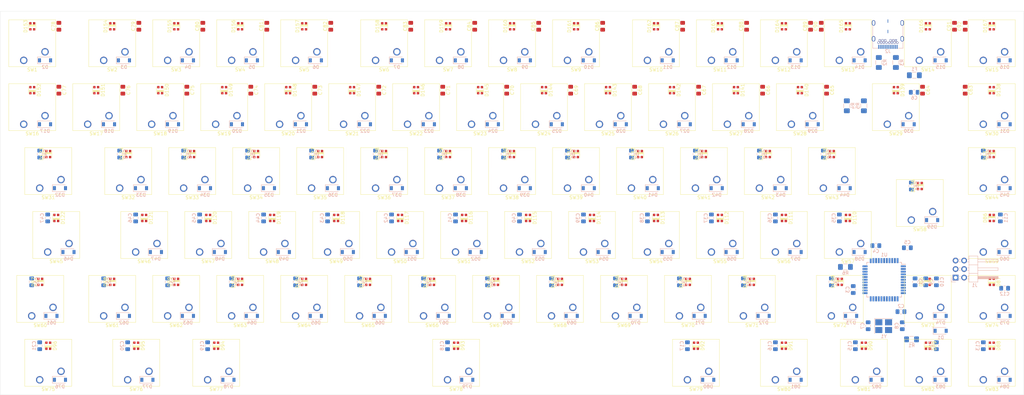
<source format=kicad_pcb>
(kicad_pcb (version 20171130) (host pcbnew 5.1.5+dfsg1-2build2)

  (general
    (thickness 1.6)
    (drawings 4)
    (tracks 0)
    (zones 0)
    (modules 353)
    (nets 215)
  )

  (page A3)
  (layers
    (0 F.Cu signal)
    (31 B.Cu signal)
    (32 B.Adhes user)
    (33 F.Adhes user)
    (34 B.Paste user)
    (35 F.Paste user)
    (36 B.SilkS user)
    (37 F.SilkS user)
    (38 B.Mask user)
    (39 F.Mask user)
    (40 Dwgs.User user)
    (41 Cmts.User user)
    (42 Eco1.User user)
    (43 Eco2.User user)
    (44 Edge.Cuts user)
    (45 Margin user)
    (46 B.CrtYd user)
    (47 F.CrtYd user)
    (48 B.Fab user)
    (49 F.Fab user)
  )

  (setup
    (last_trace_width 0.25)
    (trace_clearance 0.2)
    (zone_clearance 0.508)
    (zone_45_only no)
    (trace_min 0.2)
    (via_size 0.8)
    (via_drill 0.4)
    (via_min_size 0.6)
    (via_min_drill 0.3)
    (uvia_size 0.3)
    (uvia_drill 0.1)
    (uvias_allowed no)
    (uvia_min_size 0.2)
    (uvia_min_drill 0.1)
    (edge_width 0.05)
    (segment_width 0.2)
    (pcb_text_width 0.3)
    (pcb_text_size 1.5 1.5)
    (mod_edge_width 0.12)
    (mod_text_size 1 1)
    (mod_text_width 0.15)
    (pad_size 1.524 1.524)
    (pad_drill 0.762)
    (pad_to_mask_clearance 0.051)
    (solder_mask_min_width 0.25)
    (aux_axis_origin 0 0)
    (visible_elements FFFFF77F)
    (pcbplotparams
      (layerselection 0x010fc_ffffffff)
      (usegerberextensions false)
      (usegerberattributes false)
      (usegerberadvancedattributes false)
      (creategerberjobfile false)
      (excludeedgelayer true)
      (linewidth 0.100000)
      (plotframeref false)
      (viasonmask false)
      (mode 1)
      (useauxorigin false)
      (hpglpennumber 1)
      (hpglpenspeed 20)
      (hpglpendiameter 15.000000)
      (psnegative false)
      (psa4output false)
      (plotreference true)
      (plotvalue true)
      (plotinvisibletext false)
      (padsonsilk false)
      (subtractmaskfromsilk false)
      (outputformat 1)
      (mirror false)
      (drillshape 1)
      (scaleselection 1)
      (outputdirectory ""))
  )

  (net 0 "")
  (net 1 GND)
  (net 2 +5V)
  (net 3 "Net-(C7-Pad1)")
  (net 4 "Net-(C8-Pad2)")
  (net 5 "Net-(C9-Pad1)")
  (net 6 RST)
  (net 7 ROW0)
  (net 8 "Net-(D2-Pad2)")
  (net 9 "Net-(D3-Pad2)")
  (net 10 "Net-(D4-Pad2)")
  (net 11 "Net-(D5-Pad2)")
  (net 12 "Net-(D6-Pad2)")
  (net 13 "Net-(D7-Pad2)")
  (net 14 "Net-(D8-Pad2)")
  (net 15 "Net-(D9-Pad2)")
  (net 16 "Net-(D10-Pad2)")
  (net 17 "Net-(D11-Pad2)")
  (net 18 "Net-(D12-Pad2)")
  (net 19 "Net-(D13-Pad2)")
  (net 20 "Net-(D14-Pad2)")
  (net 21 "Net-(D15-Pad2)")
  (net 22 "Net-(D16-Pad2)")
  (net 23 ROW1)
  (net 24 "Net-(D17-Pad2)")
  (net 25 "Net-(D18-Pad2)")
  (net 26 "Net-(D19-Pad2)")
  (net 27 "Net-(D20-Pad2)")
  (net 28 "Net-(D21-Pad2)")
  (net 29 "Net-(D22-Pad2)")
  (net 30 "Net-(D23-Pad2)")
  (net 31 "Net-(D24-Pad2)")
  (net 32 "Net-(D25-Pad2)")
  (net 33 "Net-(D26-Pad2)")
  (net 34 "Net-(D27-Pad2)")
  (net 35 "Net-(D28-Pad2)")
  (net 36 "Net-(D29-Pad2)")
  (net 37 "Net-(D30-Pad2)")
  (net 38 "Net-(D31-Pad2)")
  (net 39 "Net-(D32-Pad2)")
  (net 40 ROW2)
  (net 41 "Net-(D33-Pad2)")
  (net 42 "Net-(D34-Pad2)")
  (net 43 "Net-(D35-Pad2)")
  (net 44 "Net-(D36-Pad2)")
  (net 45 "Net-(D37-Pad2)")
  (net 46 "Net-(D38-Pad2)")
  (net 47 "Net-(D39-Pad2)")
  (net 48 "Net-(D40-Pad2)")
  (net 49 "Net-(D41-Pad2)")
  (net 50 "Net-(D42-Pad2)")
  (net 51 "Net-(D43-Pad2)")
  (net 52 "Net-(D44-Pad2)")
  (net 53 "Net-(D45-Pad2)")
  (net 54 "Net-(D46-Pad2)")
  (net 55 ROW3)
  (net 56 "Net-(D47-Pad2)")
  (net 57 "Net-(D48-Pad2)")
  (net 58 "Net-(D49-Pad2)")
  (net 59 "Net-(D50-Pad2)")
  (net 60 "Net-(D51-Pad2)")
  (net 61 "Net-(D52-Pad2)")
  (net 62 "Net-(D53-Pad2)")
  (net 63 "Net-(D54-Pad2)")
  (net 64 "Net-(D55-Pad2)")
  (net 65 "Net-(D56-Pad2)")
  (net 66 "Net-(D57-Pad2)")
  (net 67 "Net-(D58-Pad2)")
  (net 68 "Net-(D59-Pad2)")
  (net 69 "Net-(D60-Pad2)")
  (net 70 ROW4)
  (net 71 "Net-(D61-Pad2)")
  (net 72 "Net-(D62-Pad2)")
  (net 73 "Net-(D63-Pad2)")
  (net 74 "Net-(D64-Pad2)")
  (net 75 "Net-(D65-Pad2)")
  (net 76 "Net-(D66-Pad2)")
  (net 77 "Net-(D67-Pad2)")
  (net 78 "Net-(D68-Pad2)")
  (net 79 "Net-(D69-Pad2)")
  (net 80 "Net-(D70-Pad2)")
  (net 81 "Net-(D71-Pad2)")
  (net 82 "Net-(D72-Pad2)")
  (net 83 "Net-(D73-Pad2)")
  (net 84 "Net-(D74-Pad2)")
  (net 85 "Net-(D75-Pad2)")
  (net 86 ROW5)
  (net 87 "Net-(D76-Pad2)")
  (net 88 "Net-(D77-Pad2)")
  (net 89 "Net-(D78-Pad2)")
  (net 90 "Net-(D79-Pad2)")
  (net 91 "Net-(D80-Pad2)")
  (net 92 "Net-(D81-Pad2)")
  (net 93 "Net-(D82-Pad2)")
  (net 94 "Net-(D83-Pad2)")
  (net 95 "Net-(D84-Pad2)")
  (net 96 "Net-(D85-Pad2)")
  (net 97 DIN)
  (net 98 "Net-(D86-Pad2)")
  (net 99 "Net-(D87-Pad2)")
  (net 100 "Net-(D88-Pad2)")
  (net 101 "Net-(D89-Pad2)")
  (net 102 "Net-(D90-Pad2)")
  (net 103 "Net-(D91-Pad2)")
  (net 104 "Net-(D92-Pad2)")
  (net 105 "Net-(D93-Pad2)")
  (net 106 "Net-(D94-Pad2)")
  (net 107 "Net-(D95-Pad2)")
  (net 108 "Net-(D96-Pad2)")
  (net 109 "Net-(D97-Pad2)")
  (net 110 "Net-(D98-Pad2)")
  (net 111 "Net-(D100-Pad4)")
  (net 112 "Net-(D100-Pad2)")
  (net 113 "Net-(D101-Pad2)")
  (net 114 "Net-(D102-Pad2)")
  (net 115 "Net-(D103-Pad2)")
  (net 116 "Net-(D104-Pad2)")
  (net 117 "Net-(D105-Pad2)")
  (net 118 "Net-(D106-Pad2)")
  (net 119 "Net-(D107-Pad2)")
  (net 120 "Net-(D108-Pad2)")
  (net 121 "Net-(D109-Pad2)")
  (net 122 "Net-(D110-Pad2)")
  (net 123 "Net-(D111-Pad2)")
  (net 124 "Net-(D112-Pad2)")
  (net 125 "Net-(D113-Pad2)")
  (net 126 "Net-(D114-Pad2)")
  (net 127 "Net-(D115-Pad2)")
  (net 128 "Net-(D116-Pad2)")
  (net 129 "Net-(D117-Pad2)")
  (net 130 "Net-(D118-Pad2)")
  (net 131 "Net-(D119-Pad2)")
  (net 132 "Net-(D120-Pad2)")
  (net 133 "Net-(D121-Pad2)")
  (net 134 "Net-(D122-Pad2)")
  (net 135 "Net-(D123-Pad2)")
  (net 136 "Net-(D124-Pad2)")
  (net 137 "Net-(D125-Pad2)")
  (net 138 "Net-(D126-Pad2)")
  (net 139 "Net-(D127-Pad2)")
  (net 140 "Net-(D128-Pad2)")
  (net 141 "Net-(D129-Pad2)")
  (net 142 "Net-(D130-Pad2)")
  (net 143 "Net-(D131-Pad2)")
  (net 144 "Net-(D132-Pad2)")
  (net 145 "Net-(D133-Pad2)")
  (net 146 "Net-(D134-Pad2)")
  (net 147 "Net-(D135-Pad2)")
  (net 148 "Net-(D136-Pad2)")
  (net 149 "Net-(D137-Pad2)")
  (net 150 "Net-(D138-Pad2)")
  (net 151 "Net-(D139-Pad2)")
  (net 152 "Net-(D140-Pad2)")
  (net 153 "Net-(D141-Pad2)")
  (net 154 "Net-(D142-Pad2)")
  (net 155 "Net-(D143-Pad2)")
  (net 156 "Net-(D144-Pad2)")
  (net 157 "Net-(D145-Pad2)")
  (net 158 "Net-(D146-Pad2)")
  (net 159 "Net-(D147-Pad2)")
  (net 160 "Net-(D148-Pad2)")
  (net 161 "Net-(D149-Pad2)")
  (net 162 "Net-(D150-Pad2)")
  (net 163 "Net-(D151-Pad2)")
  (net 164 "Net-(D152-Pad2)")
  (net 165 "Net-(D153-Pad2)")
  (net 166 "Net-(D154-Pad2)")
  (net 167 "Net-(D155-Pad2)")
  (net 168 "Net-(D156-Pad2)")
  (net 169 "Net-(D157-Pad2)")
  (net 170 "Net-(D158-Pad2)")
  (net 171 "Net-(D159-Pad2)")
  (net 172 "Net-(D160-Pad2)")
  (net 173 "Net-(D161-Pad2)")
  (net 174 "Net-(D162-Pad2)")
  (net 175 "Net-(D163-Pad2)")
  (net 176 "Net-(D164-Pad2)")
  (net 177 "Net-(D165-Pad2)")
  (net 178 "Net-(D166-Pad2)")
  (net 179 "Net-(D167-Pad2)")
  (net 180 "Net-(F1-Pad2)")
  (net 181 COL02)
  (net 182 COL00)
  (net 183 COL01)
  (net 184 "Net-(J2-PadA11)")
  (net 185 "Net-(J2-PadA10)")
  (net 186 "Net-(J2-PadA8)")
  (net 187 D-)
  (net 188 D+)
  (net 189 "Net-(J2-PadA5)")
  (net 190 "Net-(J2-PadA3)")
  (net 191 "Net-(J2-PadA2)")
  (net 192 "Net-(J2-PadB10)")
  (net 193 "Net-(J2-PadB3)")
  (net 194 "Net-(J2-PadB8)")
  (net 195 "Net-(J2-PadB5)")
  (net 196 "Net-(J2-PadB2)")
  (net 197 "Net-(J2-PadB11)")
  (net 198 "Net-(R6-Pad2)")
  (net 199 COL03)
  (net 200 COL04)
  (net 201 COL06)
  (net 202 COL07)
  (net 203 COL08)
  (net 204 COL09)
  (net 205 COL10)
  (net 206 COL11)
  (net 207 COL12)
  (net 208 COL13)
  (net 209 COL14)
  (net 210 COL15)
  (net 211 COL05)
  (net 212 "Net-(U1-Pad1)")
  (net 213 "Net-(U1-Pad8)")
  (net 214 "Net-(U1-Pad42)")

  (net_class Default "Dies ist die voreingestellte Netzklasse."
    (clearance 0.2)
    (trace_width 0.25)
    (via_dia 0.8)
    (via_drill 0.4)
    (uvia_dia 0.3)
    (uvia_drill 0.1)
    (add_net +5V)
    (add_net COL00)
    (add_net COL01)
    (add_net COL02)
    (add_net COL03)
    (add_net COL04)
    (add_net COL05)
    (add_net COL06)
    (add_net COL07)
    (add_net COL08)
    (add_net COL09)
    (add_net COL10)
    (add_net COL11)
    (add_net COL12)
    (add_net COL13)
    (add_net COL14)
    (add_net COL15)
    (add_net D+)
    (add_net D-)
    (add_net DIN)
    (add_net GND)
    (add_net "Net-(C7-Pad1)")
    (add_net "Net-(C8-Pad2)")
    (add_net "Net-(C9-Pad1)")
    (add_net "Net-(D10-Pad2)")
    (add_net "Net-(D100-Pad2)")
    (add_net "Net-(D100-Pad4)")
    (add_net "Net-(D101-Pad2)")
    (add_net "Net-(D102-Pad2)")
    (add_net "Net-(D103-Pad2)")
    (add_net "Net-(D104-Pad2)")
    (add_net "Net-(D105-Pad2)")
    (add_net "Net-(D106-Pad2)")
    (add_net "Net-(D107-Pad2)")
    (add_net "Net-(D108-Pad2)")
    (add_net "Net-(D109-Pad2)")
    (add_net "Net-(D11-Pad2)")
    (add_net "Net-(D110-Pad2)")
    (add_net "Net-(D111-Pad2)")
    (add_net "Net-(D112-Pad2)")
    (add_net "Net-(D113-Pad2)")
    (add_net "Net-(D114-Pad2)")
    (add_net "Net-(D115-Pad2)")
    (add_net "Net-(D116-Pad2)")
    (add_net "Net-(D117-Pad2)")
    (add_net "Net-(D118-Pad2)")
    (add_net "Net-(D119-Pad2)")
    (add_net "Net-(D12-Pad2)")
    (add_net "Net-(D120-Pad2)")
    (add_net "Net-(D121-Pad2)")
    (add_net "Net-(D122-Pad2)")
    (add_net "Net-(D123-Pad2)")
    (add_net "Net-(D124-Pad2)")
    (add_net "Net-(D125-Pad2)")
    (add_net "Net-(D126-Pad2)")
    (add_net "Net-(D127-Pad2)")
    (add_net "Net-(D128-Pad2)")
    (add_net "Net-(D129-Pad2)")
    (add_net "Net-(D13-Pad2)")
    (add_net "Net-(D130-Pad2)")
    (add_net "Net-(D131-Pad2)")
    (add_net "Net-(D132-Pad2)")
    (add_net "Net-(D133-Pad2)")
    (add_net "Net-(D134-Pad2)")
    (add_net "Net-(D135-Pad2)")
    (add_net "Net-(D136-Pad2)")
    (add_net "Net-(D137-Pad2)")
    (add_net "Net-(D138-Pad2)")
    (add_net "Net-(D139-Pad2)")
    (add_net "Net-(D14-Pad2)")
    (add_net "Net-(D140-Pad2)")
    (add_net "Net-(D141-Pad2)")
    (add_net "Net-(D142-Pad2)")
    (add_net "Net-(D143-Pad2)")
    (add_net "Net-(D144-Pad2)")
    (add_net "Net-(D145-Pad2)")
    (add_net "Net-(D146-Pad2)")
    (add_net "Net-(D147-Pad2)")
    (add_net "Net-(D148-Pad2)")
    (add_net "Net-(D149-Pad2)")
    (add_net "Net-(D15-Pad2)")
    (add_net "Net-(D150-Pad2)")
    (add_net "Net-(D151-Pad2)")
    (add_net "Net-(D152-Pad2)")
    (add_net "Net-(D153-Pad2)")
    (add_net "Net-(D154-Pad2)")
    (add_net "Net-(D155-Pad2)")
    (add_net "Net-(D156-Pad2)")
    (add_net "Net-(D157-Pad2)")
    (add_net "Net-(D158-Pad2)")
    (add_net "Net-(D159-Pad2)")
    (add_net "Net-(D16-Pad2)")
    (add_net "Net-(D160-Pad2)")
    (add_net "Net-(D161-Pad2)")
    (add_net "Net-(D162-Pad2)")
    (add_net "Net-(D163-Pad2)")
    (add_net "Net-(D164-Pad2)")
    (add_net "Net-(D165-Pad2)")
    (add_net "Net-(D166-Pad2)")
    (add_net "Net-(D167-Pad2)")
    (add_net "Net-(D17-Pad2)")
    (add_net "Net-(D18-Pad2)")
    (add_net "Net-(D19-Pad2)")
    (add_net "Net-(D2-Pad2)")
    (add_net "Net-(D20-Pad2)")
    (add_net "Net-(D21-Pad2)")
    (add_net "Net-(D22-Pad2)")
    (add_net "Net-(D23-Pad2)")
    (add_net "Net-(D24-Pad2)")
    (add_net "Net-(D25-Pad2)")
    (add_net "Net-(D26-Pad2)")
    (add_net "Net-(D27-Pad2)")
    (add_net "Net-(D28-Pad2)")
    (add_net "Net-(D29-Pad2)")
    (add_net "Net-(D3-Pad2)")
    (add_net "Net-(D30-Pad2)")
    (add_net "Net-(D31-Pad2)")
    (add_net "Net-(D32-Pad2)")
    (add_net "Net-(D33-Pad2)")
    (add_net "Net-(D34-Pad2)")
    (add_net "Net-(D35-Pad2)")
    (add_net "Net-(D36-Pad2)")
    (add_net "Net-(D37-Pad2)")
    (add_net "Net-(D38-Pad2)")
    (add_net "Net-(D39-Pad2)")
    (add_net "Net-(D4-Pad2)")
    (add_net "Net-(D40-Pad2)")
    (add_net "Net-(D41-Pad2)")
    (add_net "Net-(D42-Pad2)")
    (add_net "Net-(D43-Pad2)")
    (add_net "Net-(D44-Pad2)")
    (add_net "Net-(D45-Pad2)")
    (add_net "Net-(D46-Pad2)")
    (add_net "Net-(D47-Pad2)")
    (add_net "Net-(D48-Pad2)")
    (add_net "Net-(D49-Pad2)")
    (add_net "Net-(D5-Pad2)")
    (add_net "Net-(D50-Pad2)")
    (add_net "Net-(D51-Pad2)")
    (add_net "Net-(D52-Pad2)")
    (add_net "Net-(D53-Pad2)")
    (add_net "Net-(D54-Pad2)")
    (add_net "Net-(D55-Pad2)")
    (add_net "Net-(D56-Pad2)")
    (add_net "Net-(D57-Pad2)")
    (add_net "Net-(D58-Pad2)")
    (add_net "Net-(D59-Pad2)")
    (add_net "Net-(D6-Pad2)")
    (add_net "Net-(D60-Pad2)")
    (add_net "Net-(D61-Pad2)")
    (add_net "Net-(D62-Pad2)")
    (add_net "Net-(D63-Pad2)")
    (add_net "Net-(D64-Pad2)")
    (add_net "Net-(D65-Pad2)")
    (add_net "Net-(D66-Pad2)")
    (add_net "Net-(D67-Pad2)")
    (add_net "Net-(D68-Pad2)")
    (add_net "Net-(D69-Pad2)")
    (add_net "Net-(D7-Pad2)")
    (add_net "Net-(D70-Pad2)")
    (add_net "Net-(D71-Pad2)")
    (add_net "Net-(D72-Pad2)")
    (add_net "Net-(D73-Pad2)")
    (add_net "Net-(D74-Pad2)")
    (add_net "Net-(D75-Pad2)")
    (add_net "Net-(D76-Pad2)")
    (add_net "Net-(D77-Pad2)")
    (add_net "Net-(D78-Pad2)")
    (add_net "Net-(D79-Pad2)")
    (add_net "Net-(D8-Pad2)")
    (add_net "Net-(D80-Pad2)")
    (add_net "Net-(D81-Pad2)")
    (add_net "Net-(D82-Pad2)")
    (add_net "Net-(D83-Pad2)")
    (add_net "Net-(D84-Pad2)")
    (add_net "Net-(D85-Pad2)")
    (add_net "Net-(D86-Pad2)")
    (add_net "Net-(D87-Pad2)")
    (add_net "Net-(D88-Pad2)")
    (add_net "Net-(D89-Pad2)")
    (add_net "Net-(D9-Pad2)")
    (add_net "Net-(D90-Pad2)")
    (add_net "Net-(D91-Pad2)")
    (add_net "Net-(D92-Pad2)")
    (add_net "Net-(D93-Pad2)")
    (add_net "Net-(D94-Pad2)")
    (add_net "Net-(D95-Pad2)")
    (add_net "Net-(D96-Pad2)")
    (add_net "Net-(D97-Pad2)")
    (add_net "Net-(D98-Pad2)")
    (add_net "Net-(F1-Pad2)")
    (add_net "Net-(J2-PadA10)")
    (add_net "Net-(J2-PadA11)")
    (add_net "Net-(J2-PadA2)")
    (add_net "Net-(J2-PadA3)")
    (add_net "Net-(J2-PadA5)")
    (add_net "Net-(J2-PadA8)")
    (add_net "Net-(J2-PadB10)")
    (add_net "Net-(J2-PadB11)")
    (add_net "Net-(J2-PadB2)")
    (add_net "Net-(J2-PadB3)")
    (add_net "Net-(J2-PadB5)")
    (add_net "Net-(J2-PadB8)")
    (add_net "Net-(R6-Pad2)")
    (add_net "Net-(U1-Pad1)")
    (add_net "Net-(U1-Pad42)")
    (add_net "Net-(U1-Pad8)")
    (add_net ROW0)
    (add_net ROW1)
    (add_net ROW2)
    (add_net ROW3)
    (add_net ROW4)
    (add_net ROW5)
    (add_net RST)
  )

  (module kezboard-pcb:LED_WS2812_2020 (layer F.Cu) (tedit 5F1C4B34) (tstamp 5F1B709E)
    (at 314.325 118.745 90)
    (descr https://www.peace-corp.co.jp/data/WS2812-2020_V1.0_EN.pdf)
    (path /5F949B9C/5F9E7A8D)
    (fp_text reference D85 (at 0 -2 90) (layer F.SilkS)
      (effects (font (size 1 1) (thickness 0.15)))
    )
    (fp_text value WS2812B (at 0 2 90) (layer F.Fab)
      (effects (font (size 1 1) (thickness 0.15)))
    )
    (fp_poly (pts (xy 0.45 0.9) (xy 0.05 0.9) (xy 0.05 -0.9) (xy 0.45 -0.9)) (layer F.SilkS) (width 0.1))
    (fp_line (start 1.1 1.11) (end -1.1 1.11) (layer F.SilkS) (width 0.12))
    (fp_line (start -1.1 -1.11) (end 1.1 -1.11) (layer F.SilkS) (width 0.12))
    (fp_text user %R (at 0 0 90) (layer F.Fab)
      (effects (font (size 0.5 0.5) (thickness 0.1)))
    )
    (fp_line (start -1.1 1) (end -1.1 -1) (layer F.Fab) (width 0.1))
    (fp_line (start 1.1 1) (end -1.1 1) (layer F.Fab) (width 0.1))
    (fp_line (start 1.1 -1) (end 1.1 1) (layer F.Fab) (width 0.1))
    (fp_line (start -1.1 -1) (end 1.1 -1) (layer F.Fab) (width 0.1))
    (pad 1 smd rect (at -0.9015 0.55 90) (size 0.7 0.7) (layers F.Cu F.Paste F.Mask)
      (net 2 +5V))
    (pad 4 smd rect (at -0.9015 -0.55 90) (size 0.7 0.7) (layers F.Cu F.Paste F.Mask)
      (net 97 DIN))
    (pad 3 smd rect (at 0.9015 -0.55 90) (size 0.7 0.7) (layers F.Cu F.Paste F.Mask)
      (net 1 GND))
    (pad 2 smd rect (at 0.9015 0.55 90) (size 0.7 0.7) (layers F.Cu F.Paste F.Mask)
      (net 96 "Net-(D85-Pad2)"))
  )

  (module kezboard-pcb:LED_WS2812_2020 (layer F.Cu) (tedit 5F1C4B34) (tstamp 5F15F975)
    (at 333.375 99.695 90)
    (descr https://www.peace-corp.co.jp/data/WS2812-2020_V1.0_EN.pdf)
    (path /5F949B9C/5FD3F1F5)
    (fp_text reference D86 (at 0 -2 90) (layer F.SilkS)
      (effects (font (size 1 1) (thickness 0.15)))
    )
    (fp_text value WS2812B (at 0 2 90) (layer F.Fab)
      (effects (font (size 1 1) (thickness 0.15)))
    )
    (fp_poly (pts (xy 0.45 0.9) (xy 0.05 0.9) (xy 0.05 -0.9) (xy 0.45 -0.9)) (layer F.SilkS) (width 0.1))
    (fp_line (start 1.1 1.11) (end -1.1 1.11) (layer F.SilkS) (width 0.12))
    (fp_line (start -1.1 -1.11) (end 1.1 -1.11) (layer F.SilkS) (width 0.12))
    (fp_text user %R (at 0 0 90) (layer F.Fab)
      (effects (font (size 0.5 0.5) (thickness 0.1)))
    )
    (fp_line (start -1.1 1) (end -1.1 -1) (layer F.Fab) (width 0.1))
    (fp_line (start 1.1 1) (end -1.1 1) (layer F.Fab) (width 0.1))
    (fp_line (start 1.1 -1) (end 1.1 1) (layer F.Fab) (width 0.1))
    (fp_line (start -1.1 -1) (end 1.1 -1) (layer F.Fab) (width 0.1))
    (pad 1 smd rect (at -0.9015 0.55 90) (size 0.7 0.7) (layers F.Cu F.Paste F.Mask)
      (net 2 +5V))
    (pad 4 smd rect (at -0.9015 -0.55 90) (size 0.7 0.7) (layers F.Cu F.Paste F.Mask)
      (net 96 "Net-(D85-Pad2)"))
    (pad 3 smd rect (at 0.9015 -0.55 90) (size 0.7 0.7) (layers F.Cu F.Paste F.Mask)
      (net 1 GND))
    (pad 2 smd rect (at 0.9015 0.55 90) (size 0.7 0.7) (layers F.Cu F.Paste F.Mask)
      (net 98 "Net-(D86-Pad2)"))
  )

  (module kezboard-pcb:LED_WS2812_2020 (layer F.Cu) (tedit 5F1C4B34) (tstamp 5F1B738A)
    (at 333.375 118.745 270)
    (descr https://www.peace-corp.co.jp/data/WS2812-2020_V1.0_EN.pdf)
    (path /5F949B9C/5FD40FA8)
    (fp_text reference D87 (at 0 -2 90) (layer F.SilkS)
      (effects (font (size 1 1) (thickness 0.15)))
    )
    (fp_text value WS2812B (at 0 2 90) (layer F.Fab)
      (effects (font (size 1 1) (thickness 0.15)))
    )
    (fp_poly (pts (xy 0.45 0.9) (xy 0.05 0.9) (xy 0.05 -0.9) (xy 0.45 -0.9)) (layer F.SilkS) (width 0.1))
    (fp_line (start 1.1 1.11) (end -1.1 1.11) (layer F.SilkS) (width 0.12))
    (fp_line (start -1.1 -1.11) (end 1.1 -1.11) (layer F.SilkS) (width 0.12))
    (fp_text user %R (at 0 0 90) (layer F.Fab)
      (effects (font (size 0.5 0.5) (thickness 0.1)))
    )
    (fp_line (start -1.1 1) (end -1.1 -1) (layer F.Fab) (width 0.1))
    (fp_line (start 1.1 1) (end -1.1 1) (layer F.Fab) (width 0.1))
    (fp_line (start 1.1 -1) (end 1.1 1) (layer F.Fab) (width 0.1))
    (fp_line (start -1.1 -1) (end 1.1 -1) (layer F.Fab) (width 0.1))
    (pad 1 smd rect (at -0.9015 0.55 270) (size 0.7 0.7) (layers F.Cu F.Paste F.Mask)
      (net 2 +5V))
    (pad 4 smd rect (at -0.9015 -0.55 270) (size 0.7 0.7) (layers F.Cu F.Paste F.Mask)
      (net 98 "Net-(D86-Pad2)"))
    (pad 3 smd rect (at 0.9015 -0.55 270) (size 0.7 0.7) (layers F.Cu F.Paste F.Mask)
      (net 1 GND))
    (pad 2 smd rect (at 0.9015 0.55 270) (size 0.7 0.7) (layers F.Cu F.Paste F.Mask)
      (net 99 "Net-(D87-Pad2)"))
  )

  (module kezboard-pcb:LED_WS2812_2020 (layer F.Cu) (tedit 5F1C4B34) (tstamp 5F15F993)
    (at 333.375 137.795 270)
    (descr https://www.peace-corp.co.jp/data/WS2812-2020_V1.0_EN.pdf)
    (path /5F949B9C/5FD423CF)
    (fp_text reference D88 (at 0 -2 90) (layer F.SilkS)
      (effects (font (size 1 1) (thickness 0.15)))
    )
    (fp_text value WS2812B (at 0 2 90) (layer F.Fab)
      (effects (font (size 1 1) (thickness 0.15)))
    )
    (fp_poly (pts (xy 0.45 0.9) (xy 0.05 0.9) (xy 0.05 -0.9) (xy 0.45 -0.9)) (layer F.SilkS) (width 0.1))
    (fp_line (start 1.1 1.11) (end -1.1 1.11) (layer F.SilkS) (width 0.12))
    (fp_line (start -1.1 -1.11) (end 1.1 -1.11) (layer F.SilkS) (width 0.12))
    (fp_text user %R (at 0 0 90) (layer F.Fab)
      (effects (font (size 0.5 0.5) (thickness 0.1)))
    )
    (fp_line (start -1.1 1) (end -1.1 -1) (layer F.Fab) (width 0.1))
    (fp_line (start 1.1 1) (end -1.1 1) (layer F.Fab) (width 0.1))
    (fp_line (start 1.1 -1) (end 1.1 1) (layer F.Fab) (width 0.1))
    (fp_line (start -1.1 -1) (end 1.1 -1) (layer F.Fab) (width 0.1))
    (pad 1 smd rect (at -0.9015 0.55 270) (size 0.7 0.7) (layers F.Cu F.Paste F.Mask)
      (net 2 +5V))
    (pad 4 smd rect (at -0.9015 -0.55 270) (size 0.7 0.7) (layers F.Cu F.Paste F.Mask)
      (net 99 "Net-(D87-Pad2)"))
    (pad 3 smd rect (at 0.9015 -0.55 270) (size 0.7 0.7) (layers F.Cu F.Paste F.Mask)
      (net 1 GND))
    (pad 2 smd rect (at 0.9015 0.55 270) (size 0.7 0.7) (layers F.Cu F.Paste F.Mask)
      (net 100 "Net-(D88-Pad2)"))
  )

  (module kezboard-pcb:LED_WS2812_2020 (layer F.Cu) (tedit 5F1C4B34) (tstamp 5F15F9A2)
    (at 314.325 137.795 270)
    (descr https://www.peace-corp.co.jp/data/WS2812-2020_V1.0_EN.pdf)
    (path /5F949B9C/5FD43994)
    (fp_text reference D89 (at 0 -2 90) (layer F.SilkS)
      (effects (font (size 1 1) (thickness 0.15)))
    )
    (fp_text value WS2812B (at 0 2 90) (layer F.Fab)
      (effects (font (size 1 1) (thickness 0.15)))
    )
    (fp_poly (pts (xy 0.45 0.9) (xy 0.05 0.9) (xy 0.05 -0.9) (xy 0.45 -0.9)) (layer F.SilkS) (width 0.1))
    (fp_line (start 1.1 1.11) (end -1.1 1.11) (layer F.SilkS) (width 0.12))
    (fp_line (start -1.1 -1.11) (end 1.1 -1.11) (layer F.SilkS) (width 0.12))
    (fp_text user %R (at 0 0 90) (layer F.Fab)
      (effects (font (size 0.5 0.5) (thickness 0.1)))
    )
    (fp_line (start -1.1 1) (end -1.1 -1) (layer F.Fab) (width 0.1))
    (fp_line (start 1.1 1) (end -1.1 1) (layer F.Fab) (width 0.1))
    (fp_line (start 1.1 -1) (end 1.1 1) (layer F.Fab) (width 0.1))
    (fp_line (start -1.1 -1) (end 1.1 -1) (layer F.Fab) (width 0.1))
    (pad 1 smd rect (at -0.9015 0.55 270) (size 0.7 0.7) (layers F.Cu F.Paste F.Mask)
      (net 2 +5V))
    (pad 4 smd rect (at -0.9015 -0.55 270) (size 0.7 0.7) (layers F.Cu F.Paste F.Mask)
      (net 100 "Net-(D88-Pad2)"))
    (pad 3 smd rect (at 0.9015 -0.55 270) (size 0.7 0.7) (layers F.Cu F.Paste F.Mask)
      (net 1 GND))
    (pad 2 smd rect (at 0.9015 0.55 270) (size 0.7 0.7) (layers F.Cu F.Paste F.Mask)
      (net 101 "Net-(D89-Pad2)"))
  )

  (module kezboard-pcb:LED_WS2812_2020 (layer F.Cu) (tedit 5F1C4B34) (tstamp 5F15F9B1)
    (at 295.275 137.795 270)
    (descr https://www.peace-corp.co.jp/data/WS2812-2020_V1.0_EN.pdf)
    (path /5F949B9C/5F62CAD6)
    (fp_text reference D90 (at 0 -2 90) (layer F.SilkS)
      (effects (font (size 1 1) (thickness 0.15)))
    )
    (fp_text value WS2812B (at 0 2 90) (layer F.Fab)
      (effects (font (size 1 1) (thickness 0.15)))
    )
    (fp_poly (pts (xy 0.45 0.9) (xy 0.05 0.9) (xy 0.05 -0.9) (xy 0.45 -0.9)) (layer F.SilkS) (width 0.1))
    (fp_line (start 1.1 1.11) (end -1.1 1.11) (layer F.SilkS) (width 0.12))
    (fp_line (start -1.1 -1.11) (end 1.1 -1.11) (layer F.SilkS) (width 0.12))
    (fp_text user %R (at 0 0 90) (layer F.Fab)
      (effects (font (size 0.5 0.5) (thickness 0.1)))
    )
    (fp_line (start -1.1 1) (end -1.1 -1) (layer F.Fab) (width 0.1))
    (fp_line (start 1.1 1) (end -1.1 1) (layer F.Fab) (width 0.1))
    (fp_line (start 1.1 -1) (end 1.1 1) (layer F.Fab) (width 0.1))
    (fp_line (start -1.1 -1) (end 1.1 -1) (layer F.Fab) (width 0.1))
    (pad 1 smd rect (at -0.9015 0.55 270) (size 0.7 0.7) (layers F.Cu F.Paste F.Mask)
      (net 2 +5V))
    (pad 4 smd rect (at -0.9015 -0.55 270) (size 0.7 0.7) (layers F.Cu F.Paste F.Mask)
      (net 101 "Net-(D89-Pad2)"))
    (pad 3 smd rect (at 0.9015 -0.55 270) (size 0.7 0.7) (layers F.Cu F.Paste F.Mask)
      (net 1 GND))
    (pad 2 smd rect (at 0.9015 0.55 270) (size 0.7 0.7) (layers F.Cu F.Paste F.Mask)
      (net 102 "Net-(D90-Pad2)"))
  )

  (module kezboard-pcb:LED_WS2812_2020 (layer F.Cu) (tedit 5F1C4B34) (tstamp 5F15F9C0)
    (at 271.4625 137.795 270)
    (descr https://www.peace-corp.co.jp/data/WS2812-2020_V1.0_EN.pdf)
    (path /5F949B9C/5F62CAF9)
    (fp_text reference D91 (at 0 -2 90) (layer F.SilkS)
      (effects (font (size 1 1) (thickness 0.15)))
    )
    (fp_text value WS2812B (at 0 2 90) (layer F.Fab)
      (effects (font (size 1 1) (thickness 0.15)))
    )
    (fp_poly (pts (xy 0.45 0.9) (xy 0.05 0.9) (xy 0.05 -0.9) (xy 0.45 -0.9)) (layer F.SilkS) (width 0.1))
    (fp_line (start 1.1 1.11) (end -1.1 1.11) (layer F.SilkS) (width 0.12))
    (fp_line (start -1.1 -1.11) (end 1.1 -1.11) (layer F.SilkS) (width 0.12))
    (fp_text user %R (at 0 0 90) (layer F.Fab)
      (effects (font (size 0.5 0.5) (thickness 0.1)))
    )
    (fp_line (start -1.1 1) (end -1.1 -1) (layer F.Fab) (width 0.1))
    (fp_line (start 1.1 1) (end -1.1 1) (layer F.Fab) (width 0.1))
    (fp_line (start 1.1 -1) (end 1.1 1) (layer F.Fab) (width 0.1))
    (fp_line (start -1.1 -1) (end 1.1 -1) (layer F.Fab) (width 0.1))
    (pad 1 smd rect (at -0.9015 0.55 270) (size 0.7 0.7) (layers F.Cu F.Paste F.Mask)
      (net 2 +5V))
    (pad 4 smd rect (at -0.9015 -0.55 270) (size 0.7 0.7) (layers F.Cu F.Paste F.Mask)
      (net 102 "Net-(D90-Pad2)"))
    (pad 3 smd rect (at 0.9015 -0.55 270) (size 0.7 0.7) (layers F.Cu F.Paste F.Mask)
      (net 1 GND))
    (pad 2 smd rect (at 0.9015 0.55 270) (size 0.7 0.7) (layers F.Cu F.Paste F.Mask)
      (net 103 "Net-(D91-Pad2)"))
  )

  (module kezboard-pcb:LED_WS2812_2020 (layer F.Cu) (tedit 5F1C4B34) (tstamp 5F15F9CF)
    (at 245.26875 137.795 270)
    (descr https://www.peace-corp.co.jp/data/WS2812-2020_V1.0_EN.pdf)
    (path /5F949B9C/5F62CB1C)
    (fp_text reference D92 (at 0 -2 90) (layer F.SilkS)
      (effects (font (size 1 1) (thickness 0.15)))
    )
    (fp_text value WS2812B (at 0 2 90) (layer F.Fab)
      (effects (font (size 1 1) (thickness 0.15)))
    )
    (fp_poly (pts (xy 0.45 0.9) (xy 0.05 0.9) (xy 0.05 -0.9) (xy 0.45 -0.9)) (layer F.SilkS) (width 0.1))
    (fp_line (start 1.1 1.11) (end -1.1 1.11) (layer F.SilkS) (width 0.12))
    (fp_line (start -1.1 -1.11) (end 1.1 -1.11) (layer F.SilkS) (width 0.12))
    (fp_text user %R (at 0 0 90) (layer F.Fab)
      (effects (font (size 0.5 0.5) (thickness 0.1)))
    )
    (fp_line (start -1.1 1) (end -1.1 -1) (layer F.Fab) (width 0.1))
    (fp_line (start 1.1 1) (end -1.1 1) (layer F.Fab) (width 0.1))
    (fp_line (start 1.1 -1) (end 1.1 1) (layer F.Fab) (width 0.1))
    (fp_line (start -1.1 -1) (end 1.1 -1) (layer F.Fab) (width 0.1))
    (pad 1 smd rect (at -0.9015 0.55 270) (size 0.7 0.7) (layers F.Cu F.Paste F.Mask)
      (net 2 +5V))
    (pad 4 smd rect (at -0.9015 -0.55 270) (size 0.7 0.7) (layers F.Cu F.Paste F.Mask)
      (net 103 "Net-(D91-Pad2)"))
    (pad 3 smd rect (at 0.9015 -0.55 270) (size 0.7 0.7) (layers F.Cu F.Paste F.Mask)
      (net 1 GND))
    (pad 2 smd rect (at 0.9015 0.55 270) (size 0.7 0.7) (layers F.Cu F.Paste F.Mask)
      (net 104 "Net-(D92-Pad2)"))
  )

  (module kezboard-pcb:LED_WS2812_2020 (layer F.Cu) (tedit 5F1C4B34) (tstamp 5F15F9DE)
    (at 173.83125 137.795 270)
    (descr https://www.peace-corp.co.jp/data/WS2812-2020_V1.0_EN.pdf)
    (path /5F949B9C/5F62CB3F)
    (fp_text reference D93 (at 0 -2 90) (layer F.SilkS)
      (effects (font (size 1 1) (thickness 0.15)))
    )
    (fp_text value WS2812B (at 0 2 90) (layer F.Fab)
      (effects (font (size 1 1) (thickness 0.15)))
    )
    (fp_poly (pts (xy 0.45 0.9) (xy 0.05 0.9) (xy 0.05 -0.9) (xy 0.45 -0.9)) (layer F.SilkS) (width 0.1))
    (fp_line (start 1.1 1.11) (end -1.1 1.11) (layer F.SilkS) (width 0.12))
    (fp_line (start -1.1 -1.11) (end 1.1 -1.11) (layer F.SilkS) (width 0.12))
    (fp_text user %R (at 0 0 90) (layer F.Fab)
      (effects (font (size 0.5 0.5) (thickness 0.1)))
    )
    (fp_line (start -1.1 1) (end -1.1 -1) (layer F.Fab) (width 0.1))
    (fp_line (start 1.1 1) (end -1.1 1) (layer F.Fab) (width 0.1))
    (fp_line (start 1.1 -1) (end 1.1 1) (layer F.Fab) (width 0.1))
    (fp_line (start -1.1 -1) (end 1.1 -1) (layer F.Fab) (width 0.1))
    (pad 1 smd rect (at -0.9015 0.55 270) (size 0.7 0.7) (layers F.Cu F.Paste F.Mask)
      (net 2 +5V))
    (pad 4 smd rect (at -0.9015 -0.55 270) (size 0.7 0.7) (layers F.Cu F.Paste F.Mask)
      (net 104 "Net-(D92-Pad2)"))
    (pad 3 smd rect (at 0.9015 -0.55 270) (size 0.7 0.7) (layers F.Cu F.Paste F.Mask)
      (net 1 GND))
    (pad 2 smd rect (at 0.9015 0.55 270) (size 0.7 0.7) (layers F.Cu F.Paste F.Mask)
      (net 105 "Net-(D93-Pad2)"))
  )

  (module kezboard-pcb:LED_WS2812_2020 (layer F.Cu) (tedit 5F1C4B34) (tstamp 5F15F9ED)
    (at 102.39375 137.795 270)
    (descr https://www.peace-corp.co.jp/data/WS2812-2020_V1.0_EN.pdf)
    (path /5F949B9C/5F62CB61)
    (fp_text reference D94 (at 0 -2 90) (layer F.SilkS)
      (effects (font (size 1 1) (thickness 0.15)))
    )
    (fp_text value WS2812B (at 0 2 90) (layer F.Fab)
      (effects (font (size 1 1) (thickness 0.15)))
    )
    (fp_poly (pts (xy 0.45 0.9) (xy 0.05 0.9) (xy 0.05 -0.9) (xy 0.45 -0.9)) (layer F.SilkS) (width 0.1))
    (fp_line (start 1.1 1.11) (end -1.1 1.11) (layer F.SilkS) (width 0.12))
    (fp_line (start -1.1 -1.11) (end 1.1 -1.11) (layer F.SilkS) (width 0.12))
    (fp_text user %R (at 0 0 90) (layer F.Fab)
      (effects (font (size 0.5 0.5) (thickness 0.1)))
    )
    (fp_line (start -1.1 1) (end -1.1 -1) (layer F.Fab) (width 0.1))
    (fp_line (start 1.1 1) (end -1.1 1) (layer F.Fab) (width 0.1))
    (fp_line (start 1.1 -1) (end 1.1 1) (layer F.Fab) (width 0.1))
    (fp_line (start -1.1 -1) (end 1.1 -1) (layer F.Fab) (width 0.1))
    (pad 1 smd rect (at -0.9015 0.55 270) (size 0.7 0.7) (layers F.Cu F.Paste F.Mask)
      (net 2 +5V))
    (pad 4 smd rect (at -0.9015 -0.55 270) (size 0.7 0.7) (layers F.Cu F.Paste F.Mask)
      (net 105 "Net-(D93-Pad2)"))
    (pad 3 smd rect (at 0.9015 -0.55 270) (size 0.7 0.7) (layers F.Cu F.Paste F.Mask)
      (net 1 GND))
    (pad 2 smd rect (at 0.9015 0.55 270) (size 0.7 0.7) (layers F.Cu F.Paste F.Mask)
      (net 106 "Net-(D94-Pad2)"))
  )

  (module kezboard-pcb:LED_WS2812_2020 (layer F.Cu) (tedit 5F1C4B34) (tstamp 5F15F9FC)
    (at 78.58125 137.795 270)
    (descr https://www.peace-corp.co.jp/data/WS2812-2020_V1.0_EN.pdf)
    (path /5F949B9C/5F6A6266)
    (fp_text reference D95 (at 0 -2 90) (layer F.SilkS)
      (effects (font (size 1 1) (thickness 0.15)))
    )
    (fp_text value WS2812B (at 0 2 90) (layer F.Fab)
      (effects (font (size 1 1) (thickness 0.15)))
    )
    (fp_poly (pts (xy 0.45 0.9) (xy 0.05 0.9) (xy 0.05 -0.9) (xy 0.45 -0.9)) (layer F.SilkS) (width 0.1))
    (fp_line (start 1.1 1.11) (end -1.1 1.11) (layer F.SilkS) (width 0.12))
    (fp_line (start -1.1 -1.11) (end 1.1 -1.11) (layer F.SilkS) (width 0.12))
    (fp_text user %R (at 0 0 90) (layer F.Fab)
      (effects (font (size 0.5 0.5) (thickness 0.1)))
    )
    (fp_line (start -1.1 1) (end -1.1 -1) (layer F.Fab) (width 0.1))
    (fp_line (start 1.1 1) (end -1.1 1) (layer F.Fab) (width 0.1))
    (fp_line (start 1.1 -1) (end 1.1 1) (layer F.Fab) (width 0.1))
    (fp_line (start -1.1 -1) (end 1.1 -1) (layer F.Fab) (width 0.1))
    (pad 1 smd rect (at -0.9015 0.55 270) (size 0.7 0.7) (layers F.Cu F.Paste F.Mask)
      (net 2 +5V))
    (pad 4 smd rect (at -0.9015 -0.55 270) (size 0.7 0.7) (layers F.Cu F.Paste F.Mask)
      (net 106 "Net-(D94-Pad2)"))
    (pad 3 smd rect (at 0.9015 -0.55 270) (size 0.7 0.7) (layers F.Cu F.Paste F.Mask)
      (net 1 GND))
    (pad 2 smd rect (at 0.9015 0.55 270) (size 0.7 0.7) (layers F.Cu F.Paste F.Mask)
      (net 107 "Net-(D95-Pad2)"))
  )

  (module kezboard-pcb:LED_WS2812_2020 (layer F.Cu) (tedit 5F1C4B34) (tstamp 5F15FA0B)
    (at 52.3875 137.795 270)
    (descr https://www.peace-corp.co.jp/data/WS2812-2020_V1.0_EN.pdf)
    (path /5F949B9C/5F6A6289)
    (fp_text reference D96 (at 0 -2 90) (layer F.SilkS)
      (effects (font (size 1 1) (thickness 0.15)))
    )
    (fp_text value WS2812B (at 0 2 90) (layer F.Fab)
      (effects (font (size 1 1) (thickness 0.15)))
    )
    (fp_poly (pts (xy 0.45 0.9) (xy 0.05 0.9) (xy 0.05 -0.9) (xy 0.45 -0.9)) (layer F.SilkS) (width 0.1))
    (fp_line (start 1.1 1.11) (end -1.1 1.11) (layer F.SilkS) (width 0.12))
    (fp_line (start -1.1 -1.11) (end 1.1 -1.11) (layer F.SilkS) (width 0.12))
    (fp_text user %R (at 0 0 90) (layer F.Fab)
      (effects (font (size 0.5 0.5) (thickness 0.1)))
    )
    (fp_line (start -1.1 1) (end -1.1 -1) (layer F.Fab) (width 0.1))
    (fp_line (start 1.1 1) (end -1.1 1) (layer F.Fab) (width 0.1))
    (fp_line (start 1.1 -1) (end 1.1 1) (layer F.Fab) (width 0.1))
    (fp_line (start -1.1 -1) (end 1.1 -1) (layer F.Fab) (width 0.1))
    (pad 1 smd rect (at -0.9015 0.55 270) (size 0.7 0.7) (layers F.Cu F.Paste F.Mask)
      (net 2 +5V))
    (pad 4 smd rect (at -0.9015 -0.55 270) (size 0.7 0.7) (layers F.Cu F.Paste F.Mask)
      (net 107 "Net-(D95-Pad2)"))
    (pad 3 smd rect (at 0.9015 -0.55 270) (size 0.7 0.7) (layers F.Cu F.Paste F.Mask)
      (net 1 GND))
    (pad 2 smd rect (at 0.9015 0.55 270) (size 0.7 0.7) (layers F.Cu F.Paste F.Mask)
      (net 108 "Net-(D96-Pad2)"))
  )

  (module kezboard-pcb:LED_WS2812_2020 (layer F.Cu) (tedit 5F1C4B34) (tstamp 5F15FA1A)
    (at 50.00625 118.745 90)
    (descr https://www.peace-corp.co.jp/data/WS2812-2020_V1.0_EN.pdf)
    (path /5F949B9C/5F6A62AC)
    (fp_text reference D97 (at 0 -2 90) (layer F.SilkS)
      (effects (font (size 1 1) (thickness 0.15)))
    )
    (fp_text value WS2812B (at 0 2 90) (layer F.Fab)
      (effects (font (size 1 1) (thickness 0.15)))
    )
    (fp_poly (pts (xy 0.45 0.9) (xy 0.05 0.9) (xy 0.05 -0.9) (xy 0.45 -0.9)) (layer F.SilkS) (width 0.1))
    (fp_line (start 1.1 1.11) (end -1.1 1.11) (layer F.SilkS) (width 0.12))
    (fp_line (start -1.1 -1.11) (end 1.1 -1.11) (layer F.SilkS) (width 0.12))
    (fp_text user %R (at 0 0 90) (layer F.Fab)
      (effects (font (size 0.5 0.5) (thickness 0.1)))
    )
    (fp_line (start -1.1 1) (end -1.1 -1) (layer F.Fab) (width 0.1))
    (fp_line (start 1.1 1) (end -1.1 1) (layer F.Fab) (width 0.1))
    (fp_line (start 1.1 -1) (end 1.1 1) (layer F.Fab) (width 0.1))
    (fp_line (start -1.1 -1) (end 1.1 -1) (layer F.Fab) (width 0.1))
    (pad 1 smd rect (at -0.9015 0.55 90) (size 0.7 0.7) (layers F.Cu F.Paste F.Mask)
      (net 2 +5V))
    (pad 4 smd rect (at -0.9015 -0.55 90) (size 0.7 0.7) (layers F.Cu F.Paste F.Mask)
      (net 108 "Net-(D96-Pad2)"))
    (pad 3 smd rect (at 0.9015 -0.55 90) (size 0.7 0.7) (layers F.Cu F.Paste F.Mask)
      (net 1 GND))
    (pad 2 smd rect (at 0.9015 0.55 90) (size 0.7 0.7) (layers F.Cu F.Paste F.Mask)
      (net 109 "Net-(D97-Pad2)"))
  )

  (module kezboard-pcb:LED_WS2812_2020 (layer F.Cu) (tedit 5F1C4B34) (tstamp 5F15FA29)
    (at 71.4375 118.745 90)
    (descr https://www.peace-corp.co.jp/data/WS2812-2020_V1.0_EN.pdf)
    (path /5F949B9C/5F6A62CF)
    (fp_text reference D98 (at 0 -2 90) (layer F.SilkS)
      (effects (font (size 1 1) (thickness 0.15)))
    )
    (fp_text value WS2812B (at 0 2 90) (layer F.Fab)
      (effects (font (size 1 1) (thickness 0.15)))
    )
    (fp_poly (pts (xy 0.45 0.9) (xy 0.05 0.9) (xy 0.05 -0.9) (xy 0.45 -0.9)) (layer F.SilkS) (width 0.1))
    (fp_line (start 1.1 1.11) (end -1.1 1.11) (layer F.SilkS) (width 0.12))
    (fp_line (start -1.1 -1.11) (end 1.1 -1.11) (layer F.SilkS) (width 0.12))
    (fp_text user %R (at 0 0 90) (layer F.Fab)
      (effects (font (size 0.5 0.5) (thickness 0.1)))
    )
    (fp_line (start -1.1 1) (end -1.1 -1) (layer F.Fab) (width 0.1))
    (fp_line (start 1.1 1) (end -1.1 1) (layer F.Fab) (width 0.1))
    (fp_line (start 1.1 -1) (end 1.1 1) (layer F.Fab) (width 0.1))
    (fp_line (start -1.1 -1) (end 1.1 -1) (layer F.Fab) (width 0.1))
    (pad 1 smd rect (at -0.9015 0.55 90) (size 0.7 0.7) (layers F.Cu F.Paste F.Mask)
      (net 2 +5V))
    (pad 4 smd rect (at -0.9015 -0.55 90) (size 0.7 0.7) (layers F.Cu F.Paste F.Mask)
      (net 109 "Net-(D97-Pad2)"))
    (pad 3 smd rect (at 0.9015 -0.55 90) (size 0.7 0.7) (layers F.Cu F.Paste F.Mask)
      (net 1 GND))
    (pad 2 smd rect (at 0.9015 0.55 90) (size 0.7 0.7) (layers F.Cu F.Paste F.Mask)
      (net 110 "Net-(D98-Pad2)"))
  )

  (module kezboard-pcb:LED_WS2812_2020 (layer F.Cu) (tedit 5F1C4B34) (tstamp 5F15FA38)
    (at 90.4875 118.745 90)
    (descr https://www.peace-corp.co.jp/data/WS2812-2020_V1.0_EN.pdf)
    (path /5F949B9C/5F6A62F2)
    (fp_text reference D99 (at 0 -2 90) (layer F.SilkS)
      (effects (font (size 1 1) (thickness 0.15)))
    )
    (fp_text value WS2812B (at 0 2 90) (layer F.Fab)
      (effects (font (size 1 1) (thickness 0.15)))
    )
    (fp_poly (pts (xy 0.45 0.9) (xy 0.05 0.9) (xy 0.05 -0.9) (xy 0.45 -0.9)) (layer F.SilkS) (width 0.1))
    (fp_line (start 1.1 1.11) (end -1.1 1.11) (layer F.SilkS) (width 0.12))
    (fp_line (start -1.1 -1.11) (end 1.1 -1.11) (layer F.SilkS) (width 0.12))
    (fp_text user %R (at 0 0 90) (layer F.Fab)
      (effects (font (size 0.5 0.5) (thickness 0.1)))
    )
    (fp_line (start -1.1 1) (end -1.1 -1) (layer F.Fab) (width 0.1))
    (fp_line (start 1.1 1) (end -1.1 1) (layer F.Fab) (width 0.1))
    (fp_line (start 1.1 -1) (end 1.1 1) (layer F.Fab) (width 0.1))
    (fp_line (start -1.1 -1) (end 1.1 -1) (layer F.Fab) (width 0.1))
    (pad 1 smd rect (at -0.9015 0.55 90) (size 0.7 0.7) (layers F.Cu F.Paste F.Mask)
      (net 2 +5V))
    (pad 4 smd rect (at -0.9015 -0.55 90) (size 0.7 0.7) (layers F.Cu F.Paste F.Mask)
      (net 110 "Net-(D98-Pad2)"))
    (pad 3 smd rect (at 0.9015 -0.55 90) (size 0.7 0.7) (layers F.Cu F.Paste F.Mask)
      (net 1 GND))
    (pad 2 smd rect (at 0.9015 0.55 90) (size 0.7 0.7) (layers F.Cu F.Paste F.Mask)
      (net 111 "Net-(D100-Pad4)"))
  )

  (module kezboard-pcb:LED_WS2812_2020 (layer F.Cu) (tedit 5F1C4B34) (tstamp 5F15FA47)
    (at 109.5375 118.745 90)
    (descr https://www.peace-corp.co.jp/data/WS2812-2020_V1.0_EN.pdf)
    (path /5F949B9C/5F6A6315)
    (fp_text reference D100 (at 0 -2 90) (layer F.SilkS)
      (effects (font (size 1 1) (thickness 0.15)))
    )
    (fp_text value WS2812B (at 0 2 90) (layer F.Fab)
      (effects (font (size 1 1) (thickness 0.15)))
    )
    (fp_poly (pts (xy 0.45 0.9) (xy 0.05 0.9) (xy 0.05 -0.9) (xy 0.45 -0.9)) (layer F.SilkS) (width 0.1))
    (fp_line (start 1.1 1.11) (end -1.1 1.11) (layer F.SilkS) (width 0.12))
    (fp_line (start -1.1 -1.11) (end 1.1 -1.11) (layer F.SilkS) (width 0.12))
    (fp_text user %R (at 0 0 90) (layer F.Fab)
      (effects (font (size 0.5 0.5) (thickness 0.1)))
    )
    (fp_line (start -1.1 1) (end -1.1 -1) (layer F.Fab) (width 0.1))
    (fp_line (start 1.1 1) (end -1.1 1) (layer F.Fab) (width 0.1))
    (fp_line (start 1.1 -1) (end 1.1 1) (layer F.Fab) (width 0.1))
    (fp_line (start -1.1 -1) (end 1.1 -1) (layer F.Fab) (width 0.1))
    (pad 1 smd rect (at -0.9015 0.55 90) (size 0.7 0.7) (layers F.Cu F.Paste F.Mask)
      (net 2 +5V))
    (pad 4 smd rect (at -0.9015 -0.55 90) (size 0.7 0.7) (layers F.Cu F.Paste F.Mask)
      (net 111 "Net-(D100-Pad4)"))
    (pad 3 smd rect (at 0.9015 -0.55 90) (size 0.7 0.7) (layers F.Cu F.Paste F.Mask)
      (net 1 GND))
    (pad 2 smd rect (at 0.9015 0.55 90) (size 0.7 0.7) (layers F.Cu F.Paste F.Mask)
      (net 112 "Net-(D100-Pad2)"))
  )

  (module kezboard-pcb:LED_WS2812_2020 (layer F.Cu) (tedit 5F1C4B34) (tstamp 5F15FA56)
    (at 128.5875 118.745 90)
    (descr https://www.peace-corp.co.jp/data/WS2812-2020_V1.0_EN.pdf)
    (path /5F949B9C/5F6A6338)
    (fp_text reference D101 (at 0 -2 90) (layer F.SilkS)
      (effects (font (size 1 1) (thickness 0.15)))
    )
    (fp_text value WS2812B (at 0 2 90) (layer F.Fab)
      (effects (font (size 1 1) (thickness 0.15)))
    )
    (fp_poly (pts (xy 0.45 0.9) (xy 0.05 0.9) (xy 0.05 -0.9) (xy 0.45 -0.9)) (layer F.SilkS) (width 0.1))
    (fp_line (start 1.1 1.11) (end -1.1 1.11) (layer F.SilkS) (width 0.12))
    (fp_line (start -1.1 -1.11) (end 1.1 -1.11) (layer F.SilkS) (width 0.12))
    (fp_text user %R (at 0 0 90) (layer F.Fab)
      (effects (font (size 0.5 0.5) (thickness 0.1)))
    )
    (fp_line (start -1.1 1) (end -1.1 -1) (layer F.Fab) (width 0.1))
    (fp_line (start 1.1 1) (end -1.1 1) (layer F.Fab) (width 0.1))
    (fp_line (start 1.1 -1) (end 1.1 1) (layer F.Fab) (width 0.1))
    (fp_line (start -1.1 -1) (end 1.1 -1) (layer F.Fab) (width 0.1))
    (pad 1 smd rect (at -0.9015 0.55 90) (size 0.7 0.7) (layers F.Cu F.Paste F.Mask)
      (net 2 +5V))
    (pad 4 smd rect (at -0.9015 -0.55 90) (size 0.7 0.7) (layers F.Cu F.Paste F.Mask)
      (net 112 "Net-(D100-Pad2)"))
    (pad 3 smd rect (at 0.9015 -0.55 90) (size 0.7 0.7) (layers F.Cu F.Paste F.Mask)
      (net 1 GND))
    (pad 2 smd rect (at 0.9015 0.55 90) (size 0.7 0.7) (layers F.Cu F.Paste F.Mask)
      (net 113 "Net-(D101-Pad2)"))
  )

  (module kezboard-pcb:LED_WS2812_2020 (layer F.Cu) (tedit 5F1C4B34) (tstamp 5F15FA65)
    (at 147.6375 118.745 90)
    (descr https://www.peace-corp.co.jp/data/WS2812-2020_V1.0_EN.pdf)
    (path /5F949B9C/5F6A635B)
    (fp_text reference D102 (at 0 -2 90) (layer F.SilkS)
      (effects (font (size 1 1) (thickness 0.15)))
    )
    (fp_text value WS2812B (at 0 2 90) (layer F.Fab)
      (effects (font (size 1 1) (thickness 0.15)))
    )
    (fp_poly (pts (xy 0.45 0.9) (xy 0.05 0.9) (xy 0.05 -0.9) (xy 0.45 -0.9)) (layer F.SilkS) (width 0.1))
    (fp_line (start 1.1 1.11) (end -1.1 1.11) (layer F.SilkS) (width 0.12))
    (fp_line (start -1.1 -1.11) (end 1.1 -1.11) (layer F.SilkS) (width 0.12))
    (fp_text user %R (at 0 0 90) (layer F.Fab)
      (effects (font (size 0.5 0.5) (thickness 0.1)))
    )
    (fp_line (start -1.1 1) (end -1.1 -1) (layer F.Fab) (width 0.1))
    (fp_line (start 1.1 1) (end -1.1 1) (layer F.Fab) (width 0.1))
    (fp_line (start 1.1 -1) (end 1.1 1) (layer F.Fab) (width 0.1))
    (fp_line (start -1.1 -1) (end 1.1 -1) (layer F.Fab) (width 0.1))
    (pad 1 smd rect (at -0.9015 0.55 90) (size 0.7 0.7) (layers F.Cu F.Paste F.Mask)
      (net 2 +5V))
    (pad 4 smd rect (at -0.9015 -0.55 90) (size 0.7 0.7) (layers F.Cu F.Paste F.Mask)
      (net 113 "Net-(D101-Pad2)"))
    (pad 3 smd rect (at 0.9015 -0.55 90) (size 0.7 0.7) (layers F.Cu F.Paste F.Mask)
      (net 1 GND))
    (pad 2 smd rect (at 0.9015 0.55 90) (size 0.7 0.7) (layers F.Cu F.Paste F.Mask)
      (net 114 "Net-(D102-Pad2)"))
  )

  (module kezboard-pcb:LED_WS2812_2020 (layer F.Cu) (tedit 5F1C4B34) (tstamp 5F15FA74)
    (at 166.6875 118.745 90)
    (descr https://www.peace-corp.co.jp/data/WS2812-2020_V1.0_EN.pdf)
    (path /5F949B9C/5F6A637E)
    (fp_text reference D103 (at 0 -2 90) (layer F.SilkS)
      (effects (font (size 1 1) (thickness 0.15)))
    )
    (fp_text value WS2812B (at 0 2 90) (layer F.Fab)
      (effects (font (size 1 1) (thickness 0.15)))
    )
    (fp_poly (pts (xy 0.45 0.9) (xy 0.05 0.9) (xy 0.05 -0.9) (xy 0.45 -0.9)) (layer F.SilkS) (width 0.1))
    (fp_line (start 1.1 1.11) (end -1.1 1.11) (layer F.SilkS) (width 0.12))
    (fp_line (start -1.1 -1.11) (end 1.1 -1.11) (layer F.SilkS) (width 0.12))
    (fp_text user %R (at 0 0 90) (layer F.Fab)
      (effects (font (size 0.5 0.5) (thickness 0.1)))
    )
    (fp_line (start -1.1 1) (end -1.1 -1) (layer F.Fab) (width 0.1))
    (fp_line (start 1.1 1) (end -1.1 1) (layer F.Fab) (width 0.1))
    (fp_line (start 1.1 -1) (end 1.1 1) (layer F.Fab) (width 0.1))
    (fp_line (start -1.1 -1) (end 1.1 -1) (layer F.Fab) (width 0.1))
    (pad 1 smd rect (at -0.9015 0.55 90) (size 0.7 0.7) (layers F.Cu F.Paste F.Mask)
      (net 2 +5V))
    (pad 4 smd rect (at -0.9015 -0.55 90) (size 0.7 0.7) (layers F.Cu F.Paste F.Mask)
      (net 114 "Net-(D102-Pad2)"))
    (pad 3 smd rect (at 0.9015 -0.55 90) (size 0.7 0.7) (layers F.Cu F.Paste F.Mask)
      (net 1 GND))
    (pad 2 smd rect (at 0.9015 0.55 90) (size 0.7 0.7) (layers F.Cu F.Paste F.Mask)
      (net 115 "Net-(D103-Pad2)"))
  )

  (module kezboard-pcb:LED_WS2812_2020 (layer F.Cu) (tedit 5F1C4B34) (tstamp 5F15FA83)
    (at 185.7375 118.745 90)
    (descr https://www.peace-corp.co.jp/data/WS2812-2020_V1.0_EN.pdf)
    (path /5F949B9C/5F6A63A0)
    (fp_text reference D104 (at 0 -2 90) (layer F.SilkS)
      (effects (font (size 1 1) (thickness 0.15)))
    )
    (fp_text value WS2812B (at 0 2 90) (layer F.Fab)
      (effects (font (size 1 1) (thickness 0.15)))
    )
    (fp_poly (pts (xy 0.45 0.9) (xy 0.05 0.9) (xy 0.05 -0.9) (xy 0.45 -0.9)) (layer F.SilkS) (width 0.1))
    (fp_line (start 1.1 1.11) (end -1.1 1.11) (layer F.SilkS) (width 0.12))
    (fp_line (start -1.1 -1.11) (end 1.1 -1.11) (layer F.SilkS) (width 0.12))
    (fp_text user %R (at 0 0 90) (layer F.Fab)
      (effects (font (size 0.5 0.5) (thickness 0.1)))
    )
    (fp_line (start -1.1 1) (end -1.1 -1) (layer F.Fab) (width 0.1))
    (fp_line (start 1.1 1) (end -1.1 1) (layer F.Fab) (width 0.1))
    (fp_line (start 1.1 -1) (end 1.1 1) (layer F.Fab) (width 0.1))
    (fp_line (start -1.1 -1) (end 1.1 -1) (layer F.Fab) (width 0.1))
    (pad 1 smd rect (at -0.9015 0.55 90) (size 0.7 0.7) (layers F.Cu F.Paste F.Mask)
      (net 2 +5V))
    (pad 4 smd rect (at -0.9015 -0.55 90) (size 0.7 0.7) (layers F.Cu F.Paste F.Mask)
      (net 115 "Net-(D103-Pad2)"))
    (pad 3 smd rect (at 0.9015 -0.55 90) (size 0.7 0.7) (layers F.Cu F.Paste F.Mask)
      (net 1 GND))
    (pad 2 smd rect (at 0.9015 0.55 90) (size 0.7 0.7) (layers F.Cu F.Paste F.Mask)
      (net 116 "Net-(D104-Pad2)"))
  )

  (module kezboard-pcb:LED_WS2812_2020 (layer F.Cu) (tedit 5F1C4B34) (tstamp 5F15FA92)
    (at 204.7875 118.745 90)
    (descr https://www.peace-corp.co.jp/data/WS2812-2020_V1.0_EN.pdf)
    (path /5F949B9C/5F6DAEAD)
    (fp_text reference D105 (at 0 -2 90) (layer F.SilkS)
      (effects (font (size 1 1) (thickness 0.15)))
    )
    (fp_text value WS2812B (at 0 2 90) (layer F.Fab)
      (effects (font (size 1 1) (thickness 0.15)))
    )
    (fp_poly (pts (xy 0.45 0.9) (xy 0.05 0.9) (xy 0.05 -0.9) (xy 0.45 -0.9)) (layer F.SilkS) (width 0.1))
    (fp_line (start 1.1 1.11) (end -1.1 1.11) (layer F.SilkS) (width 0.12))
    (fp_line (start -1.1 -1.11) (end 1.1 -1.11) (layer F.SilkS) (width 0.12))
    (fp_text user %R (at 0 0 90) (layer F.Fab)
      (effects (font (size 0.5 0.5) (thickness 0.1)))
    )
    (fp_line (start -1.1 1) (end -1.1 -1) (layer F.Fab) (width 0.1))
    (fp_line (start 1.1 1) (end -1.1 1) (layer F.Fab) (width 0.1))
    (fp_line (start 1.1 -1) (end 1.1 1) (layer F.Fab) (width 0.1))
    (fp_line (start -1.1 -1) (end 1.1 -1) (layer F.Fab) (width 0.1))
    (pad 1 smd rect (at -0.9015 0.55 90) (size 0.7 0.7) (layers F.Cu F.Paste F.Mask)
      (net 2 +5V))
    (pad 4 smd rect (at -0.9015 -0.55 90) (size 0.7 0.7) (layers F.Cu F.Paste F.Mask)
      (net 116 "Net-(D104-Pad2)"))
    (pad 3 smd rect (at 0.9015 -0.55 90) (size 0.7 0.7) (layers F.Cu F.Paste F.Mask)
      (net 1 GND))
    (pad 2 smd rect (at 0.9015 0.55 90) (size 0.7 0.7) (layers F.Cu F.Paste F.Mask)
      (net 117 "Net-(D105-Pad2)"))
  )

  (module kezboard-pcb:LED_WS2812_2020 (layer F.Cu) (tedit 5F1C4B34) (tstamp 5F15FAA1)
    (at 223.8375 118.745 90)
    (descr https://www.peace-corp.co.jp/data/WS2812-2020_V1.0_EN.pdf)
    (path /5F949B9C/5F6DAED0)
    (fp_text reference D106 (at 0 -2 90) (layer F.SilkS)
      (effects (font (size 1 1) (thickness 0.15)))
    )
    (fp_text value WS2812B (at 0 2 90) (layer F.Fab)
      (effects (font (size 1 1) (thickness 0.15)))
    )
    (fp_poly (pts (xy 0.45 0.9) (xy 0.05 0.9) (xy 0.05 -0.9) (xy 0.45 -0.9)) (layer F.SilkS) (width 0.1))
    (fp_line (start 1.1 1.11) (end -1.1 1.11) (layer F.SilkS) (width 0.12))
    (fp_line (start -1.1 -1.11) (end 1.1 -1.11) (layer F.SilkS) (width 0.12))
    (fp_text user %R (at 0 0 90) (layer F.Fab)
      (effects (font (size 0.5 0.5) (thickness 0.1)))
    )
    (fp_line (start -1.1 1) (end -1.1 -1) (layer F.Fab) (width 0.1))
    (fp_line (start 1.1 1) (end -1.1 1) (layer F.Fab) (width 0.1))
    (fp_line (start 1.1 -1) (end 1.1 1) (layer F.Fab) (width 0.1))
    (fp_line (start -1.1 -1) (end 1.1 -1) (layer F.Fab) (width 0.1))
    (pad 1 smd rect (at -0.9015 0.55 90) (size 0.7 0.7) (layers F.Cu F.Paste F.Mask)
      (net 2 +5V))
    (pad 4 smd rect (at -0.9015 -0.55 90) (size 0.7 0.7) (layers F.Cu F.Paste F.Mask)
      (net 117 "Net-(D105-Pad2)"))
    (pad 3 smd rect (at 0.9015 -0.55 90) (size 0.7 0.7) (layers F.Cu F.Paste F.Mask)
      (net 1 GND))
    (pad 2 smd rect (at 0.9015 0.55 90) (size 0.7 0.7) (layers F.Cu F.Paste F.Mask)
      (net 118 "Net-(D106-Pad2)"))
  )

  (module kezboard-pcb:LED_WS2812_2020 (layer F.Cu) (tedit 5F1C4B34) (tstamp 5F15FAB0)
    (at 242.8875 118.745 90)
    (descr https://www.peace-corp.co.jp/data/WS2812-2020_V1.0_EN.pdf)
    (path /5F949B9C/5F6DAEF3)
    (fp_text reference D107 (at 0 -2 90) (layer F.SilkS)
      (effects (font (size 1 1) (thickness 0.15)))
    )
    (fp_text value WS2812B (at 0 2 90) (layer F.Fab)
      (effects (font (size 1 1) (thickness 0.15)))
    )
    (fp_poly (pts (xy 0.45 0.9) (xy 0.05 0.9) (xy 0.05 -0.9) (xy 0.45 -0.9)) (layer F.SilkS) (width 0.1))
    (fp_line (start 1.1 1.11) (end -1.1 1.11) (layer F.SilkS) (width 0.12))
    (fp_line (start -1.1 -1.11) (end 1.1 -1.11) (layer F.SilkS) (width 0.12))
    (fp_text user %R (at 0 0 90) (layer F.Fab)
      (effects (font (size 0.5 0.5) (thickness 0.1)))
    )
    (fp_line (start -1.1 1) (end -1.1 -1) (layer F.Fab) (width 0.1))
    (fp_line (start 1.1 1) (end -1.1 1) (layer F.Fab) (width 0.1))
    (fp_line (start 1.1 -1) (end 1.1 1) (layer F.Fab) (width 0.1))
    (fp_line (start -1.1 -1) (end 1.1 -1) (layer F.Fab) (width 0.1))
    (pad 1 smd rect (at -0.9015 0.55 90) (size 0.7 0.7) (layers F.Cu F.Paste F.Mask)
      (net 2 +5V))
    (pad 4 smd rect (at -0.9015 -0.55 90) (size 0.7 0.7) (layers F.Cu F.Paste F.Mask)
      (net 118 "Net-(D106-Pad2)"))
    (pad 3 smd rect (at 0.9015 -0.55 90) (size 0.7 0.7) (layers F.Cu F.Paste F.Mask)
      (net 1 GND))
    (pad 2 smd rect (at 0.9015 0.55 90) (size 0.7 0.7) (layers F.Cu F.Paste F.Mask)
      (net 119 "Net-(D107-Pad2)"))
  )

  (module kezboard-pcb:LED_WS2812_2020 (layer F.Cu) (tedit 5F1C4B34) (tstamp 5F15FABF)
    (at 261.9375 118.745 90)
    (descr https://www.peace-corp.co.jp/data/WS2812-2020_V1.0_EN.pdf)
    (path /5F949B9C/5F6DAF16)
    (fp_text reference D108 (at 0 -2 90) (layer F.SilkS)
      (effects (font (size 1 1) (thickness 0.15)))
    )
    (fp_text value WS2812B (at 0 2 90) (layer F.Fab)
      (effects (font (size 1 1) (thickness 0.15)))
    )
    (fp_poly (pts (xy 0.45 0.9) (xy 0.05 0.9) (xy 0.05 -0.9) (xy 0.45 -0.9)) (layer F.SilkS) (width 0.1))
    (fp_line (start 1.1 1.11) (end -1.1 1.11) (layer F.SilkS) (width 0.12))
    (fp_line (start -1.1 -1.11) (end 1.1 -1.11) (layer F.SilkS) (width 0.12))
    (fp_text user %R (at 0 0 90) (layer F.Fab)
      (effects (font (size 0.5 0.5) (thickness 0.1)))
    )
    (fp_line (start -1.1 1) (end -1.1 -1) (layer F.Fab) (width 0.1))
    (fp_line (start 1.1 1) (end -1.1 1) (layer F.Fab) (width 0.1))
    (fp_line (start 1.1 -1) (end 1.1 1) (layer F.Fab) (width 0.1))
    (fp_line (start -1.1 -1) (end 1.1 -1) (layer F.Fab) (width 0.1))
    (pad 1 smd rect (at -0.9015 0.55 90) (size 0.7 0.7) (layers F.Cu F.Paste F.Mask)
      (net 2 +5V))
    (pad 4 smd rect (at -0.9015 -0.55 90) (size 0.7 0.7) (layers F.Cu F.Paste F.Mask)
      (net 119 "Net-(D107-Pad2)"))
    (pad 3 smd rect (at 0.9015 -0.55 90) (size 0.7 0.7) (layers F.Cu F.Paste F.Mask)
      (net 1 GND))
    (pad 2 smd rect (at 0.9015 0.55 90) (size 0.7 0.7) (layers F.Cu F.Paste F.Mask)
      (net 120 "Net-(D108-Pad2)"))
  )

  (module kezboard-pcb:LED_WS2812_2020 (layer F.Cu) (tedit 5F1C4B34) (tstamp 5F1B7DEF)
    (at 288.13125 118.745 90)
    (descr https://www.peace-corp.co.jp/data/WS2812-2020_V1.0_EN.pdf)
    (path /5F949B9C/5F6DAF39)
    (fp_text reference D109 (at 0 -2 90) (layer F.SilkS)
      (effects (font (size 1 1) (thickness 0.15)))
    )
    (fp_text value WS2812B (at 0 2 90) (layer F.Fab)
      (effects (font (size 1 1) (thickness 0.15)))
    )
    (fp_poly (pts (xy 0.45 0.9) (xy 0.05 0.9) (xy 0.05 -0.9) (xy 0.45 -0.9)) (layer F.SilkS) (width 0.1))
    (fp_line (start 1.1 1.11) (end -1.1 1.11) (layer F.SilkS) (width 0.12))
    (fp_line (start -1.1 -1.11) (end 1.1 -1.11) (layer F.SilkS) (width 0.12))
    (fp_text user %R (at 0 0 90) (layer F.Fab)
      (effects (font (size 0.5 0.5) (thickness 0.1)))
    )
    (fp_line (start -1.1 1) (end -1.1 -1) (layer F.Fab) (width 0.1))
    (fp_line (start 1.1 1) (end -1.1 1) (layer F.Fab) (width 0.1))
    (fp_line (start 1.1 -1) (end 1.1 1) (layer F.Fab) (width 0.1))
    (fp_line (start -1.1 -1) (end 1.1 -1) (layer F.Fab) (width 0.1))
    (pad 1 smd rect (at -0.9015 0.55 90) (size 0.7 0.7) (layers F.Cu F.Paste F.Mask)
      (net 2 +5V))
    (pad 4 smd rect (at -0.9015 -0.55 90) (size 0.7 0.7) (layers F.Cu F.Paste F.Mask)
      (net 120 "Net-(D108-Pad2)"))
    (pad 3 smd rect (at 0.9015 -0.55 90) (size 0.7 0.7) (layers F.Cu F.Paste F.Mask)
      (net 1 GND))
    (pad 2 smd rect (at 0.9015 0.55 90) (size 0.7 0.7) (layers F.Cu F.Paste F.Mask)
      (net 121 "Net-(D109-Pad2)"))
  )

  (module kezboard-pcb:LED_WS2812_2020 (layer F.Cu) (tedit 5F1C4B34) (tstamp 5F15FADD)
    (at 290.5125 99.695 270)
    (descr https://www.peace-corp.co.jp/data/WS2812-2020_V1.0_EN.pdf)
    (path /5F949B9C/5F6DAF5C)
    (fp_text reference D110 (at 0 -2 90) (layer F.SilkS)
      (effects (font (size 1 1) (thickness 0.15)))
    )
    (fp_text value WS2812B (at 0 2 90) (layer F.Fab)
      (effects (font (size 1 1) (thickness 0.15)))
    )
    (fp_poly (pts (xy 0.45 0.9) (xy 0.05 0.9) (xy 0.05 -0.9) (xy 0.45 -0.9)) (layer F.SilkS) (width 0.1))
    (fp_line (start 1.1 1.11) (end -1.1 1.11) (layer F.SilkS) (width 0.12))
    (fp_line (start -1.1 -1.11) (end 1.1 -1.11) (layer F.SilkS) (width 0.12))
    (fp_text user %R (at 0 0 90) (layer F.Fab)
      (effects (font (size 0.5 0.5) (thickness 0.1)))
    )
    (fp_line (start -1.1 1) (end -1.1 -1) (layer F.Fab) (width 0.1))
    (fp_line (start 1.1 1) (end -1.1 1) (layer F.Fab) (width 0.1))
    (fp_line (start 1.1 -1) (end 1.1 1) (layer F.Fab) (width 0.1))
    (fp_line (start -1.1 -1) (end 1.1 -1) (layer F.Fab) (width 0.1))
    (pad 1 smd rect (at -0.9015 0.55 270) (size 0.7 0.7) (layers F.Cu F.Paste F.Mask)
      (net 2 +5V))
    (pad 4 smd rect (at -0.9015 -0.55 270) (size 0.7 0.7) (layers F.Cu F.Paste F.Mask)
      (net 121 "Net-(D109-Pad2)"))
    (pad 3 smd rect (at 0.9015 -0.55 270) (size 0.7 0.7) (layers F.Cu F.Paste F.Mask)
      (net 1 GND))
    (pad 2 smd rect (at 0.9015 0.55 270) (size 0.7 0.7) (layers F.Cu F.Paste F.Mask)
      (net 122 "Net-(D110-Pad2)"))
  )

  (module kezboard-pcb:LED_WS2812_2020 (layer F.Cu) (tedit 5F1C4B34) (tstamp 5F15FAEC)
    (at 271.4625 99.695 270)
    (descr https://www.peace-corp.co.jp/data/WS2812-2020_V1.0_EN.pdf)
    (path /5F949B9C/5F6DAF7F)
    (fp_text reference D111 (at 0 -2 90) (layer F.SilkS)
      (effects (font (size 1 1) (thickness 0.15)))
    )
    (fp_text value WS2812B (at 0 2 90) (layer F.Fab)
      (effects (font (size 1 1) (thickness 0.15)))
    )
    (fp_poly (pts (xy 0.45 0.9) (xy 0.05 0.9) (xy 0.05 -0.9) (xy 0.45 -0.9)) (layer F.SilkS) (width 0.1))
    (fp_line (start 1.1 1.11) (end -1.1 1.11) (layer F.SilkS) (width 0.12))
    (fp_line (start -1.1 -1.11) (end 1.1 -1.11) (layer F.SilkS) (width 0.12))
    (fp_text user %R (at 0 0 90) (layer F.Fab)
      (effects (font (size 0.5 0.5) (thickness 0.1)))
    )
    (fp_line (start -1.1 1) (end -1.1 -1) (layer F.Fab) (width 0.1))
    (fp_line (start 1.1 1) (end -1.1 1) (layer F.Fab) (width 0.1))
    (fp_line (start 1.1 -1) (end 1.1 1) (layer F.Fab) (width 0.1))
    (fp_line (start -1.1 -1) (end 1.1 -1) (layer F.Fab) (width 0.1))
    (pad 1 smd rect (at -0.9015 0.55 270) (size 0.7 0.7) (layers F.Cu F.Paste F.Mask)
      (net 2 +5V))
    (pad 4 smd rect (at -0.9015 -0.55 270) (size 0.7 0.7) (layers F.Cu F.Paste F.Mask)
      (net 122 "Net-(D110-Pad2)"))
    (pad 3 smd rect (at 0.9015 -0.55 270) (size 0.7 0.7) (layers F.Cu F.Paste F.Mask)
      (net 1 GND))
    (pad 2 smd rect (at 0.9015 0.55 270) (size 0.7 0.7) (layers F.Cu F.Paste F.Mask)
      (net 123 "Net-(D111-Pad2)"))
  )

  (module kezboard-pcb:LED_WS2812_2020 (layer F.Cu) (tedit 5F1C4B34) (tstamp 5F15FAFB)
    (at 252.4125 99.695 270)
    (descr https://www.peace-corp.co.jp/data/WS2812-2020_V1.0_EN.pdf)
    (path /5F949B9C/5F6DAFA2)
    (fp_text reference D112 (at 0 -2 90) (layer F.SilkS)
      (effects (font (size 1 1) (thickness 0.15)))
    )
    (fp_text value WS2812B (at 0 2 90) (layer F.Fab)
      (effects (font (size 1 1) (thickness 0.15)))
    )
    (fp_poly (pts (xy 0.45 0.9) (xy 0.05 0.9) (xy 0.05 -0.9) (xy 0.45 -0.9)) (layer F.SilkS) (width 0.1))
    (fp_line (start 1.1 1.11) (end -1.1 1.11) (layer F.SilkS) (width 0.12))
    (fp_line (start -1.1 -1.11) (end 1.1 -1.11) (layer F.SilkS) (width 0.12))
    (fp_text user %R (at 0 0 90) (layer F.Fab)
      (effects (font (size 0.5 0.5) (thickness 0.1)))
    )
    (fp_line (start -1.1 1) (end -1.1 -1) (layer F.Fab) (width 0.1))
    (fp_line (start 1.1 1) (end -1.1 1) (layer F.Fab) (width 0.1))
    (fp_line (start 1.1 -1) (end 1.1 1) (layer F.Fab) (width 0.1))
    (fp_line (start -1.1 -1) (end 1.1 -1) (layer F.Fab) (width 0.1))
    (pad 1 smd rect (at -0.9015 0.55 270) (size 0.7 0.7) (layers F.Cu F.Paste F.Mask)
      (net 2 +5V))
    (pad 4 smd rect (at -0.9015 -0.55 270) (size 0.7 0.7) (layers F.Cu F.Paste F.Mask)
      (net 123 "Net-(D111-Pad2)"))
    (pad 3 smd rect (at 0.9015 -0.55 270) (size 0.7 0.7) (layers F.Cu F.Paste F.Mask)
      (net 1 GND))
    (pad 2 smd rect (at 0.9015 0.55 270) (size 0.7 0.7) (layers F.Cu F.Paste F.Mask)
      (net 124 "Net-(D112-Pad2)"))
  )

  (module kezboard-pcb:LED_WS2812_2020 (layer F.Cu) (tedit 5F1C4B34) (tstamp 5F15FB0A)
    (at 233.3625 99.695 270)
    (descr https://www.peace-corp.co.jp/data/WS2812-2020_V1.0_EN.pdf)
    (path /5F949B9C/5F6DAFC5)
    (fp_text reference D113 (at 0 -2 90) (layer F.SilkS)
      (effects (font (size 1 1) (thickness 0.15)))
    )
    (fp_text value WS2812B (at 0 2 90) (layer F.Fab)
      (effects (font (size 1 1) (thickness 0.15)))
    )
    (fp_poly (pts (xy 0.45 0.9) (xy 0.05 0.9) (xy 0.05 -0.9) (xy 0.45 -0.9)) (layer F.SilkS) (width 0.1))
    (fp_line (start 1.1 1.11) (end -1.1 1.11) (layer F.SilkS) (width 0.12))
    (fp_line (start -1.1 -1.11) (end 1.1 -1.11) (layer F.SilkS) (width 0.12))
    (fp_text user %R (at 0 0 90) (layer F.Fab)
      (effects (font (size 0.5 0.5) (thickness 0.1)))
    )
    (fp_line (start -1.1 1) (end -1.1 -1) (layer F.Fab) (width 0.1))
    (fp_line (start 1.1 1) (end -1.1 1) (layer F.Fab) (width 0.1))
    (fp_line (start 1.1 -1) (end 1.1 1) (layer F.Fab) (width 0.1))
    (fp_line (start -1.1 -1) (end 1.1 -1) (layer F.Fab) (width 0.1))
    (pad 1 smd rect (at -0.9015 0.55 270) (size 0.7 0.7) (layers F.Cu F.Paste F.Mask)
      (net 2 +5V))
    (pad 4 smd rect (at -0.9015 -0.55 270) (size 0.7 0.7) (layers F.Cu F.Paste F.Mask)
      (net 124 "Net-(D112-Pad2)"))
    (pad 3 smd rect (at 0.9015 -0.55 270) (size 0.7 0.7) (layers F.Cu F.Paste F.Mask)
      (net 1 GND))
    (pad 2 smd rect (at 0.9015 0.55 270) (size 0.7 0.7) (layers F.Cu F.Paste F.Mask)
      (net 125 "Net-(D113-Pad2)"))
  )

  (module kezboard-pcb:LED_WS2812_2020 (layer F.Cu) (tedit 5F1C4B34) (tstamp 5F15FB19)
    (at 214.3125 99.695 270)
    (descr https://www.peace-corp.co.jp/data/WS2812-2020_V1.0_EN.pdf)
    (path /5F949B9C/5F6DAFE7)
    (fp_text reference D114 (at 0 -2 90) (layer F.SilkS)
      (effects (font (size 1 1) (thickness 0.15)))
    )
    (fp_text value WS2812B (at 0 2 90) (layer F.Fab)
      (effects (font (size 1 1) (thickness 0.15)))
    )
    (fp_poly (pts (xy 0.45 0.9) (xy 0.05 0.9) (xy 0.05 -0.9) (xy 0.45 -0.9)) (layer F.SilkS) (width 0.1))
    (fp_line (start 1.1 1.11) (end -1.1 1.11) (layer F.SilkS) (width 0.12))
    (fp_line (start -1.1 -1.11) (end 1.1 -1.11) (layer F.SilkS) (width 0.12))
    (fp_text user %R (at 0 0 90) (layer F.Fab)
      (effects (font (size 0.5 0.5) (thickness 0.1)))
    )
    (fp_line (start -1.1 1) (end -1.1 -1) (layer F.Fab) (width 0.1))
    (fp_line (start 1.1 1) (end -1.1 1) (layer F.Fab) (width 0.1))
    (fp_line (start 1.1 -1) (end 1.1 1) (layer F.Fab) (width 0.1))
    (fp_line (start -1.1 -1) (end 1.1 -1) (layer F.Fab) (width 0.1))
    (pad 1 smd rect (at -0.9015 0.55 270) (size 0.7 0.7) (layers F.Cu F.Paste F.Mask)
      (net 2 +5V))
    (pad 4 smd rect (at -0.9015 -0.55 270) (size 0.7 0.7) (layers F.Cu F.Paste F.Mask)
      (net 125 "Net-(D113-Pad2)"))
    (pad 3 smd rect (at 0.9015 -0.55 270) (size 0.7 0.7) (layers F.Cu F.Paste F.Mask)
      (net 1 GND))
    (pad 2 smd rect (at 0.9015 0.55 270) (size 0.7 0.7) (layers F.Cu F.Paste F.Mask)
      (net 126 "Net-(D114-Pad2)"))
  )

  (module kezboard-pcb:LED_WS2812_2020 (layer F.Cu) (tedit 5F1C4B34) (tstamp 5F15FB28)
    (at 195.2625 99.695 270)
    (descr https://www.peace-corp.co.jp/data/WS2812-2020_V1.0_EN.pdf)
    (path /5F949B9C/5F6FB8F1)
    (fp_text reference D115 (at 0 -2 90) (layer F.SilkS)
      (effects (font (size 1 1) (thickness 0.15)))
    )
    (fp_text value WS2812B (at 0 2 90) (layer F.Fab)
      (effects (font (size 1 1) (thickness 0.15)))
    )
    (fp_poly (pts (xy 0.45 0.9) (xy 0.05 0.9) (xy 0.05 -0.9) (xy 0.45 -0.9)) (layer F.SilkS) (width 0.1))
    (fp_line (start 1.1 1.11) (end -1.1 1.11) (layer F.SilkS) (width 0.12))
    (fp_line (start -1.1 -1.11) (end 1.1 -1.11) (layer F.SilkS) (width 0.12))
    (fp_text user %R (at 0 0 90) (layer F.Fab)
      (effects (font (size 0.5 0.5) (thickness 0.1)))
    )
    (fp_line (start -1.1 1) (end -1.1 -1) (layer F.Fab) (width 0.1))
    (fp_line (start 1.1 1) (end -1.1 1) (layer F.Fab) (width 0.1))
    (fp_line (start 1.1 -1) (end 1.1 1) (layer F.Fab) (width 0.1))
    (fp_line (start -1.1 -1) (end 1.1 -1) (layer F.Fab) (width 0.1))
    (pad 1 smd rect (at -0.9015 0.55 270) (size 0.7 0.7) (layers F.Cu F.Paste F.Mask)
      (net 2 +5V))
    (pad 4 smd rect (at -0.9015 -0.55 270) (size 0.7 0.7) (layers F.Cu F.Paste F.Mask)
      (net 126 "Net-(D114-Pad2)"))
    (pad 3 smd rect (at 0.9015 -0.55 270) (size 0.7 0.7) (layers F.Cu F.Paste F.Mask)
      (net 1 GND))
    (pad 2 smd rect (at 0.9015 0.55 270) (size 0.7 0.7) (layers F.Cu F.Paste F.Mask)
      (net 127 "Net-(D115-Pad2)"))
  )

  (module kezboard-pcb:LED_WS2812_2020 (layer F.Cu) (tedit 5F1C4B34) (tstamp 5F15FB37)
    (at 176.2125 99.695 270)
    (descr https://www.peace-corp.co.jp/data/WS2812-2020_V1.0_EN.pdf)
    (path /5F949B9C/5F6FB914)
    (fp_text reference D116 (at 0 -2 90) (layer F.SilkS)
      (effects (font (size 1 1) (thickness 0.15)))
    )
    (fp_text value WS2812B (at 0 2 90) (layer F.Fab)
      (effects (font (size 1 1) (thickness 0.15)))
    )
    (fp_poly (pts (xy 0.45 0.9) (xy 0.05 0.9) (xy 0.05 -0.9) (xy 0.45 -0.9)) (layer F.SilkS) (width 0.1))
    (fp_line (start 1.1 1.11) (end -1.1 1.11) (layer F.SilkS) (width 0.12))
    (fp_line (start -1.1 -1.11) (end 1.1 -1.11) (layer F.SilkS) (width 0.12))
    (fp_text user %R (at 0 0 90) (layer F.Fab)
      (effects (font (size 0.5 0.5) (thickness 0.1)))
    )
    (fp_line (start -1.1 1) (end -1.1 -1) (layer F.Fab) (width 0.1))
    (fp_line (start 1.1 1) (end -1.1 1) (layer F.Fab) (width 0.1))
    (fp_line (start 1.1 -1) (end 1.1 1) (layer F.Fab) (width 0.1))
    (fp_line (start -1.1 -1) (end 1.1 -1) (layer F.Fab) (width 0.1))
    (pad 1 smd rect (at -0.9015 0.55 270) (size 0.7 0.7) (layers F.Cu F.Paste F.Mask)
      (net 2 +5V))
    (pad 4 smd rect (at -0.9015 -0.55 270) (size 0.7 0.7) (layers F.Cu F.Paste F.Mask)
      (net 127 "Net-(D115-Pad2)"))
    (pad 3 smd rect (at 0.9015 -0.55 270) (size 0.7 0.7) (layers F.Cu F.Paste F.Mask)
      (net 1 GND))
    (pad 2 smd rect (at 0.9015 0.55 270) (size 0.7 0.7) (layers F.Cu F.Paste F.Mask)
      (net 128 "Net-(D116-Pad2)"))
  )

  (module kezboard-pcb:LED_WS2812_2020 (layer F.Cu) (tedit 5F1C4B34) (tstamp 5F15FB46)
    (at 157.1625 99.695 270)
    (descr https://www.peace-corp.co.jp/data/WS2812-2020_V1.0_EN.pdf)
    (path /5F949B9C/5F6FB937)
    (fp_text reference D117 (at 0 -2 90) (layer F.SilkS)
      (effects (font (size 1 1) (thickness 0.15)))
    )
    (fp_text value WS2812B (at 0 2 90) (layer F.Fab)
      (effects (font (size 1 1) (thickness 0.15)))
    )
    (fp_poly (pts (xy 0.45 0.9) (xy 0.05 0.9) (xy 0.05 -0.9) (xy 0.45 -0.9)) (layer F.SilkS) (width 0.1))
    (fp_line (start 1.1 1.11) (end -1.1 1.11) (layer F.SilkS) (width 0.12))
    (fp_line (start -1.1 -1.11) (end 1.1 -1.11) (layer F.SilkS) (width 0.12))
    (fp_text user %R (at 0 0 90) (layer F.Fab)
      (effects (font (size 0.5 0.5) (thickness 0.1)))
    )
    (fp_line (start -1.1 1) (end -1.1 -1) (layer F.Fab) (width 0.1))
    (fp_line (start 1.1 1) (end -1.1 1) (layer F.Fab) (width 0.1))
    (fp_line (start 1.1 -1) (end 1.1 1) (layer F.Fab) (width 0.1))
    (fp_line (start -1.1 -1) (end 1.1 -1) (layer F.Fab) (width 0.1))
    (pad 1 smd rect (at -0.9015 0.55 270) (size 0.7 0.7) (layers F.Cu F.Paste F.Mask)
      (net 2 +5V))
    (pad 4 smd rect (at -0.9015 -0.55 270) (size 0.7 0.7) (layers F.Cu F.Paste F.Mask)
      (net 128 "Net-(D116-Pad2)"))
    (pad 3 smd rect (at 0.9015 -0.55 270) (size 0.7 0.7) (layers F.Cu F.Paste F.Mask)
      (net 1 GND))
    (pad 2 smd rect (at 0.9015 0.55 270) (size 0.7 0.7) (layers F.Cu F.Paste F.Mask)
      (net 129 "Net-(D117-Pad2)"))
  )

  (module kezboard-pcb:LED_WS2812_2020 (layer F.Cu) (tedit 5F1C4B34) (tstamp 5F15FB55)
    (at 138.1125 99.695 270)
    (descr https://www.peace-corp.co.jp/data/WS2812-2020_V1.0_EN.pdf)
    (path /5F949B9C/5F6FB95A)
    (fp_text reference D118 (at 0 -2 90) (layer F.SilkS)
      (effects (font (size 1 1) (thickness 0.15)))
    )
    (fp_text value WS2812B (at 0 2 90) (layer F.Fab)
      (effects (font (size 1 1) (thickness 0.15)))
    )
    (fp_poly (pts (xy 0.45 0.9) (xy 0.05 0.9) (xy 0.05 -0.9) (xy 0.45 -0.9)) (layer F.SilkS) (width 0.1))
    (fp_line (start 1.1 1.11) (end -1.1 1.11) (layer F.SilkS) (width 0.12))
    (fp_line (start -1.1 -1.11) (end 1.1 -1.11) (layer F.SilkS) (width 0.12))
    (fp_text user %R (at 0 0 90) (layer F.Fab)
      (effects (font (size 0.5 0.5) (thickness 0.1)))
    )
    (fp_line (start -1.1 1) (end -1.1 -1) (layer F.Fab) (width 0.1))
    (fp_line (start 1.1 1) (end -1.1 1) (layer F.Fab) (width 0.1))
    (fp_line (start 1.1 -1) (end 1.1 1) (layer F.Fab) (width 0.1))
    (fp_line (start -1.1 -1) (end 1.1 -1) (layer F.Fab) (width 0.1))
    (pad 1 smd rect (at -0.9015 0.55 270) (size 0.7 0.7) (layers F.Cu F.Paste F.Mask)
      (net 2 +5V))
    (pad 4 smd rect (at -0.9015 -0.55 270) (size 0.7 0.7) (layers F.Cu F.Paste F.Mask)
      (net 129 "Net-(D117-Pad2)"))
    (pad 3 smd rect (at 0.9015 -0.55 270) (size 0.7 0.7) (layers F.Cu F.Paste F.Mask)
      (net 1 GND))
    (pad 2 smd rect (at 0.9015 0.55 270) (size 0.7 0.7) (layers F.Cu F.Paste F.Mask)
      (net 130 "Net-(D118-Pad2)"))
  )

  (module kezboard-pcb:LED_WS2812_2020 (layer F.Cu) (tedit 5F1C4B34) (tstamp 5F15FB64)
    (at 119.0625 99.695 270)
    (descr https://www.peace-corp.co.jp/data/WS2812-2020_V1.0_EN.pdf)
    (path /5F949B9C/5F6FB97D)
    (fp_text reference D119 (at 0 -2 90) (layer F.SilkS)
      (effects (font (size 1 1) (thickness 0.15)))
    )
    (fp_text value WS2812B (at 0 2 90) (layer F.Fab)
      (effects (font (size 1 1) (thickness 0.15)))
    )
    (fp_poly (pts (xy 0.45 0.9) (xy 0.05 0.9) (xy 0.05 -0.9) (xy 0.45 -0.9)) (layer F.SilkS) (width 0.1))
    (fp_line (start 1.1 1.11) (end -1.1 1.11) (layer F.SilkS) (width 0.12))
    (fp_line (start -1.1 -1.11) (end 1.1 -1.11) (layer F.SilkS) (width 0.12))
    (fp_text user %R (at 0 0 90) (layer F.Fab)
      (effects (font (size 0.5 0.5) (thickness 0.1)))
    )
    (fp_line (start -1.1 1) (end -1.1 -1) (layer F.Fab) (width 0.1))
    (fp_line (start 1.1 1) (end -1.1 1) (layer F.Fab) (width 0.1))
    (fp_line (start 1.1 -1) (end 1.1 1) (layer F.Fab) (width 0.1))
    (fp_line (start -1.1 -1) (end 1.1 -1) (layer F.Fab) (width 0.1))
    (pad 1 smd rect (at -0.9015 0.55 270) (size 0.7 0.7) (layers F.Cu F.Paste F.Mask)
      (net 2 +5V))
    (pad 4 smd rect (at -0.9015 -0.55 270) (size 0.7 0.7) (layers F.Cu F.Paste F.Mask)
      (net 130 "Net-(D118-Pad2)"))
    (pad 3 smd rect (at 0.9015 -0.55 270) (size 0.7 0.7) (layers F.Cu F.Paste F.Mask)
      (net 1 GND))
    (pad 2 smd rect (at 0.9015 0.55 270) (size 0.7 0.7) (layers F.Cu F.Paste F.Mask)
      (net 131 "Net-(D119-Pad2)"))
  )

  (module kezboard-pcb:LED_WS2812_2020 (layer F.Cu) (tedit 5F1C4B34) (tstamp 5F16A15F)
    (at 100.0125 99.695 270)
    (descr https://www.peace-corp.co.jp/data/WS2812-2020_V1.0_EN.pdf)
    (path /5F949B9C/5F6FB9A0)
    (fp_text reference D120 (at 0 -2 90) (layer F.SilkS)
      (effects (font (size 1 1) (thickness 0.15)))
    )
    (fp_text value WS2812B (at 0 2 90) (layer F.Fab)
      (effects (font (size 1 1) (thickness 0.15)))
    )
    (fp_poly (pts (xy 0.45 0.9) (xy 0.05 0.9) (xy 0.05 -0.9) (xy 0.45 -0.9)) (layer F.SilkS) (width 0.1))
    (fp_line (start 1.1 1.11) (end -1.1 1.11) (layer F.SilkS) (width 0.12))
    (fp_line (start -1.1 -1.11) (end 1.1 -1.11) (layer F.SilkS) (width 0.12))
    (fp_text user %R (at 0 0 90) (layer F.Fab)
      (effects (font (size 0.5 0.5) (thickness 0.1)))
    )
    (fp_line (start -1.1 1) (end -1.1 -1) (layer F.Fab) (width 0.1))
    (fp_line (start 1.1 1) (end -1.1 1) (layer F.Fab) (width 0.1))
    (fp_line (start 1.1 -1) (end 1.1 1) (layer F.Fab) (width 0.1))
    (fp_line (start -1.1 -1) (end 1.1 -1) (layer F.Fab) (width 0.1))
    (pad 1 smd rect (at -0.9015 0.55 270) (size 0.7 0.7) (layers F.Cu F.Paste F.Mask)
      (net 2 +5V))
    (pad 4 smd rect (at -0.9015 -0.55 270) (size 0.7 0.7) (layers F.Cu F.Paste F.Mask)
      (net 131 "Net-(D119-Pad2)"))
    (pad 3 smd rect (at 0.9015 -0.55 270) (size 0.7 0.7) (layers F.Cu F.Paste F.Mask)
      (net 1 GND))
    (pad 2 smd rect (at 0.9015 0.55 270) (size 0.7 0.7) (layers F.Cu F.Paste F.Mask)
      (net 132 "Net-(D120-Pad2)"))
  )

  (module kezboard-pcb:LED_WS2812_2020 (layer F.Cu) (tedit 5F1C4B34) (tstamp 5F15FB82)
    (at 80.9625 99.695 270)
    (descr https://www.peace-corp.co.jp/data/WS2812-2020_V1.0_EN.pdf)
    (path /5F949B9C/5F6FB9C3)
    (fp_text reference D121 (at 0 -2 90) (layer F.SilkS)
      (effects (font (size 1 1) (thickness 0.15)))
    )
    (fp_text value WS2812B (at 0 2 90) (layer F.Fab)
      (effects (font (size 1 1) (thickness 0.15)))
    )
    (fp_poly (pts (xy 0.45 0.9) (xy 0.05 0.9) (xy 0.05 -0.9) (xy 0.45 -0.9)) (layer F.SilkS) (width 0.1))
    (fp_line (start 1.1 1.11) (end -1.1 1.11) (layer F.SilkS) (width 0.12))
    (fp_line (start -1.1 -1.11) (end 1.1 -1.11) (layer F.SilkS) (width 0.12))
    (fp_text user %R (at 0 0 90) (layer F.Fab)
      (effects (font (size 0.5 0.5) (thickness 0.1)))
    )
    (fp_line (start -1.1 1) (end -1.1 -1) (layer F.Fab) (width 0.1))
    (fp_line (start 1.1 1) (end -1.1 1) (layer F.Fab) (width 0.1))
    (fp_line (start 1.1 -1) (end 1.1 1) (layer F.Fab) (width 0.1))
    (fp_line (start -1.1 -1) (end 1.1 -1) (layer F.Fab) (width 0.1))
    (pad 1 smd rect (at -0.9015 0.55 270) (size 0.7 0.7) (layers F.Cu F.Paste F.Mask)
      (net 2 +5V))
    (pad 4 smd rect (at -0.9015 -0.55 270) (size 0.7 0.7) (layers F.Cu F.Paste F.Mask)
      (net 132 "Net-(D120-Pad2)"))
    (pad 3 smd rect (at 0.9015 -0.55 270) (size 0.7 0.7) (layers F.Cu F.Paste F.Mask)
      (net 1 GND))
    (pad 2 smd rect (at 0.9015 0.55 270) (size 0.7 0.7) (layers F.Cu F.Paste F.Mask)
      (net 133 "Net-(D121-Pad2)"))
  )

  (module kezboard-pcb:LED_WS2812_2020 (layer F.Cu) (tedit 5F1C4B34) (tstamp 5F15FB91)
    (at 54.76875 99.695 270)
    (descr https://www.peace-corp.co.jp/data/WS2812-2020_V1.0_EN.pdf)
    (path /5F949B9C/5F6FB9E6)
    (fp_text reference D122 (at 0 -2 90) (layer F.SilkS)
      (effects (font (size 1 1) (thickness 0.15)))
    )
    (fp_text value WS2812B (at 0 2 90) (layer F.Fab)
      (effects (font (size 1 1) (thickness 0.15)))
    )
    (fp_poly (pts (xy 0.45 0.9) (xy 0.05 0.9) (xy 0.05 -0.9) (xy 0.45 -0.9)) (layer F.SilkS) (width 0.1))
    (fp_line (start 1.1 1.11) (end -1.1 1.11) (layer F.SilkS) (width 0.12))
    (fp_line (start -1.1 -1.11) (end 1.1 -1.11) (layer F.SilkS) (width 0.12))
    (fp_text user %R (at 0 0 90) (layer F.Fab)
      (effects (font (size 0.5 0.5) (thickness 0.1)))
    )
    (fp_line (start -1.1 1) (end -1.1 -1) (layer F.Fab) (width 0.1))
    (fp_line (start 1.1 1) (end -1.1 1) (layer F.Fab) (width 0.1))
    (fp_line (start 1.1 -1) (end 1.1 1) (layer F.Fab) (width 0.1))
    (fp_line (start -1.1 -1) (end 1.1 -1) (layer F.Fab) (width 0.1))
    (pad 1 smd rect (at -0.9015 0.55 270) (size 0.7 0.7) (layers F.Cu F.Paste F.Mask)
      (net 2 +5V))
    (pad 4 smd rect (at -0.9015 -0.55 270) (size 0.7 0.7) (layers F.Cu F.Paste F.Mask)
      (net 133 "Net-(D121-Pad2)"))
    (pad 3 smd rect (at 0.9015 -0.55 270) (size 0.7 0.7) (layers F.Cu F.Paste F.Mask)
      (net 1 GND))
    (pad 2 smd rect (at 0.9015 0.55 270) (size 0.7 0.7) (layers F.Cu F.Paste F.Mask)
      (net 134 "Net-(D122-Pad2)"))
  )

  (module kezboard-pcb:LED_WS2812_2020 (layer F.Cu) (tedit 5F1C4B34) (tstamp 5F1B8598)
    (at 52.3875 80.645 90)
    (descr https://www.peace-corp.co.jp/data/WS2812-2020_V1.0_EN.pdf)
    (path /5F949B9C/5F6FBA09)
    (fp_text reference D123 (at 0 -2 90) (layer F.SilkS)
      (effects (font (size 1 1) (thickness 0.15)))
    )
    (fp_text value WS2812B (at 0 2 90) (layer F.Fab)
      (effects (font (size 1 1) (thickness 0.15)))
    )
    (fp_poly (pts (xy 0.45 0.9) (xy 0.05 0.9) (xy 0.05 -0.9) (xy 0.45 -0.9)) (layer F.SilkS) (width 0.1))
    (fp_line (start 1.1 1.11) (end -1.1 1.11) (layer F.SilkS) (width 0.12))
    (fp_line (start -1.1 -1.11) (end 1.1 -1.11) (layer F.SilkS) (width 0.12))
    (fp_text user %R (at 0 0 90) (layer F.Fab)
      (effects (font (size 0.5 0.5) (thickness 0.1)))
    )
    (fp_line (start -1.1 1) (end -1.1 -1) (layer F.Fab) (width 0.1))
    (fp_line (start 1.1 1) (end -1.1 1) (layer F.Fab) (width 0.1))
    (fp_line (start 1.1 -1) (end 1.1 1) (layer F.Fab) (width 0.1))
    (fp_line (start -1.1 -1) (end 1.1 -1) (layer F.Fab) (width 0.1))
    (pad 1 smd rect (at -0.9015 0.55 90) (size 0.7 0.7) (layers F.Cu F.Paste F.Mask)
      (net 2 +5V))
    (pad 4 smd rect (at -0.9015 -0.55 90) (size 0.7 0.7) (layers F.Cu F.Paste F.Mask)
      (net 134 "Net-(D122-Pad2)"))
    (pad 3 smd rect (at 0.9015 -0.55 90) (size 0.7 0.7) (layers F.Cu F.Paste F.Mask)
      (net 1 GND))
    (pad 2 smd rect (at 0.9015 0.55 90) (size 0.7 0.7) (layers F.Cu F.Paste F.Mask)
      (net 135 "Net-(D123-Pad2)"))
  )

  (module kezboard-pcb:LED_WS2812_2020 (layer F.Cu) (tedit 5F1C4B34) (tstamp 5F15FBAF)
    (at 76.2 80.645 90)
    (descr https://www.peace-corp.co.jp/data/WS2812-2020_V1.0_EN.pdf)
    (path /5F949B9C/5F6FBA2B)
    (fp_text reference D124 (at 0 -2 90) (layer F.SilkS)
      (effects (font (size 1 1) (thickness 0.15)))
    )
    (fp_text value WS2812B (at 0 2 90) (layer F.Fab)
      (effects (font (size 1 1) (thickness 0.15)))
    )
    (fp_poly (pts (xy 0.45 0.9) (xy 0.05 0.9) (xy 0.05 -0.9) (xy 0.45 -0.9)) (layer F.SilkS) (width 0.1))
    (fp_line (start 1.1 1.11) (end -1.1 1.11) (layer F.SilkS) (width 0.12))
    (fp_line (start -1.1 -1.11) (end 1.1 -1.11) (layer F.SilkS) (width 0.12))
    (fp_text user %R (at 0 0 90) (layer F.Fab)
      (effects (font (size 0.5 0.5) (thickness 0.1)))
    )
    (fp_line (start -1.1 1) (end -1.1 -1) (layer F.Fab) (width 0.1))
    (fp_line (start 1.1 1) (end -1.1 1) (layer F.Fab) (width 0.1))
    (fp_line (start 1.1 -1) (end 1.1 1) (layer F.Fab) (width 0.1))
    (fp_line (start -1.1 -1) (end 1.1 -1) (layer F.Fab) (width 0.1))
    (pad 1 smd rect (at -0.9015 0.55 90) (size 0.7 0.7) (layers F.Cu F.Paste F.Mask)
      (net 2 +5V))
    (pad 4 smd rect (at -0.9015 -0.55 90) (size 0.7 0.7) (layers F.Cu F.Paste F.Mask)
      (net 135 "Net-(D123-Pad2)"))
    (pad 3 smd rect (at 0.9015 -0.55 90) (size 0.7 0.7) (layers F.Cu F.Paste F.Mask)
      (net 1 GND))
    (pad 2 smd rect (at 0.9015 0.55 90) (size 0.7 0.7) (layers F.Cu F.Paste F.Mask)
      (net 136 "Net-(D124-Pad2)"))
  )

  (module kezboard-pcb:LED_WS2812_2020 (layer F.Cu) (tedit 5F1C4B34) (tstamp 5F16A327)
    (at 95.25 80.645 90)
    (descr https://www.peace-corp.co.jp/data/WS2812-2020_V1.0_EN.pdf)
    (path /5F949B9C/5F72C199)
    (fp_text reference D125 (at 0 -2 90) (layer F.SilkS)
      (effects (font (size 1 1) (thickness 0.15)))
    )
    (fp_text value WS2812B (at 0 2 90) (layer F.Fab)
      (effects (font (size 1 1) (thickness 0.15)))
    )
    (fp_poly (pts (xy 0.45 0.9) (xy 0.05 0.9) (xy 0.05 -0.9) (xy 0.45 -0.9)) (layer F.SilkS) (width 0.1))
    (fp_line (start 1.1 1.11) (end -1.1 1.11) (layer F.SilkS) (width 0.12))
    (fp_line (start -1.1 -1.11) (end 1.1 -1.11) (layer F.SilkS) (width 0.12))
    (fp_text user %R (at 0 0 90) (layer F.Fab)
      (effects (font (size 0.5 0.5) (thickness 0.1)))
    )
    (fp_line (start -1.1 1) (end -1.1 -1) (layer F.Fab) (width 0.1))
    (fp_line (start 1.1 1) (end -1.1 1) (layer F.Fab) (width 0.1))
    (fp_line (start 1.1 -1) (end 1.1 1) (layer F.Fab) (width 0.1))
    (fp_line (start -1.1 -1) (end 1.1 -1) (layer F.Fab) (width 0.1))
    (pad 1 smd rect (at -0.9015 0.55 90) (size 0.7 0.7) (layers F.Cu F.Paste F.Mask)
      (net 2 +5V))
    (pad 4 smd rect (at -0.9015 -0.55 90) (size 0.7 0.7) (layers F.Cu F.Paste F.Mask)
      (net 136 "Net-(D124-Pad2)"))
    (pad 3 smd rect (at 0.9015 -0.55 90) (size 0.7 0.7) (layers F.Cu F.Paste F.Mask)
      (net 1 GND))
    (pad 2 smd rect (at 0.9015 0.55 90) (size 0.7 0.7) (layers F.Cu F.Paste F.Mask)
      (net 137 "Net-(D125-Pad2)"))
  )

  (module kezboard-pcb:LED_WS2812_2020 (layer F.Cu) (tedit 5F1C4B34) (tstamp 5F15FBCD)
    (at 114.3 80.645 90)
    (descr https://www.peace-corp.co.jp/data/WS2812-2020_V1.0_EN.pdf)
    (path /5F949B9C/5F72C1BC)
    (fp_text reference D126 (at 0 -2 90) (layer F.SilkS)
      (effects (font (size 1 1) (thickness 0.15)))
    )
    (fp_text value WS2812B (at 0 2 90) (layer F.Fab)
      (effects (font (size 1 1) (thickness 0.15)))
    )
    (fp_poly (pts (xy 0.45 0.9) (xy 0.05 0.9) (xy 0.05 -0.9) (xy 0.45 -0.9)) (layer F.SilkS) (width 0.1))
    (fp_line (start 1.1 1.11) (end -1.1 1.11) (layer F.SilkS) (width 0.12))
    (fp_line (start -1.1 -1.11) (end 1.1 -1.11) (layer F.SilkS) (width 0.12))
    (fp_text user %R (at 0 0 90) (layer F.Fab)
      (effects (font (size 0.5 0.5) (thickness 0.1)))
    )
    (fp_line (start -1.1 1) (end -1.1 -1) (layer F.Fab) (width 0.1))
    (fp_line (start 1.1 1) (end -1.1 1) (layer F.Fab) (width 0.1))
    (fp_line (start 1.1 -1) (end 1.1 1) (layer F.Fab) (width 0.1))
    (fp_line (start -1.1 -1) (end 1.1 -1) (layer F.Fab) (width 0.1))
    (pad 1 smd rect (at -0.9015 0.55 90) (size 0.7 0.7) (layers F.Cu F.Paste F.Mask)
      (net 2 +5V))
    (pad 4 smd rect (at -0.9015 -0.55 90) (size 0.7 0.7) (layers F.Cu F.Paste F.Mask)
      (net 137 "Net-(D125-Pad2)"))
    (pad 3 smd rect (at 0.9015 -0.55 90) (size 0.7 0.7) (layers F.Cu F.Paste F.Mask)
      (net 1 GND))
    (pad 2 smd rect (at 0.9015 0.55 90) (size 0.7 0.7) (layers F.Cu F.Paste F.Mask)
      (net 138 "Net-(D126-Pad2)"))
  )

  (module kezboard-pcb:LED_WS2812_2020 (layer F.Cu) (tedit 5F1C4B34) (tstamp 5F15FBDC)
    (at 133.35 80.645 90)
    (descr https://www.peace-corp.co.jp/data/WS2812-2020_V1.0_EN.pdf)
    (path /5F949B9C/5F72C1DF)
    (fp_text reference D127 (at 0 -2 90) (layer F.SilkS)
      (effects (font (size 1 1) (thickness 0.15)))
    )
    (fp_text value WS2812B (at 0 2 90) (layer F.Fab)
      (effects (font (size 1 1) (thickness 0.15)))
    )
    (fp_poly (pts (xy 0.45 0.9) (xy 0.05 0.9) (xy 0.05 -0.9) (xy 0.45 -0.9)) (layer F.SilkS) (width 0.1))
    (fp_line (start 1.1 1.11) (end -1.1 1.11) (layer F.SilkS) (width 0.12))
    (fp_line (start -1.1 -1.11) (end 1.1 -1.11) (layer F.SilkS) (width 0.12))
    (fp_text user %R (at 0 0 90) (layer F.Fab)
      (effects (font (size 0.5 0.5) (thickness 0.1)))
    )
    (fp_line (start -1.1 1) (end -1.1 -1) (layer F.Fab) (width 0.1))
    (fp_line (start 1.1 1) (end -1.1 1) (layer F.Fab) (width 0.1))
    (fp_line (start 1.1 -1) (end 1.1 1) (layer F.Fab) (width 0.1))
    (fp_line (start -1.1 -1) (end 1.1 -1) (layer F.Fab) (width 0.1))
    (pad 1 smd rect (at -0.9015 0.55 90) (size 0.7 0.7) (layers F.Cu F.Paste F.Mask)
      (net 2 +5V))
    (pad 4 smd rect (at -0.9015 -0.55 90) (size 0.7 0.7) (layers F.Cu F.Paste F.Mask)
      (net 138 "Net-(D126-Pad2)"))
    (pad 3 smd rect (at 0.9015 -0.55 90) (size 0.7 0.7) (layers F.Cu F.Paste F.Mask)
      (net 1 GND))
    (pad 2 smd rect (at 0.9015 0.55 90) (size 0.7 0.7) (layers F.Cu F.Paste F.Mask)
      (net 139 "Net-(D127-Pad2)"))
  )

  (module kezboard-pcb:LED_WS2812_2020 (layer F.Cu) (tedit 5F1C4B34) (tstamp 5F15FBEB)
    (at 152.4 80.645 90)
    (descr https://www.peace-corp.co.jp/data/WS2812-2020_V1.0_EN.pdf)
    (path /5F949B9C/5F72C202)
    (fp_text reference D128 (at 0 -2 90) (layer F.SilkS)
      (effects (font (size 1 1) (thickness 0.15)))
    )
    (fp_text value WS2812B (at 0 2 90) (layer F.Fab)
      (effects (font (size 1 1) (thickness 0.15)))
    )
    (fp_poly (pts (xy 0.45 0.9) (xy 0.05 0.9) (xy 0.05 -0.9) (xy 0.45 -0.9)) (layer F.SilkS) (width 0.1))
    (fp_line (start 1.1 1.11) (end -1.1 1.11) (layer F.SilkS) (width 0.12))
    (fp_line (start -1.1 -1.11) (end 1.1 -1.11) (layer F.SilkS) (width 0.12))
    (fp_text user %R (at 0 0 90) (layer F.Fab)
      (effects (font (size 0.5 0.5) (thickness 0.1)))
    )
    (fp_line (start -1.1 1) (end -1.1 -1) (layer F.Fab) (width 0.1))
    (fp_line (start 1.1 1) (end -1.1 1) (layer F.Fab) (width 0.1))
    (fp_line (start 1.1 -1) (end 1.1 1) (layer F.Fab) (width 0.1))
    (fp_line (start -1.1 -1) (end 1.1 -1) (layer F.Fab) (width 0.1))
    (pad 1 smd rect (at -0.9015 0.55 90) (size 0.7 0.7) (layers F.Cu F.Paste F.Mask)
      (net 2 +5V))
    (pad 4 smd rect (at -0.9015 -0.55 90) (size 0.7 0.7) (layers F.Cu F.Paste F.Mask)
      (net 139 "Net-(D127-Pad2)"))
    (pad 3 smd rect (at 0.9015 -0.55 90) (size 0.7 0.7) (layers F.Cu F.Paste F.Mask)
      (net 1 GND))
    (pad 2 smd rect (at 0.9015 0.55 90) (size 0.7 0.7) (layers F.Cu F.Paste F.Mask)
      (net 140 "Net-(D128-Pad2)"))
  )

  (module kezboard-pcb:LED_WS2812_2020 (layer F.Cu) (tedit 5F1C4B34) (tstamp 5F16A2A6)
    (at 171.45 80.645 90)
    (descr https://www.peace-corp.co.jp/data/WS2812-2020_V1.0_EN.pdf)
    (path /5F949B9C/5F72C225)
    (fp_text reference D129 (at 0 -2 90) (layer F.SilkS)
      (effects (font (size 1 1) (thickness 0.15)))
    )
    (fp_text value WS2812B (at 0 2 90) (layer F.Fab)
      (effects (font (size 1 1) (thickness 0.15)))
    )
    (fp_poly (pts (xy 0.45 0.9) (xy 0.05 0.9) (xy 0.05 -0.9) (xy 0.45 -0.9)) (layer F.SilkS) (width 0.1))
    (fp_line (start 1.1 1.11) (end -1.1 1.11) (layer F.SilkS) (width 0.12))
    (fp_line (start -1.1 -1.11) (end 1.1 -1.11) (layer F.SilkS) (width 0.12))
    (fp_text user %R (at 0 0 90) (layer F.Fab)
      (effects (font (size 0.5 0.5) (thickness 0.1)))
    )
    (fp_line (start -1.1 1) (end -1.1 -1) (layer F.Fab) (width 0.1))
    (fp_line (start 1.1 1) (end -1.1 1) (layer F.Fab) (width 0.1))
    (fp_line (start 1.1 -1) (end 1.1 1) (layer F.Fab) (width 0.1))
    (fp_line (start -1.1 -1) (end 1.1 -1) (layer F.Fab) (width 0.1))
    (pad 1 smd rect (at -0.9015 0.55 90) (size 0.7 0.7) (layers F.Cu F.Paste F.Mask)
      (net 2 +5V))
    (pad 4 smd rect (at -0.9015 -0.55 90) (size 0.7 0.7) (layers F.Cu F.Paste F.Mask)
      (net 140 "Net-(D128-Pad2)"))
    (pad 3 smd rect (at 0.9015 -0.55 90) (size 0.7 0.7) (layers F.Cu F.Paste F.Mask)
      (net 1 GND))
    (pad 2 smd rect (at 0.9015 0.55 90) (size 0.7 0.7) (layers F.Cu F.Paste F.Mask)
      (net 141 "Net-(D129-Pad2)"))
  )

  (module kezboard-pcb:LED_WS2812_2020 (layer F.Cu) (tedit 5F1C4B34) (tstamp 5F15FC09)
    (at 190.5 80.645 90)
    (descr https://www.peace-corp.co.jp/data/WS2812-2020_V1.0_EN.pdf)
    (path /5F949B9C/5F72C248)
    (fp_text reference D130 (at 0 -2 90) (layer F.SilkS)
      (effects (font (size 1 1) (thickness 0.15)))
    )
    (fp_text value WS2812B (at 0 2 90) (layer F.Fab)
      (effects (font (size 1 1) (thickness 0.15)))
    )
    (fp_poly (pts (xy 0.45 0.9) (xy 0.05 0.9) (xy 0.05 -0.9) (xy 0.45 -0.9)) (layer F.SilkS) (width 0.1))
    (fp_line (start 1.1 1.11) (end -1.1 1.11) (layer F.SilkS) (width 0.12))
    (fp_line (start -1.1 -1.11) (end 1.1 -1.11) (layer F.SilkS) (width 0.12))
    (fp_text user %R (at 0 0 90) (layer F.Fab)
      (effects (font (size 0.5 0.5) (thickness 0.1)))
    )
    (fp_line (start -1.1 1) (end -1.1 -1) (layer F.Fab) (width 0.1))
    (fp_line (start 1.1 1) (end -1.1 1) (layer F.Fab) (width 0.1))
    (fp_line (start 1.1 -1) (end 1.1 1) (layer F.Fab) (width 0.1))
    (fp_line (start -1.1 -1) (end 1.1 -1) (layer F.Fab) (width 0.1))
    (pad 1 smd rect (at -0.9015 0.55 90) (size 0.7 0.7) (layers F.Cu F.Paste F.Mask)
      (net 2 +5V))
    (pad 4 smd rect (at -0.9015 -0.55 90) (size 0.7 0.7) (layers F.Cu F.Paste F.Mask)
      (net 141 "Net-(D129-Pad2)"))
    (pad 3 smd rect (at 0.9015 -0.55 90) (size 0.7 0.7) (layers F.Cu F.Paste F.Mask)
      (net 1 GND))
    (pad 2 smd rect (at 0.9015 0.55 90) (size 0.7 0.7) (layers F.Cu F.Paste F.Mask)
      (net 142 "Net-(D130-Pad2)"))
  )

  (module kezboard-pcb:LED_WS2812_2020 (layer F.Cu) (tedit 5F1C4B34) (tstamp 5F15FC18)
    (at 209.55 80.645 90)
    (descr https://www.peace-corp.co.jp/data/WS2812-2020_V1.0_EN.pdf)
    (path /5F949B9C/5F72C26B)
    (fp_text reference D131 (at 0 -2 90) (layer F.SilkS)
      (effects (font (size 1 1) (thickness 0.15)))
    )
    (fp_text value WS2812B (at 0 2 90) (layer F.Fab)
      (effects (font (size 1 1) (thickness 0.15)))
    )
    (fp_poly (pts (xy 0.45 0.9) (xy 0.05 0.9) (xy 0.05 -0.9) (xy 0.45 -0.9)) (layer F.SilkS) (width 0.1))
    (fp_line (start 1.1 1.11) (end -1.1 1.11) (layer F.SilkS) (width 0.12))
    (fp_line (start -1.1 -1.11) (end 1.1 -1.11) (layer F.SilkS) (width 0.12))
    (fp_text user %R (at 0 0 90) (layer F.Fab)
      (effects (font (size 0.5 0.5) (thickness 0.1)))
    )
    (fp_line (start -1.1 1) (end -1.1 -1) (layer F.Fab) (width 0.1))
    (fp_line (start 1.1 1) (end -1.1 1) (layer F.Fab) (width 0.1))
    (fp_line (start 1.1 -1) (end 1.1 1) (layer F.Fab) (width 0.1))
    (fp_line (start -1.1 -1) (end 1.1 -1) (layer F.Fab) (width 0.1))
    (pad 1 smd rect (at -0.9015 0.55 90) (size 0.7 0.7) (layers F.Cu F.Paste F.Mask)
      (net 2 +5V))
    (pad 4 smd rect (at -0.9015 -0.55 90) (size 0.7 0.7) (layers F.Cu F.Paste F.Mask)
      (net 142 "Net-(D130-Pad2)"))
    (pad 3 smd rect (at 0.9015 -0.55 90) (size 0.7 0.7) (layers F.Cu F.Paste F.Mask)
      (net 1 GND))
    (pad 2 smd rect (at 0.9015 0.55 90) (size 0.7 0.7) (layers F.Cu F.Paste F.Mask)
      (net 143 "Net-(D131-Pad2)"))
  )

  (module kezboard-pcb:LED_WS2812_2020 (layer F.Cu) (tedit 5F1C4B34) (tstamp 5F15FC27)
    (at 228.6 80.645 90)
    (descr https://www.peace-corp.co.jp/data/WS2812-2020_V1.0_EN.pdf)
    (path /5F949B9C/5F72C28E)
    (fp_text reference D132 (at 0 -2 90) (layer F.SilkS)
      (effects (font (size 1 1) (thickness 0.15)))
    )
    (fp_text value WS2812B (at 0 2 90) (layer F.Fab)
      (effects (font (size 1 1) (thickness 0.15)))
    )
    (fp_poly (pts (xy 0.45 0.9) (xy 0.05 0.9) (xy 0.05 -0.9) (xy 0.45 -0.9)) (layer F.SilkS) (width 0.1))
    (fp_line (start 1.1 1.11) (end -1.1 1.11) (layer F.SilkS) (width 0.12))
    (fp_line (start -1.1 -1.11) (end 1.1 -1.11) (layer F.SilkS) (width 0.12))
    (fp_text user %R (at 0 0 90) (layer F.Fab)
      (effects (font (size 0.5 0.5) (thickness 0.1)))
    )
    (fp_line (start -1.1 1) (end -1.1 -1) (layer F.Fab) (width 0.1))
    (fp_line (start 1.1 1) (end -1.1 1) (layer F.Fab) (width 0.1))
    (fp_line (start 1.1 -1) (end 1.1 1) (layer F.Fab) (width 0.1))
    (fp_line (start -1.1 -1) (end 1.1 -1) (layer F.Fab) (width 0.1))
    (pad 1 smd rect (at -0.9015 0.55 90) (size 0.7 0.7) (layers F.Cu F.Paste F.Mask)
      (net 2 +5V))
    (pad 4 smd rect (at -0.9015 -0.55 90) (size 0.7 0.7) (layers F.Cu F.Paste F.Mask)
      (net 143 "Net-(D131-Pad2)"))
    (pad 3 smd rect (at 0.9015 -0.55 90) (size 0.7 0.7) (layers F.Cu F.Paste F.Mask)
      (net 1 GND))
    (pad 2 smd rect (at 0.9015 0.55 90) (size 0.7 0.7) (layers F.Cu F.Paste F.Mask)
      (net 144 "Net-(D132-Pad2)"))
  )

  (module kezboard-pcb:LED_WS2812_2020 (layer F.Cu) (tedit 5F1C4B34) (tstamp 5F15FC36)
    (at 247.65 80.645 90)
    (descr https://www.peace-corp.co.jp/data/WS2812-2020_V1.0_EN.pdf)
    (path /5F949B9C/5F72C2B1)
    (fp_text reference D133 (at 0 -2 90) (layer F.SilkS)
      (effects (font (size 1 1) (thickness 0.15)))
    )
    (fp_text value WS2812B (at 0 2 90) (layer F.Fab)
      (effects (font (size 1 1) (thickness 0.15)))
    )
    (fp_poly (pts (xy 0.45 0.9) (xy 0.05 0.9) (xy 0.05 -0.9) (xy 0.45 -0.9)) (layer F.SilkS) (width 0.1))
    (fp_line (start 1.1 1.11) (end -1.1 1.11) (layer F.SilkS) (width 0.12))
    (fp_line (start -1.1 -1.11) (end 1.1 -1.11) (layer F.SilkS) (width 0.12))
    (fp_text user %R (at 0 0 90) (layer F.Fab)
      (effects (font (size 0.5 0.5) (thickness 0.1)))
    )
    (fp_line (start -1.1 1) (end -1.1 -1) (layer F.Fab) (width 0.1))
    (fp_line (start 1.1 1) (end -1.1 1) (layer F.Fab) (width 0.1))
    (fp_line (start 1.1 -1) (end 1.1 1) (layer F.Fab) (width 0.1))
    (fp_line (start -1.1 -1) (end 1.1 -1) (layer F.Fab) (width 0.1))
    (pad 1 smd rect (at -0.9015 0.55 90) (size 0.7 0.7) (layers F.Cu F.Paste F.Mask)
      (net 2 +5V))
    (pad 4 smd rect (at -0.9015 -0.55 90) (size 0.7 0.7) (layers F.Cu F.Paste F.Mask)
      (net 144 "Net-(D132-Pad2)"))
    (pad 3 smd rect (at 0.9015 -0.55 90) (size 0.7 0.7) (layers F.Cu F.Paste F.Mask)
      (net 1 GND))
    (pad 2 smd rect (at 0.9015 0.55 90) (size 0.7 0.7) (layers F.Cu F.Paste F.Mask)
      (net 145 "Net-(D133-Pad2)"))
  )

  (module kezboard-pcb:LED_WS2812_2020 (layer F.Cu) (tedit 5F1C4B34) (tstamp 5F15FC45)
    (at 266.7 80.645 90)
    (descr https://www.peace-corp.co.jp/data/WS2812-2020_V1.0_EN.pdf)
    (path /5F949B9C/5F72C2D3)
    (fp_text reference D134 (at 0 -2 90) (layer F.SilkS)
      (effects (font (size 1 1) (thickness 0.15)))
    )
    (fp_text value WS2812B (at 0 2 90) (layer F.Fab)
      (effects (font (size 1 1) (thickness 0.15)))
    )
    (fp_poly (pts (xy 0.45 0.9) (xy 0.05 0.9) (xy 0.05 -0.9) (xy 0.45 -0.9)) (layer F.SilkS) (width 0.1))
    (fp_line (start 1.1 1.11) (end -1.1 1.11) (layer F.SilkS) (width 0.12))
    (fp_line (start -1.1 -1.11) (end 1.1 -1.11) (layer F.SilkS) (width 0.12))
    (fp_text user %R (at 0 0 90) (layer F.Fab)
      (effects (font (size 0.5 0.5) (thickness 0.1)))
    )
    (fp_line (start -1.1 1) (end -1.1 -1) (layer F.Fab) (width 0.1))
    (fp_line (start 1.1 1) (end -1.1 1) (layer F.Fab) (width 0.1))
    (fp_line (start 1.1 -1) (end 1.1 1) (layer F.Fab) (width 0.1))
    (fp_line (start -1.1 -1) (end 1.1 -1) (layer F.Fab) (width 0.1))
    (pad 1 smd rect (at -0.9015 0.55 90) (size 0.7 0.7) (layers F.Cu F.Paste F.Mask)
      (net 2 +5V))
    (pad 4 smd rect (at -0.9015 -0.55 90) (size 0.7 0.7) (layers F.Cu F.Paste F.Mask)
      (net 145 "Net-(D133-Pad2)"))
    (pad 3 smd rect (at 0.9015 -0.55 90) (size 0.7 0.7) (layers F.Cu F.Paste F.Mask)
      (net 1 GND))
    (pad 2 smd rect (at 0.9015 0.55 90) (size 0.7 0.7) (layers F.Cu F.Paste F.Mask)
      (net 146 "Net-(D134-Pad2)"))
  )

  (module kezboard-pcb:LED_WS2812_2020 (layer F.Cu) (tedit 5F1C4B34) (tstamp 5F15FC54)
    (at 285.75 80.645 90)
    (descr https://www.peace-corp.co.jp/data/WS2812-2020_V1.0_EN.pdf)
    (path /5F949B9C/5F78DB79)
    (fp_text reference D135 (at 0 -2 90) (layer F.SilkS)
      (effects (font (size 1 1) (thickness 0.15)))
    )
    (fp_text value WS2812B (at 0 2 90) (layer F.Fab)
      (effects (font (size 1 1) (thickness 0.15)))
    )
    (fp_poly (pts (xy 0.45 0.9) (xy 0.05 0.9) (xy 0.05 -0.9) (xy 0.45 -0.9)) (layer F.SilkS) (width 0.1))
    (fp_line (start 1.1 1.11) (end -1.1 1.11) (layer F.SilkS) (width 0.12))
    (fp_line (start -1.1 -1.11) (end 1.1 -1.11) (layer F.SilkS) (width 0.12))
    (fp_text user %R (at 0 0 90) (layer F.Fab)
      (effects (font (size 0.5 0.5) (thickness 0.1)))
    )
    (fp_line (start -1.1 1) (end -1.1 -1) (layer F.Fab) (width 0.1))
    (fp_line (start 1.1 1) (end -1.1 1) (layer F.Fab) (width 0.1))
    (fp_line (start 1.1 -1) (end 1.1 1) (layer F.Fab) (width 0.1))
    (fp_line (start -1.1 -1) (end 1.1 -1) (layer F.Fab) (width 0.1))
    (pad 1 smd rect (at -0.9015 0.55 90) (size 0.7 0.7) (layers F.Cu F.Paste F.Mask)
      (net 2 +5V))
    (pad 4 smd rect (at -0.9015 -0.55 90) (size 0.7 0.7) (layers F.Cu F.Paste F.Mask)
      (net 146 "Net-(D134-Pad2)"))
    (pad 3 smd rect (at 0.9015 -0.55 90) (size 0.7 0.7) (layers F.Cu F.Paste F.Mask)
      (net 1 GND))
    (pad 2 smd rect (at 0.9015 0.55 90) (size 0.7 0.7) (layers F.Cu F.Paste F.Mask)
      (net 147 "Net-(D135-Pad2)"))
  )

  (module kezboard-pcb:LED_WS2812_2020 (layer F.Cu) (tedit 5F1C4B34) (tstamp 5F15FC63)
    (at 311.94375 90.17 90)
    (descr https://www.peace-corp.co.jp/data/WS2812-2020_V1.0_EN.pdf)
    (path /5F949B9C/5F78DB9C)
    (fp_text reference D136 (at 0 -2 90) (layer F.SilkS)
      (effects (font (size 1 1) (thickness 0.15)))
    )
    (fp_text value WS2812B (at 0 2 90) (layer F.Fab)
      (effects (font (size 1 1) (thickness 0.15)))
    )
    (fp_poly (pts (xy 0.45 0.9) (xy 0.05 0.9) (xy 0.05 -0.9) (xy 0.45 -0.9)) (layer F.SilkS) (width 0.1))
    (fp_line (start 1.1 1.11) (end -1.1 1.11) (layer F.SilkS) (width 0.12))
    (fp_line (start -1.1 -1.11) (end 1.1 -1.11) (layer F.SilkS) (width 0.12))
    (fp_text user %R (at 0 0 90) (layer F.Fab)
      (effects (font (size 0.5 0.5) (thickness 0.1)))
    )
    (fp_line (start -1.1 1) (end -1.1 -1) (layer F.Fab) (width 0.1))
    (fp_line (start 1.1 1) (end -1.1 1) (layer F.Fab) (width 0.1))
    (fp_line (start 1.1 -1) (end 1.1 1) (layer F.Fab) (width 0.1))
    (fp_line (start -1.1 -1) (end 1.1 -1) (layer F.Fab) (width 0.1))
    (pad 1 smd rect (at -0.9015 0.55 90) (size 0.7 0.7) (layers F.Cu F.Paste F.Mask)
      (net 2 +5V))
    (pad 4 smd rect (at -0.9015 -0.55 90) (size 0.7 0.7) (layers F.Cu F.Paste F.Mask)
      (net 147 "Net-(D135-Pad2)"))
    (pad 3 smd rect (at 0.9015 -0.55 90) (size 0.7 0.7) (layers F.Cu F.Paste F.Mask)
      (net 1 GND))
    (pad 2 smd rect (at 0.9015 0.55 90) (size 0.7 0.7) (layers F.Cu F.Paste F.Mask)
      (net 148 "Net-(D136-Pad2)"))
  )

  (module kezboard-pcb:LED_WS2812_2020 (layer F.Cu) (tedit 5F1C4B34) (tstamp 5F1B88AB)
    (at 333.375 80.645 90)
    (descr https://www.peace-corp.co.jp/data/WS2812-2020_V1.0_EN.pdf)
    (path /5F949B9C/5F78DBBF)
    (fp_text reference D137 (at 0 -2 90) (layer F.SilkS)
      (effects (font (size 1 1) (thickness 0.15)))
    )
    (fp_text value WS2812B (at 0 2 90) (layer F.Fab)
      (effects (font (size 1 1) (thickness 0.15)))
    )
    (fp_poly (pts (xy 0.45 0.9) (xy 0.05 0.9) (xy 0.05 -0.9) (xy 0.45 -0.9)) (layer F.SilkS) (width 0.1))
    (fp_line (start 1.1 1.11) (end -1.1 1.11) (layer F.SilkS) (width 0.12))
    (fp_line (start -1.1 -1.11) (end 1.1 -1.11) (layer F.SilkS) (width 0.12))
    (fp_text user %R (at 0 0 90) (layer F.Fab)
      (effects (font (size 0.5 0.5) (thickness 0.1)))
    )
    (fp_line (start -1.1 1) (end -1.1 -1) (layer F.Fab) (width 0.1))
    (fp_line (start 1.1 1) (end -1.1 1) (layer F.Fab) (width 0.1))
    (fp_line (start 1.1 -1) (end 1.1 1) (layer F.Fab) (width 0.1))
    (fp_line (start -1.1 -1) (end 1.1 -1) (layer F.Fab) (width 0.1))
    (pad 1 smd rect (at -0.9015 0.55 90) (size 0.7 0.7) (layers F.Cu F.Paste F.Mask)
      (net 2 +5V))
    (pad 4 smd rect (at -0.9015 -0.55 90) (size 0.7 0.7) (layers F.Cu F.Paste F.Mask)
      (net 148 "Net-(D136-Pad2)"))
    (pad 3 smd rect (at 0.9015 -0.55 90) (size 0.7 0.7) (layers F.Cu F.Paste F.Mask)
      (net 1 GND))
    (pad 2 smd rect (at 0.9015 0.55 90) (size 0.7 0.7) (layers F.Cu F.Paste F.Mask)
      (net 149 "Net-(D137-Pad2)"))
  )

  (module kezboard-pcb:LED_WS2812_2020 (layer F.Cu) (tedit 5F1C4B34) (tstamp 5F15FC81)
    (at 333.375 61.595 270)
    (descr https://www.peace-corp.co.jp/data/WS2812-2020_V1.0_EN.pdf)
    (path /5F949B9C/5F78DBE2)
    (fp_text reference D138 (at 0 -2 90) (layer F.SilkS)
      (effects (font (size 1 1) (thickness 0.15)))
    )
    (fp_text value WS2812B (at 0 2 90) (layer F.Fab)
      (effects (font (size 1 1) (thickness 0.15)))
    )
    (fp_poly (pts (xy 0.45 0.9) (xy 0.05 0.9) (xy 0.05 -0.9) (xy 0.45 -0.9)) (layer F.SilkS) (width 0.1))
    (fp_line (start 1.1 1.11) (end -1.1 1.11) (layer F.SilkS) (width 0.12))
    (fp_line (start -1.1 -1.11) (end 1.1 -1.11) (layer F.SilkS) (width 0.12))
    (fp_text user %R (at 0 0 90) (layer F.Fab)
      (effects (font (size 0.5 0.5) (thickness 0.1)))
    )
    (fp_line (start -1.1 1) (end -1.1 -1) (layer F.Fab) (width 0.1))
    (fp_line (start 1.1 1) (end -1.1 1) (layer F.Fab) (width 0.1))
    (fp_line (start 1.1 -1) (end 1.1 1) (layer F.Fab) (width 0.1))
    (fp_line (start -1.1 -1) (end 1.1 -1) (layer F.Fab) (width 0.1))
    (pad 1 smd rect (at -0.9015 0.55 270) (size 0.7 0.7) (layers F.Cu F.Paste F.Mask)
      (net 2 +5V))
    (pad 4 smd rect (at -0.9015 -0.55 270) (size 0.7 0.7) (layers F.Cu F.Paste F.Mask)
      (net 149 "Net-(D137-Pad2)"))
    (pad 3 smd rect (at 0.9015 -0.55 270) (size 0.7 0.7) (layers F.Cu F.Paste F.Mask)
      (net 1 GND))
    (pad 2 smd rect (at 0.9015 0.55 270) (size 0.7 0.7) (layers F.Cu F.Paste F.Mask)
      (net 150 "Net-(D138-Pad2)"))
  )

  (module kezboard-pcb:LED_WS2812_2020 (layer F.Cu) (tedit 5F1C4B34) (tstamp 5F15FC90)
    (at 304.8 61.595 270)
    (descr https://www.peace-corp.co.jp/data/WS2812-2020_V1.0_EN.pdf)
    (path /5F949B9C/5F78DC05)
    (fp_text reference D139 (at 0 -2 90) (layer F.SilkS)
      (effects (font (size 1 1) (thickness 0.15)))
    )
    (fp_text value WS2812B (at 0 2 90) (layer F.Fab)
      (effects (font (size 1 1) (thickness 0.15)))
    )
    (fp_poly (pts (xy 0.45 0.9) (xy 0.05 0.9) (xy 0.05 -0.9) (xy 0.45 -0.9)) (layer F.SilkS) (width 0.1))
    (fp_line (start 1.1 1.11) (end -1.1 1.11) (layer F.SilkS) (width 0.12))
    (fp_line (start -1.1 -1.11) (end 1.1 -1.11) (layer F.SilkS) (width 0.12))
    (fp_text user %R (at 0 0 90) (layer F.Fab)
      (effects (font (size 0.5 0.5) (thickness 0.1)))
    )
    (fp_line (start -1.1 1) (end -1.1 -1) (layer F.Fab) (width 0.1))
    (fp_line (start 1.1 1) (end -1.1 1) (layer F.Fab) (width 0.1))
    (fp_line (start 1.1 -1) (end 1.1 1) (layer F.Fab) (width 0.1))
    (fp_line (start -1.1 -1) (end 1.1 -1) (layer F.Fab) (width 0.1))
    (pad 1 smd rect (at -0.9015 0.55 270) (size 0.7 0.7) (layers F.Cu F.Paste F.Mask)
      (net 2 +5V))
    (pad 4 smd rect (at -0.9015 -0.55 270) (size 0.7 0.7) (layers F.Cu F.Paste F.Mask)
      (net 150 "Net-(D138-Pad2)"))
    (pad 3 smd rect (at 0.9015 -0.55 270) (size 0.7 0.7) (layers F.Cu F.Paste F.Mask)
      (net 1 GND))
    (pad 2 smd rect (at 0.9015 0.55 270) (size 0.7 0.7) (layers F.Cu F.Paste F.Mask)
      (net 151 "Net-(D139-Pad2)"))
  )

  (module kezboard-pcb:LED_WS2812_2020 (layer F.Cu) (tedit 5F1C4B34) (tstamp 5F15FC9F)
    (at 276.225 61.595 270)
    (descr https://www.peace-corp.co.jp/data/WS2812-2020_V1.0_EN.pdf)
    (path /5F949B9C/5F78DC28)
    (fp_text reference D140 (at 0 -2 90) (layer F.SilkS)
      (effects (font (size 1 1) (thickness 0.15)))
    )
    (fp_text value WS2812B (at 0 2 90) (layer F.Fab)
      (effects (font (size 1 1) (thickness 0.15)))
    )
    (fp_poly (pts (xy 0.45 0.9) (xy 0.05 0.9) (xy 0.05 -0.9) (xy 0.45 -0.9)) (layer F.SilkS) (width 0.1))
    (fp_line (start 1.1 1.11) (end -1.1 1.11) (layer F.SilkS) (width 0.12))
    (fp_line (start -1.1 -1.11) (end 1.1 -1.11) (layer F.SilkS) (width 0.12))
    (fp_text user %R (at 0 0 90) (layer F.Fab)
      (effects (font (size 0.5 0.5) (thickness 0.1)))
    )
    (fp_line (start -1.1 1) (end -1.1 -1) (layer F.Fab) (width 0.1))
    (fp_line (start 1.1 1) (end -1.1 1) (layer F.Fab) (width 0.1))
    (fp_line (start 1.1 -1) (end 1.1 1) (layer F.Fab) (width 0.1))
    (fp_line (start -1.1 -1) (end 1.1 -1) (layer F.Fab) (width 0.1))
    (pad 1 smd rect (at -0.9015 0.55 270) (size 0.7 0.7) (layers F.Cu F.Paste F.Mask)
      (net 2 +5V))
    (pad 4 smd rect (at -0.9015 -0.55 270) (size 0.7 0.7) (layers F.Cu F.Paste F.Mask)
      (net 151 "Net-(D139-Pad2)"))
    (pad 3 smd rect (at 0.9015 -0.55 270) (size 0.7 0.7) (layers F.Cu F.Paste F.Mask)
      (net 1 GND))
    (pad 2 smd rect (at 0.9015 0.55 270) (size 0.7 0.7) (layers F.Cu F.Paste F.Mask)
      (net 152 "Net-(D140-Pad2)"))
  )

  (module kezboard-pcb:LED_WS2812_2020 (layer F.Cu) (tedit 5F1C4B34) (tstamp 5F15FCAE)
    (at 257.175 61.595 270)
    (descr https://www.peace-corp.co.jp/data/WS2812-2020_V1.0_EN.pdf)
    (path /5F949B9C/5F78DC4B)
    (fp_text reference D141 (at 0 -2 90) (layer F.SilkS)
      (effects (font (size 1 1) (thickness 0.15)))
    )
    (fp_text value WS2812B (at 0 2 90) (layer F.Fab)
      (effects (font (size 1 1) (thickness 0.15)))
    )
    (fp_poly (pts (xy 0.45 0.9) (xy 0.05 0.9) (xy 0.05 -0.9) (xy 0.45 -0.9)) (layer F.SilkS) (width 0.1))
    (fp_line (start 1.1 1.11) (end -1.1 1.11) (layer F.SilkS) (width 0.12))
    (fp_line (start -1.1 -1.11) (end 1.1 -1.11) (layer F.SilkS) (width 0.12))
    (fp_text user %R (at 0 0 90) (layer F.Fab)
      (effects (font (size 0.5 0.5) (thickness 0.1)))
    )
    (fp_line (start -1.1 1) (end -1.1 -1) (layer F.Fab) (width 0.1))
    (fp_line (start 1.1 1) (end -1.1 1) (layer F.Fab) (width 0.1))
    (fp_line (start 1.1 -1) (end 1.1 1) (layer F.Fab) (width 0.1))
    (fp_line (start -1.1 -1) (end 1.1 -1) (layer F.Fab) (width 0.1))
    (pad 1 smd rect (at -0.9015 0.55 270) (size 0.7 0.7) (layers F.Cu F.Paste F.Mask)
      (net 2 +5V))
    (pad 4 smd rect (at -0.9015 -0.55 270) (size 0.7 0.7) (layers F.Cu F.Paste F.Mask)
      (net 152 "Net-(D140-Pad2)"))
    (pad 3 smd rect (at 0.9015 -0.55 270) (size 0.7 0.7) (layers F.Cu F.Paste F.Mask)
      (net 1 GND))
    (pad 2 smd rect (at 0.9015 0.55 270) (size 0.7 0.7) (layers F.Cu F.Paste F.Mask)
      (net 153 "Net-(D141-Pad2)"))
  )

  (module kezboard-pcb:LED_WS2812_2020 (layer F.Cu) (tedit 5F1C4B34) (tstamp 5F15FCBD)
    (at 238.125 61.595 270)
    (descr https://www.peace-corp.co.jp/data/WS2812-2020_V1.0_EN.pdf)
    (path /5F949B9C/5F78DC6E)
    (fp_text reference D142 (at 0 -2 90) (layer F.SilkS)
      (effects (font (size 1 1) (thickness 0.15)))
    )
    (fp_text value WS2812B (at 0 2 90) (layer F.Fab)
      (effects (font (size 1 1) (thickness 0.15)))
    )
    (fp_poly (pts (xy 0.45 0.9) (xy 0.05 0.9) (xy 0.05 -0.9) (xy 0.45 -0.9)) (layer F.SilkS) (width 0.1))
    (fp_line (start 1.1 1.11) (end -1.1 1.11) (layer F.SilkS) (width 0.12))
    (fp_line (start -1.1 -1.11) (end 1.1 -1.11) (layer F.SilkS) (width 0.12))
    (fp_text user %R (at 0 0 90) (layer F.Fab)
      (effects (font (size 0.5 0.5) (thickness 0.1)))
    )
    (fp_line (start -1.1 1) (end -1.1 -1) (layer F.Fab) (width 0.1))
    (fp_line (start 1.1 1) (end -1.1 1) (layer F.Fab) (width 0.1))
    (fp_line (start 1.1 -1) (end 1.1 1) (layer F.Fab) (width 0.1))
    (fp_line (start -1.1 -1) (end 1.1 -1) (layer F.Fab) (width 0.1))
    (pad 1 smd rect (at -0.9015 0.55 270) (size 0.7 0.7) (layers F.Cu F.Paste F.Mask)
      (net 2 +5V))
    (pad 4 smd rect (at -0.9015 -0.55 270) (size 0.7 0.7) (layers F.Cu F.Paste F.Mask)
      (net 153 "Net-(D141-Pad2)"))
    (pad 3 smd rect (at 0.9015 -0.55 270) (size 0.7 0.7) (layers F.Cu F.Paste F.Mask)
      (net 1 GND))
    (pad 2 smd rect (at 0.9015 0.55 270) (size 0.7 0.7) (layers F.Cu F.Paste F.Mask)
      (net 154 "Net-(D142-Pad2)"))
  )

  (module kezboard-pcb:LED_WS2812_2020 (layer F.Cu) (tedit 5F1C4B34) (tstamp 5F15FCCC)
    (at 219.075 61.595 270)
    (descr https://www.peace-corp.co.jp/data/WS2812-2020_V1.0_EN.pdf)
    (path /5F949B9C/5F78DC91)
    (fp_text reference D143 (at 0 -2 90) (layer F.SilkS)
      (effects (font (size 1 1) (thickness 0.15)))
    )
    (fp_text value WS2812B (at 0 2 90) (layer F.Fab)
      (effects (font (size 1 1) (thickness 0.15)))
    )
    (fp_poly (pts (xy 0.45 0.9) (xy 0.05 0.9) (xy 0.05 -0.9) (xy 0.45 -0.9)) (layer F.SilkS) (width 0.1))
    (fp_line (start 1.1 1.11) (end -1.1 1.11) (layer F.SilkS) (width 0.12))
    (fp_line (start -1.1 -1.11) (end 1.1 -1.11) (layer F.SilkS) (width 0.12))
    (fp_text user %R (at 0 0 90) (layer F.Fab)
      (effects (font (size 0.5 0.5) (thickness 0.1)))
    )
    (fp_line (start -1.1 1) (end -1.1 -1) (layer F.Fab) (width 0.1))
    (fp_line (start 1.1 1) (end -1.1 1) (layer F.Fab) (width 0.1))
    (fp_line (start 1.1 -1) (end 1.1 1) (layer F.Fab) (width 0.1))
    (fp_line (start -1.1 -1) (end 1.1 -1) (layer F.Fab) (width 0.1))
    (pad 1 smd rect (at -0.9015 0.55 270) (size 0.7 0.7) (layers F.Cu F.Paste F.Mask)
      (net 2 +5V))
    (pad 4 smd rect (at -0.9015 -0.55 270) (size 0.7 0.7) (layers F.Cu F.Paste F.Mask)
      (net 154 "Net-(D142-Pad2)"))
    (pad 3 smd rect (at 0.9015 -0.55 270) (size 0.7 0.7) (layers F.Cu F.Paste F.Mask)
      (net 1 GND))
    (pad 2 smd rect (at 0.9015 0.55 270) (size 0.7 0.7) (layers F.Cu F.Paste F.Mask)
      (net 155 "Net-(D143-Pad2)"))
  )

  (module kezboard-pcb:LED_WS2812_2020 (layer F.Cu) (tedit 5F1C4B34) (tstamp 5F15FCDB)
    (at 200.025 61.595 270)
    (descr https://www.peace-corp.co.jp/data/WS2812-2020_V1.0_EN.pdf)
    (path /5F949B9C/5F78DCB3)
    (fp_text reference D144 (at 0 -2 90) (layer F.SilkS)
      (effects (font (size 1 1) (thickness 0.15)))
    )
    (fp_text value WS2812B (at 0 2 90) (layer F.Fab)
      (effects (font (size 1 1) (thickness 0.15)))
    )
    (fp_poly (pts (xy 0.45 0.9) (xy 0.05 0.9) (xy 0.05 -0.9) (xy 0.45 -0.9)) (layer F.SilkS) (width 0.1))
    (fp_line (start 1.1 1.11) (end -1.1 1.11) (layer F.SilkS) (width 0.12))
    (fp_line (start -1.1 -1.11) (end 1.1 -1.11) (layer F.SilkS) (width 0.12))
    (fp_text user %R (at 0 0 90) (layer F.Fab)
      (effects (font (size 0.5 0.5) (thickness 0.1)))
    )
    (fp_line (start -1.1 1) (end -1.1 -1) (layer F.Fab) (width 0.1))
    (fp_line (start 1.1 1) (end -1.1 1) (layer F.Fab) (width 0.1))
    (fp_line (start 1.1 -1) (end 1.1 1) (layer F.Fab) (width 0.1))
    (fp_line (start -1.1 -1) (end 1.1 -1) (layer F.Fab) (width 0.1))
    (pad 1 smd rect (at -0.9015 0.55 270) (size 0.7 0.7) (layers F.Cu F.Paste F.Mask)
      (net 2 +5V))
    (pad 4 smd rect (at -0.9015 -0.55 270) (size 0.7 0.7) (layers F.Cu F.Paste F.Mask)
      (net 155 "Net-(D143-Pad2)"))
    (pad 3 smd rect (at 0.9015 -0.55 270) (size 0.7 0.7) (layers F.Cu F.Paste F.Mask)
      (net 1 GND))
    (pad 2 smd rect (at 0.9015 0.55 270) (size 0.7 0.7) (layers F.Cu F.Paste F.Mask)
      (net 156 "Net-(D144-Pad2)"))
  )

  (module kezboard-pcb:LED_WS2812_2020 (layer F.Cu) (tedit 5F1C4B34) (tstamp 5F15FCEA)
    (at 180.975 61.595 270)
    (descr https://www.peace-corp.co.jp/data/WS2812-2020_V1.0_EN.pdf)
    (path /5F949B9C/5F7EFBFB)
    (fp_text reference D145 (at 0 -2 90) (layer F.SilkS)
      (effects (font (size 1 1) (thickness 0.15)))
    )
    (fp_text value WS2812B (at 0 2 90) (layer F.Fab)
      (effects (font (size 1 1) (thickness 0.15)))
    )
    (fp_poly (pts (xy 0.45 0.9) (xy 0.05 0.9) (xy 0.05 -0.9) (xy 0.45 -0.9)) (layer F.SilkS) (width 0.1))
    (fp_line (start 1.1 1.11) (end -1.1 1.11) (layer F.SilkS) (width 0.12))
    (fp_line (start -1.1 -1.11) (end 1.1 -1.11) (layer F.SilkS) (width 0.12))
    (fp_text user %R (at 0 0 90) (layer F.Fab)
      (effects (font (size 0.5 0.5) (thickness 0.1)))
    )
    (fp_line (start -1.1 1) (end -1.1 -1) (layer F.Fab) (width 0.1))
    (fp_line (start 1.1 1) (end -1.1 1) (layer F.Fab) (width 0.1))
    (fp_line (start 1.1 -1) (end 1.1 1) (layer F.Fab) (width 0.1))
    (fp_line (start -1.1 -1) (end 1.1 -1) (layer F.Fab) (width 0.1))
    (pad 1 smd rect (at -0.9015 0.55 270) (size 0.7 0.7) (layers F.Cu F.Paste F.Mask)
      (net 2 +5V))
    (pad 4 smd rect (at -0.9015 -0.55 270) (size 0.7 0.7) (layers F.Cu F.Paste F.Mask)
      (net 156 "Net-(D144-Pad2)"))
    (pad 3 smd rect (at 0.9015 -0.55 270) (size 0.7 0.7) (layers F.Cu F.Paste F.Mask)
      (net 1 GND))
    (pad 2 smd rect (at 0.9015 0.55 270) (size 0.7 0.7) (layers F.Cu F.Paste F.Mask)
      (net 157 "Net-(D145-Pad2)"))
  )

  (module kezboard-pcb:LED_WS2812_2020 (layer F.Cu) (tedit 5F1C4B34) (tstamp 5F1B8BA9)
    (at 161.925 61.595 270)
    (descr https://www.peace-corp.co.jp/data/WS2812-2020_V1.0_EN.pdf)
    (path /5F949B9C/5F7EFC1E)
    (fp_text reference D146 (at 0 -2 90) (layer F.SilkS)
      (effects (font (size 1 1) (thickness 0.15)))
    )
    (fp_text value WS2812B (at 0 2 90) (layer F.Fab)
      (effects (font (size 1 1) (thickness 0.15)))
    )
    (fp_poly (pts (xy 0.45 0.9) (xy 0.05 0.9) (xy 0.05 -0.9) (xy 0.45 -0.9)) (layer F.SilkS) (width 0.1))
    (fp_line (start 1.1 1.11) (end -1.1 1.11) (layer F.SilkS) (width 0.12))
    (fp_line (start -1.1 -1.11) (end 1.1 -1.11) (layer F.SilkS) (width 0.12))
    (fp_text user %R (at 0 0 90) (layer F.Fab)
      (effects (font (size 0.5 0.5) (thickness 0.1)))
    )
    (fp_line (start -1.1 1) (end -1.1 -1) (layer F.Fab) (width 0.1))
    (fp_line (start 1.1 1) (end -1.1 1) (layer F.Fab) (width 0.1))
    (fp_line (start 1.1 -1) (end 1.1 1) (layer F.Fab) (width 0.1))
    (fp_line (start -1.1 -1) (end 1.1 -1) (layer F.Fab) (width 0.1))
    (pad 1 smd rect (at -0.9015 0.55 270) (size 0.7 0.7) (layers F.Cu F.Paste F.Mask)
      (net 2 +5V))
    (pad 4 smd rect (at -0.9015 -0.55 270) (size 0.7 0.7) (layers F.Cu F.Paste F.Mask)
      (net 157 "Net-(D145-Pad2)"))
    (pad 3 smd rect (at 0.9015 -0.55 270) (size 0.7 0.7) (layers F.Cu F.Paste F.Mask)
      (net 1 GND))
    (pad 2 smd rect (at 0.9015 0.55 270) (size 0.7 0.7) (layers F.Cu F.Paste F.Mask)
      (net 158 "Net-(D146-Pad2)"))
  )

  (module kezboard-pcb:LED_WS2812_2020 (layer F.Cu) (tedit 5F1C4B34) (tstamp 5F15FD08)
    (at 142.875 61.595 270)
    (descr https://www.peace-corp.co.jp/data/WS2812-2020_V1.0_EN.pdf)
    (path /5F949B9C/5F7EFC41)
    (fp_text reference D147 (at 0 -2 90) (layer F.SilkS)
      (effects (font (size 1 1) (thickness 0.15)))
    )
    (fp_text value WS2812B (at 0 2 90) (layer F.Fab)
      (effects (font (size 1 1) (thickness 0.15)))
    )
    (fp_poly (pts (xy 0.45 0.9) (xy 0.05 0.9) (xy 0.05 -0.9) (xy 0.45 -0.9)) (layer F.SilkS) (width 0.1))
    (fp_line (start 1.1 1.11) (end -1.1 1.11) (layer F.SilkS) (width 0.12))
    (fp_line (start -1.1 -1.11) (end 1.1 -1.11) (layer F.SilkS) (width 0.12))
    (fp_text user %R (at 0 0 90) (layer F.Fab)
      (effects (font (size 0.5 0.5) (thickness 0.1)))
    )
    (fp_line (start -1.1 1) (end -1.1 -1) (layer F.Fab) (width 0.1))
    (fp_line (start 1.1 1) (end -1.1 1) (layer F.Fab) (width 0.1))
    (fp_line (start 1.1 -1) (end 1.1 1) (layer F.Fab) (width 0.1))
    (fp_line (start -1.1 -1) (end 1.1 -1) (layer F.Fab) (width 0.1))
    (pad 1 smd rect (at -0.9015 0.55 270) (size 0.7 0.7) (layers F.Cu F.Paste F.Mask)
      (net 2 +5V))
    (pad 4 smd rect (at -0.9015 -0.55 270) (size 0.7 0.7) (layers F.Cu F.Paste F.Mask)
      (net 158 "Net-(D146-Pad2)"))
    (pad 3 smd rect (at 0.9015 -0.55 270) (size 0.7 0.7) (layers F.Cu F.Paste F.Mask)
      (net 1 GND))
    (pad 2 smd rect (at 0.9015 0.55 270) (size 0.7 0.7) (layers F.Cu F.Paste F.Mask)
      (net 159 "Net-(D147-Pad2)"))
  )

  (module kezboard-pcb:LED_WS2812_2020 (layer F.Cu) (tedit 5F1C4B34) (tstamp 5F15FD17)
    (at 123.825 61.595 270)
    (descr https://www.peace-corp.co.jp/data/WS2812-2020_V1.0_EN.pdf)
    (path /5F949B9C/5F7EFC64)
    (fp_text reference D148 (at 0 -2 90) (layer F.SilkS)
      (effects (font (size 1 1) (thickness 0.15)))
    )
    (fp_text value WS2812B (at 0 2 90) (layer F.Fab)
      (effects (font (size 1 1) (thickness 0.15)))
    )
    (fp_poly (pts (xy 0.45 0.9) (xy 0.05 0.9) (xy 0.05 -0.9) (xy 0.45 -0.9)) (layer F.SilkS) (width 0.1))
    (fp_line (start 1.1 1.11) (end -1.1 1.11) (layer F.SilkS) (width 0.12))
    (fp_line (start -1.1 -1.11) (end 1.1 -1.11) (layer F.SilkS) (width 0.12))
    (fp_text user %R (at 0 0 90) (layer F.Fab)
      (effects (font (size 0.5 0.5) (thickness 0.1)))
    )
    (fp_line (start -1.1 1) (end -1.1 -1) (layer F.Fab) (width 0.1))
    (fp_line (start 1.1 1) (end -1.1 1) (layer F.Fab) (width 0.1))
    (fp_line (start 1.1 -1) (end 1.1 1) (layer F.Fab) (width 0.1))
    (fp_line (start -1.1 -1) (end 1.1 -1) (layer F.Fab) (width 0.1))
    (pad 1 smd rect (at -0.9015 0.55 270) (size 0.7 0.7) (layers F.Cu F.Paste F.Mask)
      (net 2 +5V))
    (pad 4 smd rect (at -0.9015 -0.55 270) (size 0.7 0.7) (layers F.Cu F.Paste F.Mask)
      (net 159 "Net-(D147-Pad2)"))
    (pad 3 smd rect (at 0.9015 -0.55 270) (size 0.7 0.7) (layers F.Cu F.Paste F.Mask)
      (net 1 GND))
    (pad 2 smd rect (at 0.9015 0.55 270) (size 0.7 0.7) (layers F.Cu F.Paste F.Mask)
      (net 160 "Net-(D148-Pad2)"))
  )

  (module kezboard-pcb:LED_WS2812_2020 (layer F.Cu) (tedit 5F1C4B34) (tstamp 5F15FD26)
    (at 104.775 61.595 270)
    (descr https://www.peace-corp.co.jp/data/WS2812-2020_V1.0_EN.pdf)
    (path /5F949B9C/5F7EFC87)
    (fp_text reference D149 (at 0 -2 90) (layer F.SilkS)
      (effects (font (size 1 1) (thickness 0.15)))
    )
    (fp_text value WS2812B (at 0 2 90) (layer F.Fab)
      (effects (font (size 1 1) (thickness 0.15)))
    )
    (fp_poly (pts (xy 0.45 0.9) (xy 0.05 0.9) (xy 0.05 -0.9) (xy 0.45 -0.9)) (layer F.SilkS) (width 0.1))
    (fp_line (start 1.1 1.11) (end -1.1 1.11) (layer F.SilkS) (width 0.12))
    (fp_line (start -1.1 -1.11) (end 1.1 -1.11) (layer F.SilkS) (width 0.12))
    (fp_text user %R (at 0 0 90) (layer F.Fab)
      (effects (font (size 0.5 0.5) (thickness 0.1)))
    )
    (fp_line (start -1.1 1) (end -1.1 -1) (layer F.Fab) (width 0.1))
    (fp_line (start 1.1 1) (end -1.1 1) (layer F.Fab) (width 0.1))
    (fp_line (start 1.1 -1) (end 1.1 1) (layer F.Fab) (width 0.1))
    (fp_line (start -1.1 -1) (end 1.1 -1) (layer F.Fab) (width 0.1))
    (pad 1 smd rect (at -0.9015 0.55 270) (size 0.7 0.7) (layers F.Cu F.Paste F.Mask)
      (net 2 +5V))
    (pad 4 smd rect (at -0.9015 -0.55 270) (size 0.7 0.7) (layers F.Cu F.Paste F.Mask)
      (net 160 "Net-(D148-Pad2)"))
    (pad 3 smd rect (at 0.9015 -0.55 270) (size 0.7 0.7) (layers F.Cu F.Paste F.Mask)
      (net 1 GND))
    (pad 2 smd rect (at 0.9015 0.55 270) (size 0.7 0.7) (layers F.Cu F.Paste F.Mask)
      (net 161 "Net-(D149-Pad2)"))
  )

  (module kezboard-pcb:LED_WS2812_2020 (layer F.Cu) (tedit 5F1C4B34) (tstamp 5F15FD35)
    (at 85.725 61.595 270)
    (descr https://www.peace-corp.co.jp/data/WS2812-2020_V1.0_EN.pdf)
    (path /5F949B9C/5F7EFCAA)
    (fp_text reference D150 (at 0 -2 90) (layer F.SilkS)
      (effects (font (size 1 1) (thickness 0.15)))
    )
    (fp_text value WS2812B (at 0 2 90) (layer F.Fab)
      (effects (font (size 1 1) (thickness 0.15)))
    )
    (fp_poly (pts (xy 0.45 0.9) (xy 0.05 0.9) (xy 0.05 -0.9) (xy 0.45 -0.9)) (layer F.SilkS) (width 0.1))
    (fp_line (start 1.1 1.11) (end -1.1 1.11) (layer F.SilkS) (width 0.12))
    (fp_line (start -1.1 -1.11) (end 1.1 -1.11) (layer F.SilkS) (width 0.12))
    (fp_text user %R (at 0 0 90) (layer F.Fab)
      (effects (font (size 0.5 0.5) (thickness 0.1)))
    )
    (fp_line (start -1.1 1) (end -1.1 -1) (layer F.Fab) (width 0.1))
    (fp_line (start 1.1 1) (end -1.1 1) (layer F.Fab) (width 0.1))
    (fp_line (start 1.1 -1) (end 1.1 1) (layer F.Fab) (width 0.1))
    (fp_line (start -1.1 -1) (end 1.1 -1) (layer F.Fab) (width 0.1))
    (pad 1 smd rect (at -0.9015 0.55 270) (size 0.7 0.7) (layers F.Cu F.Paste F.Mask)
      (net 2 +5V))
    (pad 4 smd rect (at -0.9015 -0.55 270) (size 0.7 0.7) (layers F.Cu F.Paste F.Mask)
      (net 161 "Net-(D149-Pad2)"))
    (pad 3 smd rect (at 0.9015 -0.55 270) (size 0.7 0.7) (layers F.Cu F.Paste F.Mask)
      (net 1 GND))
    (pad 2 smd rect (at 0.9015 0.55 270) (size 0.7 0.7) (layers F.Cu F.Paste F.Mask)
      (net 162 "Net-(D150-Pad2)"))
  )

  (module kezboard-pcb:LED_WS2812_2020 (layer F.Cu) (tedit 5F1C4B34) (tstamp 5F15FD44)
    (at 66.675 61.595 270)
    (descr https://www.peace-corp.co.jp/data/WS2812-2020_V1.0_EN.pdf)
    (path /5F949B9C/5F7EFCCD)
    (fp_text reference D151 (at 0 -2 90) (layer F.SilkS)
      (effects (font (size 1 1) (thickness 0.15)))
    )
    (fp_text value WS2812B (at 0 2 90) (layer F.Fab)
      (effects (font (size 1 1) (thickness 0.15)))
    )
    (fp_poly (pts (xy 0.45 0.9) (xy 0.05 0.9) (xy 0.05 -0.9) (xy 0.45 -0.9)) (layer F.SilkS) (width 0.1))
    (fp_line (start 1.1 1.11) (end -1.1 1.11) (layer F.SilkS) (width 0.12))
    (fp_line (start -1.1 -1.11) (end 1.1 -1.11) (layer F.SilkS) (width 0.12))
    (fp_text user %R (at 0 0 90) (layer F.Fab)
      (effects (font (size 0.5 0.5) (thickness 0.1)))
    )
    (fp_line (start -1.1 1) (end -1.1 -1) (layer F.Fab) (width 0.1))
    (fp_line (start 1.1 1) (end -1.1 1) (layer F.Fab) (width 0.1))
    (fp_line (start 1.1 -1) (end 1.1 1) (layer F.Fab) (width 0.1))
    (fp_line (start -1.1 -1) (end 1.1 -1) (layer F.Fab) (width 0.1))
    (pad 1 smd rect (at -0.9015 0.55 270) (size 0.7 0.7) (layers F.Cu F.Paste F.Mask)
      (net 2 +5V))
    (pad 4 smd rect (at -0.9015 -0.55 270) (size 0.7 0.7) (layers F.Cu F.Paste F.Mask)
      (net 162 "Net-(D150-Pad2)"))
    (pad 3 smd rect (at 0.9015 -0.55 270) (size 0.7 0.7) (layers F.Cu F.Paste F.Mask)
      (net 1 GND))
    (pad 2 smd rect (at 0.9015 0.55 270) (size 0.7 0.7) (layers F.Cu F.Paste F.Mask)
      (net 163 "Net-(D151-Pad2)"))
  )

  (module kezboard-pcb:LED_WS2812_2020 (layer F.Cu) (tedit 5F1C4B34) (tstamp 5F16A0FB)
    (at 47.625 61.595 270)
    (descr https://www.peace-corp.co.jp/data/WS2812-2020_V1.0_EN.pdf)
    (path /5F949B9C/5F7EFCF0)
    (fp_text reference D152 (at 0 -2 90) (layer F.SilkS)
      (effects (font (size 1 1) (thickness 0.15)))
    )
    (fp_text value WS2812B (at 0 2 90) (layer F.Fab)
      (effects (font (size 1 1) (thickness 0.15)))
    )
    (fp_poly (pts (xy 0.45 0.9) (xy 0.05 0.9) (xy 0.05 -0.9) (xy 0.45 -0.9)) (layer F.SilkS) (width 0.1))
    (fp_line (start 1.1 1.11) (end -1.1 1.11) (layer F.SilkS) (width 0.12))
    (fp_line (start -1.1 -1.11) (end 1.1 -1.11) (layer F.SilkS) (width 0.12))
    (fp_text user %R (at 0 0 90) (layer F.Fab)
      (effects (font (size 0.5 0.5) (thickness 0.1)))
    )
    (fp_line (start -1.1 1) (end -1.1 -1) (layer F.Fab) (width 0.1))
    (fp_line (start 1.1 1) (end -1.1 1) (layer F.Fab) (width 0.1))
    (fp_line (start 1.1 -1) (end 1.1 1) (layer F.Fab) (width 0.1))
    (fp_line (start -1.1 -1) (end 1.1 -1) (layer F.Fab) (width 0.1))
    (pad 1 smd rect (at -0.9015 0.55 270) (size 0.7 0.7) (layers F.Cu F.Paste F.Mask)
      (net 2 +5V))
    (pad 4 smd rect (at -0.9015 -0.55 270) (size 0.7 0.7) (layers F.Cu F.Paste F.Mask)
      (net 163 "Net-(D151-Pad2)"))
    (pad 3 smd rect (at 0.9015 -0.55 270) (size 0.7 0.7) (layers F.Cu F.Paste F.Mask)
      (net 1 GND))
    (pad 2 smd rect (at 0.9015 0.55 270) (size 0.7 0.7) (layers F.Cu F.Paste F.Mask)
      (net 164 "Net-(D152-Pad2)"))
  )

  (module kezboard-pcb:LED_WS2812_2020 (layer F.Cu) (tedit 5F1C4B34) (tstamp 5F21E4C8)
    (at 47.625 42.545 90)
    (descr https://www.peace-corp.co.jp/data/WS2812-2020_V1.0_EN.pdf)
    (path /5F949B9C/5F7EFD13)
    (fp_text reference D153 (at 0 -2 90) (layer F.SilkS)
      (effects (font (size 1 1) (thickness 0.15)))
    )
    (fp_text value WS2812B (at 0 2 90) (layer F.Fab)
      (effects (font (size 1 1) (thickness 0.15)))
    )
    (fp_poly (pts (xy 0.45 0.9) (xy 0.05 0.9) (xy 0.05 -0.9) (xy 0.45 -0.9)) (layer F.SilkS) (width 0.1))
    (fp_line (start 1.1 1.11) (end -1.1 1.11) (layer F.SilkS) (width 0.12))
    (fp_line (start -1.1 -1.11) (end 1.1 -1.11) (layer F.SilkS) (width 0.12))
    (fp_text user %R (at 0 0 90) (layer F.Fab)
      (effects (font (size 0.5 0.5) (thickness 0.1)))
    )
    (fp_line (start -1.1 1) (end -1.1 -1) (layer F.Fab) (width 0.1))
    (fp_line (start 1.1 1) (end -1.1 1) (layer F.Fab) (width 0.1))
    (fp_line (start 1.1 -1) (end 1.1 1) (layer F.Fab) (width 0.1))
    (fp_line (start -1.1 -1) (end 1.1 -1) (layer F.Fab) (width 0.1))
    (pad 1 smd rect (at -0.9015 0.55 90) (size 0.7 0.7) (layers F.Cu F.Paste F.Mask)
      (net 2 +5V))
    (pad 4 smd rect (at -0.9015 -0.55 90) (size 0.7 0.7) (layers F.Cu F.Paste F.Mask)
      (net 164 "Net-(D152-Pad2)"))
    (pad 3 smd rect (at 0.9015 -0.55 90) (size 0.7 0.7) (layers F.Cu F.Paste F.Mask)
      (net 1 GND))
    (pad 2 smd rect (at 0.9015 0.55 90) (size 0.7 0.7) (layers F.Cu F.Paste F.Mask)
      (net 165 "Net-(D153-Pad2)"))
  )

  (module kezboard-pcb:LED_WS2812_2020 (layer F.Cu) (tedit 5F1C4B34) (tstamp 5F15FD71)
    (at 71.4375 42.545 90)
    (descr https://www.peace-corp.co.jp/data/WS2812-2020_V1.0_EN.pdf)
    (path /5F949B9C/5F7EFD35)
    (fp_text reference D154 (at 0 -2 90) (layer F.SilkS)
      (effects (font (size 1 1) (thickness 0.15)))
    )
    (fp_text value WS2812B (at 0 2 90) (layer F.Fab)
      (effects (font (size 1 1) (thickness 0.15)))
    )
    (fp_poly (pts (xy 0.45 0.9) (xy 0.05 0.9) (xy 0.05 -0.9) (xy 0.45 -0.9)) (layer F.SilkS) (width 0.1))
    (fp_line (start 1.1 1.11) (end -1.1 1.11) (layer F.SilkS) (width 0.12))
    (fp_line (start -1.1 -1.11) (end 1.1 -1.11) (layer F.SilkS) (width 0.12))
    (fp_text user %R (at 0 0 90) (layer F.Fab)
      (effects (font (size 0.5 0.5) (thickness 0.1)))
    )
    (fp_line (start -1.1 1) (end -1.1 -1) (layer F.Fab) (width 0.1))
    (fp_line (start 1.1 1) (end -1.1 1) (layer F.Fab) (width 0.1))
    (fp_line (start 1.1 -1) (end 1.1 1) (layer F.Fab) (width 0.1))
    (fp_line (start -1.1 -1) (end 1.1 -1) (layer F.Fab) (width 0.1))
    (pad 1 smd rect (at -0.9015 0.55 90) (size 0.7 0.7) (layers F.Cu F.Paste F.Mask)
      (net 2 +5V))
    (pad 4 smd rect (at -0.9015 -0.55 90) (size 0.7 0.7) (layers F.Cu F.Paste F.Mask)
      (net 165 "Net-(D153-Pad2)"))
    (pad 3 smd rect (at 0.9015 -0.55 90) (size 0.7 0.7) (layers F.Cu F.Paste F.Mask)
      (net 1 GND))
    (pad 2 smd rect (at 0.9015 0.55 90) (size 0.7 0.7) (layers F.Cu F.Paste F.Mask)
      (net 166 "Net-(D154-Pad2)"))
  )

  (module kezboard-pcb:LED_WS2812_2020 (layer F.Cu) (tedit 5F1C4B34) (tstamp 5F15FD80)
    (at 90.4875 42.545 90)
    (descr https://www.peace-corp.co.jp/data/WS2812-2020_V1.0_EN.pdf)
    (path /5F949B9C/5F944E5B)
    (fp_text reference D155 (at 0 -2 90) (layer F.SilkS)
      (effects (font (size 1 1) (thickness 0.15)))
    )
    (fp_text value WS2812B (at 0 2 90) (layer F.Fab)
      (effects (font (size 1 1) (thickness 0.15)))
    )
    (fp_poly (pts (xy 0.45 0.9) (xy 0.05 0.9) (xy 0.05 -0.9) (xy 0.45 -0.9)) (layer F.SilkS) (width 0.1))
    (fp_line (start 1.1 1.11) (end -1.1 1.11) (layer F.SilkS) (width 0.12))
    (fp_line (start -1.1 -1.11) (end 1.1 -1.11) (layer F.SilkS) (width 0.12))
    (fp_text user %R (at 0 0 90) (layer F.Fab)
      (effects (font (size 0.5 0.5) (thickness 0.1)))
    )
    (fp_line (start -1.1 1) (end -1.1 -1) (layer F.Fab) (width 0.1))
    (fp_line (start 1.1 1) (end -1.1 1) (layer F.Fab) (width 0.1))
    (fp_line (start 1.1 -1) (end 1.1 1) (layer F.Fab) (width 0.1))
    (fp_line (start -1.1 -1) (end 1.1 -1) (layer F.Fab) (width 0.1))
    (pad 1 smd rect (at -0.9015 0.55 90) (size 0.7 0.7) (layers F.Cu F.Paste F.Mask)
      (net 2 +5V))
    (pad 4 smd rect (at -0.9015 -0.55 90) (size 0.7 0.7) (layers F.Cu F.Paste F.Mask)
      (net 166 "Net-(D154-Pad2)"))
    (pad 3 smd rect (at 0.9015 -0.55 90) (size 0.7 0.7) (layers F.Cu F.Paste F.Mask)
      (net 1 GND))
    (pad 2 smd rect (at 0.9015 0.55 90) (size 0.7 0.7) (layers F.Cu F.Paste F.Mask)
      (net 167 "Net-(D155-Pad2)"))
  )

  (module kezboard-pcb:LED_WS2812_2020 (layer F.Cu) (tedit 5F1C4B34) (tstamp 5F15FD8F)
    (at 109.5375 42.545 90)
    (descr https://www.peace-corp.co.jp/data/WS2812-2020_V1.0_EN.pdf)
    (path /5F949B9C/5F944E7E)
    (fp_text reference D156 (at 0 -2 90) (layer F.SilkS)
      (effects (font (size 1 1) (thickness 0.15)))
    )
    (fp_text value WS2812B (at 0 2 90) (layer F.Fab)
      (effects (font (size 1 1) (thickness 0.15)))
    )
    (fp_poly (pts (xy 0.45 0.9) (xy 0.05 0.9) (xy 0.05 -0.9) (xy 0.45 -0.9)) (layer F.SilkS) (width 0.1))
    (fp_line (start 1.1 1.11) (end -1.1 1.11) (layer F.SilkS) (width 0.12))
    (fp_line (start -1.1 -1.11) (end 1.1 -1.11) (layer F.SilkS) (width 0.12))
    (fp_text user %R (at 0 0 90) (layer F.Fab)
      (effects (font (size 0.5 0.5) (thickness 0.1)))
    )
    (fp_line (start -1.1 1) (end -1.1 -1) (layer F.Fab) (width 0.1))
    (fp_line (start 1.1 1) (end -1.1 1) (layer F.Fab) (width 0.1))
    (fp_line (start 1.1 -1) (end 1.1 1) (layer F.Fab) (width 0.1))
    (fp_line (start -1.1 -1) (end 1.1 -1) (layer F.Fab) (width 0.1))
    (pad 1 smd rect (at -0.9015 0.55 90) (size 0.7 0.7) (layers F.Cu F.Paste F.Mask)
      (net 2 +5V))
    (pad 4 smd rect (at -0.9015 -0.55 90) (size 0.7 0.7) (layers F.Cu F.Paste F.Mask)
      (net 167 "Net-(D155-Pad2)"))
    (pad 3 smd rect (at 0.9015 -0.55 90) (size 0.7 0.7) (layers F.Cu F.Paste F.Mask)
      (net 1 GND))
    (pad 2 smd rect (at 0.9015 0.55 90) (size 0.7 0.7) (layers F.Cu F.Paste F.Mask)
      (net 168 "Net-(D156-Pad2)"))
  )

  (module kezboard-pcb:LED_WS2812_2020 (layer F.Cu) (tedit 5F1C4B34) (tstamp 5F15FD9E)
    (at 128.5875 42.545 90)
    (descr https://www.peace-corp.co.jp/data/WS2812-2020_V1.0_EN.pdf)
    (path /5F949B9C/5F944EA1)
    (fp_text reference D157 (at 0 -2 90) (layer F.SilkS)
      (effects (font (size 1 1) (thickness 0.15)))
    )
    (fp_text value WS2812B (at 0 2 90) (layer F.Fab)
      (effects (font (size 1 1) (thickness 0.15)))
    )
    (fp_poly (pts (xy 0.45 0.9) (xy 0.05 0.9) (xy 0.05 -0.9) (xy 0.45 -0.9)) (layer F.SilkS) (width 0.1))
    (fp_line (start 1.1 1.11) (end -1.1 1.11) (layer F.SilkS) (width 0.12))
    (fp_line (start -1.1 -1.11) (end 1.1 -1.11) (layer F.SilkS) (width 0.12))
    (fp_text user %R (at 0 0 90) (layer F.Fab)
      (effects (font (size 0.5 0.5) (thickness 0.1)))
    )
    (fp_line (start -1.1 1) (end -1.1 -1) (layer F.Fab) (width 0.1))
    (fp_line (start 1.1 1) (end -1.1 1) (layer F.Fab) (width 0.1))
    (fp_line (start 1.1 -1) (end 1.1 1) (layer F.Fab) (width 0.1))
    (fp_line (start -1.1 -1) (end 1.1 -1) (layer F.Fab) (width 0.1))
    (pad 1 smd rect (at -0.9015 0.55 90) (size 0.7 0.7) (layers F.Cu F.Paste F.Mask)
      (net 2 +5V))
    (pad 4 smd rect (at -0.9015 -0.55 90) (size 0.7 0.7) (layers F.Cu F.Paste F.Mask)
      (net 168 "Net-(D156-Pad2)"))
    (pad 3 smd rect (at 0.9015 -0.55 90) (size 0.7 0.7) (layers F.Cu F.Paste F.Mask)
      (net 1 GND))
    (pad 2 smd rect (at 0.9015 0.55 90) (size 0.7 0.7) (layers F.Cu F.Paste F.Mask)
      (net 169 "Net-(D157-Pad2)"))
  )

  (module kezboard-pcb:LED_WS2812_2020 (layer F.Cu) (tedit 5F1C4B34) (tstamp 5F15FDAD)
    (at 152.4 42.545 90)
    (descr https://www.peace-corp.co.jp/data/WS2812-2020_V1.0_EN.pdf)
    (path /5F949B9C/5F944EC4)
    (fp_text reference D158 (at 0 -2 90) (layer F.SilkS)
      (effects (font (size 1 1) (thickness 0.15)))
    )
    (fp_text value WS2812B (at 0 2 90) (layer F.Fab)
      (effects (font (size 1 1) (thickness 0.15)))
    )
    (fp_poly (pts (xy 0.45 0.9) (xy 0.05 0.9) (xy 0.05 -0.9) (xy 0.45 -0.9)) (layer F.SilkS) (width 0.1))
    (fp_line (start 1.1 1.11) (end -1.1 1.11) (layer F.SilkS) (width 0.12))
    (fp_line (start -1.1 -1.11) (end 1.1 -1.11) (layer F.SilkS) (width 0.12))
    (fp_text user %R (at 0 0 90) (layer F.Fab)
      (effects (font (size 0.5 0.5) (thickness 0.1)))
    )
    (fp_line (start -1.1 1) (end -1.1 -1) (layer F.Fab) (width 0.1))
    (fp_line (start 1.1 1) (end -1.1 1) (layer F.Fab) (width 0.1))
    (fp_line (start 1.1 -1) (end 1.1 1) (layer F.Fab) (width 0.1))
    (fp_line (start -1.1 -1) (end 1.1 -1) (layer F.Fab) (width 0.1))
    (pad 1 smd rect (at -0.9015 0.55 90) (size 0.7 0.7) (layers F.Cu F.Paste F.Mask)
      (net 2 +5V))
    (pad 4 smd rect (at -0.9015 -0.55 90) (size 0.7 0.7) (layers F.Cu F.Paste F.Mask)
      (net 169 "Net-(D157-Pad2)"))
    (pad 3 smd rect (at 0.9015 -0.55 90) (size 0.7 0.7) (layers F.Cu F.Paste F.Mask)
      (net 1 GND))
    (pad 2 smd rect (at 0.9015 0.55 90) (size 0.7 0.7) (layers F.Cu F.Paste F.Mask)
      (net 170 "Net-(D158-Pad2)"))
  )

  (module kezboard-pcb:LED_WS2812_2020 (layer F.Cu) (tedit 5F1C4B34) (tstamp 5F15FDBC)
    (at 171.45 42.545 90)
    (descr https://www.peace-corp.co.jp/data/WS2812-2020_V1.0_EN.pdf)
    (path /5F949B9C/5F944EE7)
    (fp_text reference D159 (at 0 -2 90) (layer F.SilkS)
      (effects (font (size 1 1) (thickness 0.15)))
    )
    (fp_text value WS2812B (at 0 2 90) (layer F.Fab)
      (effects (font (size 1 1) (thickness 0.15)))
    )
    (fp_poly (pts (xy 0.45 0.9) (xy 0.05 0.9) (xy 0.05 -0.9) (xy 0.45 -0.9)) (layer F.SilkS) (width 0.1))
    (fp_line (start 1.1 1.11) (end -1.1 1.11) (layer F.SilkS) (width 0.12))
    (fp_line (start -1.1 -1.11) (end 1.1 -1.11) (layer F.SilkS) (width 0.12))
    (fp_text user %R (at 0 0 90) (layer F.Fab)
      (effects (font (size 0.5 0.5) (thickness 0.1)))
    )
    (fp_line (start -1.1 1) (end -1.1 -1) (layer F.Fab) (width 0.1))
    (fp_line (start 1.1 1) (end -1.1 1) (layer F.Fab) (width 0.1))
    (fp_line (start 1.1 -1) (end 1.1 1) (layer F.Fab) (width 0.1))
    (fp_line (start -1.1 -1) (end 1.1 -1) (layer F.Fab) (width 0.1))
    (pad 1 smd rect (at -0.9015 0.55 90) (size 0.7 0.7) (layers F.Cu F.Paste F.Mask)
      (net 2 +5V))
    (pad 4 smd rect (at -0.9015 -0.55 90) (size 0.7 0.7) (layers F.Cu F.Paste F.Mask)
      (net 170 "Net-(D158-Pad2)"))
    (pad 3 smd rect (at 0.9015 -0.55 90) (size 0.7 0.7) (layers F.Cu F.Paste F.Mask)
      (net 1 GND))
    (pad 2 smd rect (at 0.9015 0.55 90) (size 0.7 0.7) (layers F.Cu F.Paste F.Mask)
      (net 171 "Net-(D159-Pad2)"))
  )

  (module kezboard-pcb:LED_WS2812_2020 (layer F.Cu) (tedit 5F1C4B34) (tstamp 5F15FDCB)
    (at 190.5 42.545 90)
    (descr https://www.peace-corp.co.jp/data/WS2812-2020_V1.0_EN.pdf)
    (path /5F949B9C/5F944F0A)
    (fp_text reference D160 (at 0 -2 90) (layer F.SilkS)
      (effects (font (size 1 1) (thickness 0.15)))
    )
    (fp_text value WS2812B (at 0 2 90) (layer F.Fab)
      (effects (font (size 1 1) (thickness 0.15)))
    )
    (fp_poly (pts (xy 0.45 0.9) (xy 0.05 0.9) (xy 0.05 -0.9) (xy 0.45 -0.9)) (layer F.SilkS) (width 0.1))
    (fp_line (start 1.1 1.11) (end -1.1 1.11) (layer F.SilkS) (width 0.12))
    (fp_line (start -1.1 -1.11) (end 1.1 -1.11) (layer F.SilkS) (width 0.12))
    (fp_text user %R (at 0 0 90) (layer F.Fab)
      (effects (font (size 0.5 0.5) (thickness 0.1)))
    )
    (fp_line (start -1.1 1) (end -1.1 -1) (layer F.Fab) (width 0.1))
    (fp_line (start 1.1 1) (end -1.1 1) (layer F.Fab) (width 0.1))
    (fp_line (start 1.1 -1) (end 1.1 1) (layer F.Fab) (width 0.1))
    (fp_line (start -1.1 -1) (end 1.1 -1) (layer F.Fab) (width 0.1))
    (pad 1 smd rect (at -0.9015 0.55 90) (size 0.7 0.7) (layers F.Cu F.Paste F.Mask)
      (net 2 +5V))
    (pad 4 smd rect (at -0.9015 -0.55 90) (size 0.7 0.7) (layers F.Cu F.Paste F.Mask)
      (net 171 "Net-(D159-Pad2)"))
    (pad 3 smd rect (at 0.9015 -0.55 90) (size 0.7 0.7) (layers F.Cu F.Paste F.Mask)
      (net 1 GND))
    (pad 2 smd rect (at 0.9015 0.55 90) (size 0.7 0.7) (layers F.Cu F.Paste F.Mask)
      (net 172 "Net-(D160-Pad2)"))
  )

  (module kezboard-pcb:LED_WS2812_2020 (layer F.Cu) (tedit 5F1C4B34) (tstamp 5F15FDDA)
    (at 209.55 42.545 90)
    (descr https://www.peace-corp.co.jp/data/WS2812-2020_V1.0_EN.pdf)
    (path /5F949B9C/5F944F2D)
    (fp_text reference D161 (at 0 -2 90) (layer F.SilkS)
      (effects (font (size 1 1) (thickness 0.15)))
    )
    (fp_text value WS2812B (at 0 2 90) (layer F.Fab)
      (effects (font (size 1 1) (thickness 0.15)))
    )
    (fp_poly (pts (xy 0.45 0.9) (xy 0.05 0.9) (xy 0.05 -0.9) (xy 0.45 -0.9)) (layer F.SilkS) (width 0.1))
    (fp_line (start 1.1 1.11) (end -1.1 1.11) (layer F.SilkS) (width 0.12))
    (fp_line (start -1.1 -1.11) (end 1.1 -1.11) (layer F.SilkS) (width 0.12))
    (fp_text user %R (at 0 0 90) (layer F.Fab)
      (effects (font (size 0.5 0.5) (thickness 0.1)))
    )
    (fp_line (start -1.1 1) (end -1.1 -1) (layer F.Fab) (width 0.1))
    (fp_line (start 1.1 1) (end -1.1 1) (layer F.Fab) (width 0.1))
    (fp_line (start 1.1 -1) (end 1.1 1) (layer F.Fab) (width 0.1))
    (fp_line (start -1.1 -1) (end 1.1 -1) (layer F.Fab) (width 0.1))
    (pad 1 smd rect (at -0.9015 0.55 90) (size 0.7 0.7) (layers F.Cu F.Paste F.Mask)
      (net 2 +5V))
    (pad 4 smd rect (at -0.9015 -0.55 90) (size 0.7 0.7) (layers F.Cu F.Paste F.Mask)
      (net 172 "Net-(D160-Pad2)"))
    (pad 3 smd rect (at 0.9015 -0.55 90) (size 0.7 0.7) (layers F.Cu F.Paste F.Mask)
      (net 1 GND))
    (pad 2 smd rect (at 0.9015 0.55 90) (size 0.7 0.7) (layers F.Cu F.Paste F.Mask)
      (net 173 "Net-(D161-Pad2)"))
  )

  (module kezboard-pcb:LED_WS2812_2020 (layer F.Cu) (tedit 5F1C4B34) (tstamp 5F15FDE9)
    (at 233.3625 42.545 90)
    (descr https://www.peace-corp.co.jp/data/WS2812-2020_V1.0_EN.pdf)
    (path /5F949B9C/5FB73182)
    (fp_text reference D162 (at 0 -2 90) (layer F.SilkS)
      (effects (font (size 1 1) (thickness 0.15)))
    )
    (fp_text value WS2812B (at 0 2 90) (layer F.Fab)
      (effects (font (size 1 1) (thickness 0.15)))
    )
    (fp_poly (pts (xy 0.45 0.9) (xy 0.05 0.9) (xy 0.05 -0.9) (xy 0.45 -0.9)) (layer F.SilkS) (width 0.1))
    (fp_line (start 1.1 1.11) (end -1.1 1.11) (layer F.SilkS) (width 0.12))
    (fp_line (start -1.1 -1.11) (end 1.1 -1.11) (layer F.SilkS) (width 0.12))
    (fp_text user %R (at 0 0 90) (layer F.Fab)
      (effects (font (size 0.5 0.5) (thickness 0.1)))
    )
    (fp_line (start -1.1 1) (end -1.1 -1) (layer F.Fab) (width 0.1))
    (fp_line (start 1.1 1) (end -1.1 1) (layer F.Fab) (width 0.1))
    (fp_line (start 1.1 -1) (end 1.1 1) (layer F.Fab) (width 0.1))
    (fp_line (start -1.1 -1) (end 1.1 -1) (layer F.Fab) (width 0.1))
    (pad 1 smd rect (at -0.9015 0.55 90) (size 0.7 0.7) (layers F.Cu F.Paste F.Mask)
      (net 2 +5V))
    (pad 4 smd rect (at -0.9015 -0.55 90) (size 0.7 0.7) (layers F.Cu F.Paste F.Mask)
      (net 173 "Net-(D161-Pad2)"))
    (pad 3 smd rect (at 0.9015 -0.55 90) (size 0.7 0.7) (layers F.Cu F.Paste F.Mask)
      (net 1 GND))
    (pad 2 smd rect (at 0.9015 0.55 90) (size 0.7 0.7) (layers F.Cu F.Paste F.Mask)
      (net 174 "Net-(D162-Pad2)"))
  )

  (module kezboard-pcb:LED_WS2812_2020 (layer F.Cu) (tedit 5F1C4B34) (tstamp 5F15FDF8)
    (at 252.4125 42.545 90)
    (descr https://www.peace-corp.co.jp/data/WS2812-2020_V1.0_EN.pdf)
    (path /5F949B9C/5FB731A5)
    (fp_text reference D163 (at 0 -2 90) (layer F.SilkS)
      (effects (font (size 1 1) (thickness 0.15)))
    )
    (fp_text value WS2812B (at 0 2 90) (layer F.Fab)
      (effects (font (size 1 1) (thickness 0.15)))
    )
    (fp_poly (pts (xy 0.45 0.9) (xy 0.05 0.9) (xy 0.05 -0.9) (xy 0.45 -0.9)) (layer F.SilkS) (width 0.1))
    (fp_line (start 1.1 1.11) (end -1.1 1.11) (layer F.SilkS) (width 0.12))
    (fp_line (start -1.1 -1.11) (end 1.1 -1.11) (layer F.SilkS) (width 0.12))
    (fp_text user %R (at 0 0 90) (layer F.Fab)
      (effects (font (size 0.5 0.5) (thickness 0.1)))
    )
    (fp_line (start -1.1 1) (end -1.1 -1) (layer F.Fab) (width 0.1))
    (fp_line (start 1.1 1) (end -1.1 1) (layer F.Fab) (width 0.1))
    (fp_line (start 1.1 -1) (end 1.1 1) (layer F.Fab) (width 0.1))
    (fp_line (start -1.1 -1) (end 1.1 -1) (layer F.Fab) (width 0.1))
    (pad 1 smd rect (at -0.9015 0.55 90) (size 0.7 0.7) (layers F.Cu F.Paste F.Mask)
      (net 2 +5V))
    (pad 4 smd rect (at -0.9015 -0.55 90) (size 0.7 0.7) (layers F.Cu F.Paste F.Mask)
      (net 174 "Net-(D162-Pad2)"))
    (pad 3 smd rect (at 0.9015 -0.55 90) (size 0.7 0.7) (layers F.Cu F.Paste F.Mask)
      (net 1 GND))
    (pad 2 smd rect (at 0.9015 0.55 90) (size 0.7 0.7) (layers F.Cu F.Paste F.Mask)
      (net 175 "Net-(D163-Pad2)"))
  )

  (module kezboard-pcb:LED_WS2812_2020 (layer F.Cu) (tedit 5F1C4B34) (tstamp 5F15FE07)
    (at 271.4625 42.545 90)
    (descr https://www.peace-corp.co.jp/data/WS2812-2020_V1.0_EN.pdf)
    (path /5F949B9C/5FB731C8)
    (fp_text reference D164 (at 0 -2 90) (layer F.SilkS)
      (effects (font (size 1 1) (thickness 0.15)))
    )
    (fp_text value WS2812B (at 0 2 90) (layer F.Fab)
      (effects (font (size 1 1) (thickness 0.15)))
    )
    (fp_poly (pts (xy 0.45 0.9) (xy 0.05 0.9) (xy 0.05 -0.9) (xy 0.45 -0.9)) (layer F.SilkS) (width 0.1))
    (fp_line (start 1.1 1.11) (end -1.1 1.11) (layer F.SilkS) (width 0.12))
    (fp_line (start -1.1 -1.11) (end 1.1 -1.11) (layer F.SilkS) (width 0.12))
    (fp_text user %R (at 0 0 90) (layer F.Fab)
      (effects (font (size 0.5 0.5) (thickness 0.1)))
    )
    (fp_line (start -1.1 1) (end -1.1 -1) (layer F.Fab) (width 0.1))
    (fp_line (start 1.1 1) (end -1.1 1) (layer F.Fab) (width 0.1))
    (fp_line (start 1.1 -1) (end 1.1 1) (layer F.Fab) (width 0.1))
    (fp_line (start -1.1 -1) (end 1.1 -1) (layer F.Fab) (width 0.1))
    (pad 1 smd rect (at -0.9015 0.55 90) (size 0.7 0.7) (layers F.Cu F.Paste F.Mask)
      (net 2 +5V))
    (pad 4 smd rect (at -0.9015 -0.55 90) (size 0.7 0.7) (layers F.Cu F.Paste F.Mask)
      (net 175 "Net-(D163-Pad2)"))
    (pad 3 smd rect (at 0.9015 -0.55 90) (size 0.7 0.7) (layers F.Cu F.Paste F.Mask)
      (net 1 GND))
    (pad 2 smd rect (at 0.9015 0.55 90) (size 0.7 0.7) (layers F.Cu F.Paste F.Mask)
      (net 176 "Net-(D164-Pad2)"))
  )

  (module kezboard-pcb:LED_WS2812_2020 (layer F.Cu) (tedit 5F1C4B34) (tstamp 5F15FE16)
    (at 290.5125 42.545 90)
    (descr https://www.peace-corp.co.jp/data/WS2812-2020_V1.0_EN.pdf)
    (path /5F949B9C/5FB731EB)
    (fp_text reference D165 (at 0 -2 90) (layer F.SilkS)
      (effects (font (size 1 1) (thickness 0.15)))
    )
    (fp_text value WS2812B (at 0 2 90) (layer F.Fab)
      (effects (font (size 1 1) (thickness 0.15)))
    )
    (fp_poly (pts (xy 0.45 0.9) (xy 0.05 0.9) (xy 0.05 -0.9) (xy 0.45 -0.9)) (layer F.SilkS) (width 0.1))
    (fp_line (start 1.1 1.11) (end -1.1 1.11) (layer F.SilkS) (width 0.12))
    (fp_line (start -1.1 -1.11) (end 1.1 -1.11) (layer F.SilkS) (width 0.12))
    (fp_text user %R (at 0 0 90) (layer F.Fab)
      (effects (font (size 0.5 0.5) (thickness 0.1)))
    )
    (fp_line (start -1.1 1) (end -1.1 -1) (layer F.Fab) (width 0.1))
    (fp_line (start 1.1 1) (end -1.1 1) (layer F.Fab) (width 0.1))
    (fp_line (start 1.1 -1) (end 1.1 1) (layer F.Fab) (width 0.1))
    (fp_line (start -1.1 -1) (end 1.1 -1) (layer F.Fab) (width 0.1))
    (pad 1 smd rect (at -0.9015 0.55 90) (size 0.7 0.7) (layers F.Cu F.Paste F.Mask)
      (net 2 +5V))
    (pad 4 smd rect (at -0.9015 -0.55 90) (size 0.7 0.7) (layers F.Cu F.Paste F.Mask)
      (net 176 "Net-(D164-Pad2)"))
    (pad 3 smd rect (at 0.9015 -0.55 90) (size 0.7 0.7) (layers F.Cu F.Paste F.Mask)
      (net 1 GND))
    (pad 2 smd rect (at 0.9015 0.55 90) (size 0.7 0.7) (layers F.Cu F.Paste F.Mask)
      (net 177 "Net-(D165-Pad2)"))
  )

  (module kezboard-pcb:LED_WS2812_2020 (layer F.Cu) (tedit 5F1C4B34) (tstamp 5F15FE25)
    (at 314.325 42.545 90)
    (descr https://www.peace-corp.co.jp/data/WS2812-2020_V1.0_EN.pdf)
    (path /5F949B9C/5FB7320E)
    (fp_text reference D166 (at 0 -2 90) (layer F.SilkS)
      (effects (font (size 1 1) (thickness 0.15)))
    )
    (fp_text value WS2812B (at 0 2 90) (layer F.Fab)
      (effects (font (size 1 1) (thickness 0.15)))
    )
    (fp_poly (pts (xy 0.45 0.9) (xy 0.05 0.9) (xy 0.05 -0.9) (xy 0.45 -0.9)) (layer F.SilkS) (width 0.1))
    (fp_line (start 1.1 1.11) (end -1.1 1.11) (layer F.SilkS) (width 0.12))
    (fp_line (start -1.1 -1.11) (end 1.1 -1.11) (layer F.SilkS) (width 0.12))
    (fp_text user %R (at 0 0 90) (layer F.Fab)
      (effects (font (size 0.5 0.5) (thickness 0.1)))
    )
    (fp_line (start -1.1 1) (end -1.1 -1) (layer F.Fab) (width 0.1))
    (fp_line (start 1.1 1) (end -1.1 1) (layer F.Fab) (width 0.1))
    (fp_line (start 1.1 -1) (end 1.1 1) (layer F.Fab) (width 0.1))
    (fp_line (start -1.1 -1) (end 1.1 -1) (layer F.Fab) (width 0.1))
    (pad 1 smd rect (at -0.9015 0.55 90) (size 0.7 0.7) (layers F.Cu F.Paste F.Mask)
      (net 2 +5V))
    (pad 4 smd rect (at -0.9015 -0.55 90) (size 0.7 0.7) (layers F.Cu F.Paste F.Mask)
      (net 177 "Net-(D165-Pad2)"))
    (pad 3 smd rect (at 0.9015 -0.55 90) (size 0.7 0.7) (layers F.Cu F.Paste F.Mask)
      (net 1 GND))
    (pad 2 smd rect (at 0.9015 0.55 90) (size 0.7 0.7) (layers F.Cu F.Paste F.Mask)
      (net 178 "Net-(D166-Pad2)"))
  )

  (module kezboard-pcb:LED_WS2812_2020 (layer F.Cu) (tedit 5F1C4B34) (tstamp 5F15FE34)
    (at 333.375 42.545 90)
    (descr https://www.peace-corp.co.jp/data/WS2812-2020_V1.0_EN.pdf)
    (path /5F949B9C/5FB73231)
    (fp_text reference D167 (at 0 -2 90) (layer F.SilkS)
      (effects (font (size 1 1) (thickness 0.15)))
    )
    (fp_text value WS2812B (at 0 2 90) (layer F.Fab)
      (effects (font (size 1 1) (thickness 0.15)))
    )
    (fp_poly (pts (xy 0.45 0.9) (xy 0.05 0.9) (xy 0.05 -0.9) (xy 0.45 -0.9)) (layer F.SilkS) (width 0.1))
    (fp_line (start 1.1 1.11) (end -1.1 1.11) (layer F.SilkS) (width 0.12))
    (fp_line (start -1.1 -1.11) (end 1.1 -1.11) (layer F.SilkS) (width 0.12))
    (fp_text user %R (at 0 0 90) (layer F.Fab)
      (effects (font (size 0.5 0.5) (thickness 0.1)))
    )
    (fp_line (start -1.1 1) (end -1.1 -1) (layer F.Fab) (width 0.1))
    (fp_line (start 1.1 1) (end -1.1 1) (layer F.Fab) (width 0.1))
    (fp_line (start 1.1 -1) (end 1.1 1) (layer F.Fab) (width 0.1))
    (fp_line (start -1.1 -1) (end 1.1 -1) (layer F.Fab) (width 0.1))
    (pad 1 smd rect (at -0.9015 0.55 90) (size 0.7 0.7) (layers F.Cu F.Paste F.Mask)
      (net 2 +5V))
    (pad 4 smd rect (at -0.9015 -0.55 90) (size 0.7 0.7) (layers F.Cu F.Paste F.Mask)
      (net 178 "Net-(D166-Pad2)"))
    (pad 3 smd rect (at 0.9015 -0.55 90) (size 0.7 0.7) (layers F.Cu F.Paste F.Mask)
      (net 1 GND))
    (pad 2 smd rect (at 0.9015 0.55 90) (size 0.7 0.7) (layers F.Cu F.Paste F.Mask)
      (net 179 "Net-(D167-Pad2)"))
  )

  (module Capacitor_SMD:C_0805_2012Metric_Pad1.15x1.40mm_HandSolder (layer B.Cu) (tedit 5B36C52B) (tstamp 5F1B5C2D)
    (at 310.515 118.745 90)
    (descr "Capacitor SMD 0805 (2012 Metric), square (rectangular) end terminal, IPC_7351 nominal with elongated pad for handsoldering. (Body size source: https://docs.google.com/spreadsheets/d/1BsfQQcO9C6DZCsRaXUlFlo91Tg2WpOkGARC1WS5S8t0/edit?usp=sharing), generated with kicad-footprint-generator")
    (tags "capacitor handsolder")
    (path /5F92990D)
    (attr smd)
    (fp_text reference C1 (at 0 1.65 90) (layer B.SilkS)
      (effects (font (size 1 1) (thickness 0.15)) (justify mirror))
    )
    (fp_text value 0.1uF (at 0 -1.65 90) (layer B.Fab)
      (effects (font (size 1 1) (thickness 0.15)) (justify mirror))
    )
    (fp_text user %R (at 0 0 90) (layer B.Fab)
      (effects (font (size 0.5 0.5) (thickness 0.08)) (justify mirror))
    )
    (fp_line (start 1.85 -0.95) (end -1.85 -0.95) (layer B.CrtYd) (width 0.05))
    (fp_line (start 1.85 0.95) (end 1.85 -0.95) (layer B.CrtYd) (width 0.05))
    (fp_line (start -1.85 0.95) (end 1.85 0.95) (layer B.CrtYd) (width 0.05))
    (fp_line (start -1.85 -0.95) (end -1.85 0.95) (layer B.CrtYd) (width 0.05))
    (fp_line (start -0.261252 -0.71) (end 0.261252 -0.71) (layer B.SilkS) (width 0.12))
    (fp_line (start -0.261252 0.71) (end 0.261252 0.71) (layer B.SilkS) (width 0.12))
    (fp_line (start 1 -0.6) (end -1 -0.6) (layer B.Fab) (width 0.1))
    (fp_line (start 1 0.6) (end 1 -0.6) (layer B.Fab) (width 0.1))
    (fp_line (start -1 0.6) (end 1 0.6) (layer B.Fab) (width 0.1))
    (fp_line (start -1 -0.6) (end -1 0.6) (layer B.Fab) (width 0.1))
    (pad 2 smd roundrect (at 1.025 0 90) (size 1.15 1.4) (layers B.Cu B.Paste B.Mask) (roundrect_rratio 0.217391)
      (net 1 GND))
    (pad 1 smd roundrect (at -1.025 0 90) (size 1.15 1.4) (layers B.Cu B.Paste B.Mask) (roundrect_rratio 0.217391)
      (net 2 +5V))
    (model ${KISYS3DMOD}/Capacitor_SMD.3dshapes/C_0805_2012Metric.wrl
      (at (xyz 0 0 0))
      (scale (xyz 1 1 1))
      (rotate (xyz 0 0 0))
    )
  )

  (module Capacitor_SMD:C_0805_2012Metric_Pad1.15x1.40mm_HandSolder (layer B.Cu) (tedit 5B36C52B) (tstamp 5F15EB29)
    (at 306.315 127.635 180)
    (descr "Capacitor SMD 0805 (2012 Metric), square (rectangular) end terminal, IPC_7351 nominal with elongated pad for handsoldering. (Body size source: https://docs.google.com/spreadsheets/d/1BsfQQcO9C6DZCsRaXUlFlo91Tg2WpOkGARC1WS5S8t0/edit?usp=sharing), generated with kicad-footprint-generator")
    (tags "capacitor handsolder")
    (path /5EFFF252)
    (attr smd)
    (fp_text reference C2 (at 0 1.65) (layer B.SilkS)
      (effects (font (size 1 1) (thickness 0.15)) (justify mirror))
    )
    (fp_text value 0.1uF (at 0 -1.65) (layer B.Fab)
      (effects (font (size 1 1) (thickness 0.15)) (justify mirror))
    )
    (fp_text user %R (at 0 0) (layer B.Fab)
      (effects (font (size 0.5 0.5) (thickness 0.08)) (justify mirror))
    )
    (fp_line (start 1.85 -0.95) (end -1.85 -0.95) (layer B.CrtYd) (width 0.05))
    (fp_line (start 1.85 0.95) (end 1.85 -0.95) (layer B.CrtYd) (width 0.05))
    (fp_line (start -1.85 0.95) (end 1.85 0.95) (layer B.CrtYd) (width 0.05))
    (fp_line (start -1.85 -0.95) (end -1.85 0.95) (layer B.CrtYd) (width 0.05))
    (fp_line (start -0.261252 -0.71) (end 0.261252 -0.71) (layer B.SilkS) (width 0.12))
    (fp_line (start -0.261252 0.71) (end 0.261252 0.71) (layer B.SilkS) (width 0.12))
    (fp_line (start 1 -0.6) (end -1 -0.6) (layer B.Fab) (width 0.1))
    (fp_line (start 1 0.6) (end 1 -0.6) (layer B.Fab) (width 0.1))
    (fp_line (start -1 0.6) (end 1 0.6) (layer B.Fab) (width 0.1))
    (fp_line (start -1 -0.6) (end -1 0.6) (layer B.Fab) (width 0.1))
    (pad 2 smd roundrect (at 1.025 0 180) (size 1.15 1.4) (layers B.Cu B.Paste B.Mask) (roundrect_rratio 0.217391)
      (net 1 GND))
    (pad 1 smd roundrect (at -1.025 0 180) (size 1.15 1.4) (layers B.Cu B.Paste B.Mask) (roundrect_rratio 0.217391)
      (net 2 +5V))
    (model ${KISYS3DMOD}/Capacitor_SMD.3dshapes/C_0805_2012Metric.wrl
      (at (xyz 0 0 0))
      (scale (xyz 1 1 1))
      (rotate (xyz 0 0 0))
    )
  )

  (module Capacitor_SMD:C_0805_2012Metric_Pad1.15x1.40mm_HandSolder (layer B.Cu) (tedit 5B36C52B) (tstamp 5F15EB3A)
    (at 292.1 121.04 270)
    (descr "Capacitor SMD 0805 (2012 Metric), square (rectangular) end terminal, IPC_7351 nominal with elongated pad for handsoldering. (Body size source: https://docs.google.com/spreadsheets/d/1BsfQQcO9C6DZCsRaXUlFlo91Tg2WpOkGARC1WS5S8t0/edit?usp=sharing), generated with kicad-footprint-generator")
    (tags "capacitor handsolder")
    (path /5F00AFA0)
    (attr smd)
    (fp_text reference C3 (at 0 1.65 90) (layer B.SilkS)
      (effects (font (size 1 1) (thickness 0.15)) (justify mirror))
    )
    (fp_text value 0.1uF (at 0 -1.65 90) (layer B.Fab)
      (effects (font (size 1 1) (thickness 0.15)) (justify mirror))
    )
    (fp_text user %R (at 0 0 90) (layer B.Fab)
      (effects (font (size 0.5 0.5) (thickness 0.08)) (justify mirror))
    )
    (fp_line (start 1.85 -0.95) (end -1.85 -0.95) (layer B.CrtYd) (width 0.05))
    (fp_line (start 1.85 0.95) (end 1.85 -0.95) (layer B.CrtYd) (width 0.05))
    (fp_line (start -1.85 0.95) (end 1.85 0.95) (layer B.CrtYd) (width 0.05))
    (fp_line (start -1.85 -0.95) (end -1.85 0.95) (layer B.CrtYd) (width 0.05))
    (fp_line (start -0.261252 -0.71) (end 0.261252 -0.71) (layer B.SilkS) (width 0.12))
    (fp_line (start -0.261252 0.71) (end 0.261252 0.71) (layer B.SilkS) (width 0.12))
    (fp_line (start 1 -0.6) (end -1 -0.6) (layer B.Fab) (width 0.1))
    (fp_line (start 1 0.6) (end 1 -0.6) (layer B.Fab) (width 0.1))
    (fp_line (start -1 0.6) (end 1 0.6) (layer B.Fab) (width 0.1))
    (fp_line (start -1 -0.6) (end -1 0.6) (layer B.Fab) (width 0.1))
    (pad 2 smd roundrect (at 1.025 0 270) (size 1.15 1.4) (layers B.Cu B.Paste B.Mask) (roundrect_rratio 0.217391)
      (net 1 GND))
    (pad 1 smd roundrect (at -1.025 0 270) (size 1.15 1.4) (layers B.Cu B.Paste B.Mask) (roundrect_rratio 0.217391)
      (net 2 +5V))
    (model ${KISYS3DMOD}/Capacitor_SMD.3dshapes/C_0805_2012Metric.wrl
      (at (xyz 0 0 0))
      (scale (xyz 1 1 1))
      (rotate (xyz 0 0 0))
    )
  )

  (module Capacitor_SMD:C_0805_2012Metric_Pad1.15x1.40mm_HandSolder (layer B.Cu) (tedit 5B36C52B) (tstamp 5F15EB4B)
    (at 298.84 107.95)
    (descr "Capacitor SMD 0805 (2012 Metric), square (rectangular) end terminal, IPC_7351 nominal with elongated pad for handsoldering. (Body size source: https://docs.google.com/spreadsheets/d/1BsfQQcO9C6DZCsRaXUlFlo91Tg2WpOkGARC1WS5S8t0/edit?usp=sharing), generated with kicad-footprint-generator")
    (tags "capacitor handsolder")
    (path /5F00B4C3)
    (attr smd)
    (fp_text reference C4 (at 0 1.65) (layer B.SilkS)
      (effects (font (size 1 1) (thickness 0.15)) (justify mirror))
    )
    (fp_text value 0.1uF (at 0 -1.65) (layer B.Fab)
      (effects (font (size 1 1) (thickness 0.15)) (justify mirror))
    )
    (fp_line (start -1 -0.6) (end -1 0.6) (layer B.Fab) (width 0.1))
    (fp_line (start -1 0.6) (end 1 0.6) (layer B.Fab) (width 0.1))
    (fp_line (start 1 0.6) (end 1 -0.6) (layer B.Fab) (width 0.1))
    (fp_line (start 1 -0.6) (end -1 -0.6) (layer B.Fab) (width 0.1))
    (fp_line (start -0.261252 0.71) (end 0.261252 0.71) (layer B.SilkS) (width 0.12))
    (fp_line (start -0.261252 -0.71) (end 0.261252 -0.71) (layer B.SilkS) (width 0.12))
    (fp_line (start -1.85 -0.95) (end -1.85 0.95) (layer B.CrtYd) (width 0.05))
    (fp_line (start -1.85 0.95) (end 1.85 0.95) (layer B.CrtYd) (width 0.05))
    (fp_line (start 1.85 0.95) (end 1.85 -0.95) (layer B.CrtYd) (width 0.05))
    (fp_line (start 1.85 -0.95) (end -1.85 -0.95) (layer B.CrtYd) (width 0.05))
    (fp_text user %R (at 0 0) (layer B.Fab)
      (effects (font (size 0.5 0.5) (thickness 0.08)) (justify mirror))
    )
    (pad 1 smd roundrect (at -1.025 0) (size 1.15 1.4) (layers B.Cu B.Paste B.Mask) (roundrect_rratio 0.217391)
      (net 2 +5V))
    (pad 2 smd roundrect (at 1.025 0) (size 1.15 1.4) (layers B.Cu B.Paste B.Mask) (roundrect_rratio 0.217391)
      (net 1 GND))
    (model ${KISYS3DMOD}/Capacitor_SMD.3dshapes/C_0805_2012Metric.wrl
      (at (xyz 0 0 0))
      (scale (xyz 1 1 1))
      (rotate (xyz 0 0 0))
    )
  )

  (module Capacitor_SMD:C_0805_2012Metric_Pad1.15x1.40mm_HandSolder (layer B.Cu) (tedit 5B36C52B) (tstamp 5F15EB5C)
    (at 308.22 108.585 180)
    (descr "Capacitor SMD 0805 (2012 Metric), square (rectangular) end terminal, IPC_7351 nominal with elongated pad for handsoldering. (Body size source: https://docs.google.com/spreadsheets/d/1BsfQQcO9C6DZCsRaXUlFlo91Tg2WpOkGARC1WS5S8t0/edit?usp=sharing), generated with kicad-footprint-generator")
    (tags "capacitor handsolder")
    (path /5F92A552)
    (attr smd)
    (fp_text reference C5 (at 0 1.65) (layer B.SilkS)
      (effects (font (size 1 1) (thickness 0.15)) (justify mirror))
    )
    (fp_text value 0.1uF (at 0 -1.65) (layer B.Fab)
      (effects (font (size 1 1) (thickness 0.15)) (justify mirror))
    )
    (fp_text user %R (at 0 0) (layer B.Fab)
      (effects (font (size 0.5 0.5) (thickness 0.08)) (justify mirror))
    )
    (fp_line (start 1.85 -0.95) (end -1.85 -0.95) (layer B.CrtYd) (width 0.05))
    (fp_line (start 1.85 0.95) (end 1.85 -0.95) (layer B.CrtYd) (width 0.05))
    (fp_line (start -1.85 0.95) (end 1.85 0.95) (layer B.CrtYd) (width 0.05))
    (fp_line (start -1.85 -0.95) (end -1.85 0.95) (layer B.CrtYd) (width 0.05))
    (fp_line (start -0.261252 -0.71) (end 0.261252 -0.71) (layer B.SilkS) (width 0.12))
    (fp_line (start -0.261252 0.71) (end 0.261252 0.71) (layer B.SilkS) (width 0.12))
    (fp_line (start 1 -0.6) (end -1 -0.6) (layer B.Fab) (width 0.1))
    (fp_line (start 1 0.6) (end 1 -0.6) (layer B.Fab) (width 0.1))
    (fp_line (start -1 0.6) (end 1 0.6) (layer B.Fab) (width 0.1))
    (fp_line (start -1 -0.6) (end -1 0.6) (layer B.Fab) (width 0.1))
    (pad 2 smd roundrect (at 1.025 0 180) (size 1.15 1.4) (layers B.Cu B.Paste B.Mask) (roundrect_rratio 0.217391)
      (net 1 GND))
    (pad 1 smd roundrect (at -1.025 0 180) (size 1.15 1.4) (layers B.Cu B.Paste B.Mask) (roundrect_rratio 0.217391)
      (net 2 +5V))
    (model ${KISYS3DMOD}/Capacitor_SMD.3dshapes/C_0805_2012Metric.wrl
      (at (xyz 0 0 0))
      (scale (xyz 1 1 1))
      (rotate (xyz 0 0 0))
    )
  )

  (module Capacitor_SMD:C_0805_2012Metric_Pad1.15x1.40mm_HandSolder (layer B.Cu) (tedit 5B36C52B) (tstamp 5F15EB6D)
    (at 310.27 62.23)
    (descr "Capacitor SMD 0805 (2012 Metric), square (rectangular) end terminal, IPC_7351 nominal with elongated pad for handsoldering. (Body size source: https://docs.google.com/spreadsheets/d/1BsfQQcO9C6DZCsRaXUlFlo91Tg2WpOkGARC1WS5S8t0/edit?usp=sharing), generated with kicad-footprint-generator")
    (tags "capacitor handsolder")
    (path /5F007EF5)
    (attr smd)
    (fp_text reference C6 (at 0 1.65) (layer B.SilkS)
      (effects (font (size 1 1) (thickness 0.15)) (justify mirror))
    )
    (fp_text value 10uF (at 0 -1.65) (layer B.Fab)
      (effects (font (size 1 1) (thickness 0.15)) (justify mirror))
    )
    (fp_line (start -1 -0.6) (end -1 0.6) (layer B.Fab) (width 0.1))
    (fp_line (start -1 0.6) (end 1 0.6) (layer B.Fab) (width 0.1))
    (fp_line (start 1 0.6) (end 1 -0.6) (layer B.Fab) (width 0.1))
    (fp_line (start 1 -0.6) (end -1 -0.6) (layer B.Fab) (width 0.1))
    (fp_line (start -0.261252 0.71) (end 0.261252 0.71) (layer B.SilkS) (width 0.12))
    (fp_line (start -0.261252 -0.71) (end 0.261252 -0.71) (layer B.SilkS) (width 0.12))
    (fp_line (start -1.85 -0.95) (end -1.85 0.95) (layer B.CrtYd) (width 0.05))
    (fp_line (start -1.85 0.95) (end 1.85 0.95) (layer B.CrtYd) (width 0.05))
    (fp_line (start 1.85 0.95) (end 1.85 -0.95) (layer B.CrtYd) (width 0.05))
    (fp_line (start 1.85 -0.95) (end -1.85 -0.95) (layer B.CrtYd) (width 0.05))
    (fp_text user %R (at 0 0) (layer B.Fab)
      (effects (font (size 0.5 0.5) (thickness 0.08)) (justify mirror))
    )
    (pad 1 smd roundrect (at -1.025 0) (size 1.15 1.4) (layers B.Cu B.Paste B.Mask) (roundrect_rratio 0.217391)
      (net 2 +5V))
    (pad 2 smd roundrect (at 1.025 0) (size 1.15 1.4) (layers B.Cu B.Paste B.Mask) (roundrect_rratio 0.217391)
      (net 1 GND))
    (model ${KISYS3DMOD}/Capacitor_SMD.3dshapes/C_0805_2012Metric.wrl
      (at (xyz 0 0 0))
      (scale (xyz 1 1 1))
      (rotate (xyz 0 0 0))
    )
  )

  (module Capacitor_SMD:C_0805_2012Metric_Pad1.15x1.40mm_HandSolder (layer B.Cu) (tedit 5B36C52B) (tstamp 5F15EB7E)
    (at 296.545 131.835 270)
    (descr "Capacitor SMD 0805 (2012 Metric), square (rectangular) end terminal, IPC_7351 nominal with elongated pad for handsoldering. (Body size source: https://docs.google.com/spreadsheets/d/1BsfQQcO9C6DZCsRaXUlFlo91Tg2WpOkGARC1WS5S8t0/edit?usp=sharing), generated with kicad-footprint-generator")
    (tags "capacitor handsolder")
    (path /5F0786B1)
    (attr smd)
    (fp_text reference C7 (at 0 1.65 90) (layer B.SilkS)
      (effects (font (size 1 1) (thickness 0.15)) (justify mirror))
    )
    (fp_text value 22pF (at 0 -1.65 90) (layer B.Fab)
      (effects (font (size 1 1) (thickness 0.15)) (justify mirror))
    )
    (fp_text user %R (at 0 0 90) (layer B.Fab)
      (effects (font (size 0.5 0.5) (thickness 0.08)) (justify mirror))
    )
    (fp_line (start 1.85 -0.95) (end -1.85 -0.95) (layer B.CrtYd) (width 0.05))
    (fp_line (start 1.85 0.95) (end 1.85 -0.95) (layer B.CrtYd) (width 0.05))
    (fp_line (start -1.85 0.95) (end 1.85 0.95) (layer B.CrtYd) (width 0.05))
    (fp_line (start -1.85 -0.95) (end -1.85 0.95) (layer B.CrtYd) (width 0.05))
    (fp_line (start -0.261252 -0.71) (end 0.261252 -0.71) (layer B.SilkS) (width 0.12))
    (fp_line (start -0.261252 0.71) (end 0.261252 0.71) (layer B.SilkS) (width 0.12))
    (fp_line (start 1 -0.6) (end -1 -0.6) (layer B.Fab) (width 0.1))
    (fp_line (start 1 0.6) (end 1 -0.6) (layer B.Fab) (width 0.1))
    (fp_line (start -1 0.6) (end 1 0.6) (layer B.Fab) (width 0.1))
    (fp_line (start -1 -0.6) (end -1 0.6) (layer B.Fab) (width 0.1))
    (pad 2 smd roundrect (at 1.025 0 270) (size 1.15 1.4) (layers B.Cu B.Paste B.Mask) (roundrect_rratio 0.217391)
      (net 1 GND))
    (pad 1 smd roundrect (at -1.025 0 270) (size 1.15 1.4) (layers B.Cu B.Paste B.Mask) (roundrect_rratio 0.217391)
      (net 3 "Net-(C7-Pad1)"))
    (model ${KISYS3DMOD}/Capacitor_SMD.3dshapes/C_0805_2012Metric.wrl
      (at (xyz 0 0 0))
      (scale (xyz 1 1 1))
      (rotate (xyz 0 0 0))
    )
  )

  (module Capacitor_SMD:C_0805_2012Metric_Pad1.15x1.40mm_HandSolder (layer B.Cu) (tedit 5B36C52B) (tstamp 5F15EB8F)
    (at 306.705 131.835 270)
    (descr "Capacitor SMD 0805 (2012 Metric), square (rectangular) end terminal, IPC_7351 nominal with elongated pad for handsoldering. (Body size source: https://docs.google.com/spreadsheets/d/1BsfQQcO9C6DZCsRaXUlFlo91Tg2WpOkGARC1WS5S8t0/edit?usp=sharing), generated with kicad-footprint-generator")
    (tags "capacitor handsolder")
    (path /5F0BA64F)
    (attr smd)
    (fp_text reference C8 (at 0 1.65 90) (layer B.SilkS)
      (effects (font (size 1 1) (thickness 0.15)) (justify mirror))
    )
    (fp_text value 22pF (at 0 -1.65 90) (layer B.Fab)
      (effects (font (size 1 1) (thickness 0.15)) (justify mirror))
    )
    (fp_text user %R (at 0 0 90) (layer B.Fab)
      (effects (font (size 0.5 0.5) (thickness 0.08)) (justify mirror))
    )
    (fp_line (start 1.85 -0.95) (end -1.85 -0.95) (layer B.CrtYd) (width 0.05))
    (fp_line (start 1.85 0.95) (end 1.85 -0.95) (layer B.CrtYd) (width 0.05))
    (fp_line (start -1.85 0.95) (end 1.85 0.95) (layer B.CrtYd) (width 0.05))
    (fp_line (start -1.85 -0.95) (end -1.85 0.95) (layer B.CrtYd) (width 0.05))
    (fp_line (start -0.261252 -0.71) (end 0.261252 -0.71) (layer B.SilkS) (width 0.12))
    (fp_line (start -0.261252 0.71) (end 0.261252 0.71) (layer B.SilkS) (width 0.12))
    (fp_line (start 1 -0.6) (end -1 -0.6) (layer B.Fab) (width 0.1))
    (fp_line (start 1 0.6) (end 1 -0.6) (layer B.Fab) (width 0.1))
    (fp_line (start -1 0.6) (end 1 0.6) (layer B.Fab) (width 0.1))
    (fp_line (start -1 -0.6) (end -1 0.6) (layer B.Fab) (width 0.1))
    (pad 2 smd roundrect (at 1.025 0 270) (size 1.15 1.4) (layers B.Cu B.Paste B.Mask) (roundrect_rratio 0.217391)
      (net 4 "Net-(C8-Pad2)"))
    (pad 1 smd roundrect (at -1.025 0 270) (size 1.15 1.4) (layers B.Cu B.Paste B.Mask) (roundrect_rratio 0.217391)
      (net 1 GND))
    (model ${KISYS3DMOD}/Capacitor_SMD.3dshapes/C_0805_2012Metric.wrl
      (at (xyz 0 0 0))
      (scale (xyz 1 1 1))
      (rotate (xyz 0 0 0))
    )
  )

  (module Capacitor_SMD:C_0805_2012Metric_Pad1.15x1.40mm_HandSolder (layer B.Cu) (tedit 5B36C52B) (tstamp 5F15EBA0)
    (at 313.69 118.745 90)
    (descr "Capacitor SMD 0805 (2012 Metric), square (rectangular) end terminal, IPC_7351 nominal with elongated pad for handsoldering. (Body size source: https://docs.google.com/spreadsheets/d/1BsfQQcO9C6DZCsRaXUlFlo91Tg2WpOkGARC1WS5S8t0/edit?usp=sharing), generated with kicad-footprint-generator")
    (tags "capacitor handsolder")
    (path /5F049C39)
    (attr smd)
    (fp_text reference C9 (at 0 1.65 90) (layer B.SilkS)
      (effects (font (size 1 1) (thickness 0.15)) (justify mirror))
    )
    (fp_text value 1uF (at 0 -1.65 90) (layer B.Fab)
      (effects (font (size 1 1) (thickness 0.15)) (justify mirror))
    )
    (fp_line (start -1 -0.6) (end -1 0.6) (layer B.Fab) (width 0.1))
    (fp_line (start -1 0.6) (end 1 0.6) (layer B.Fab) (width 0.1))
    (fp_line (start 1 0.6) (end 1 -0.6) (layer B.Fab) (width 0.1))
    (fp_line (start 1 -0.6) (end -1 -0.6) (layer B.Fab) (width 0.1))
    (fp_line (start -0.261252 0.71) (end 0.261252 0.71) (layer B.SilkS) (width 0.12))
    (fp_line (start -0.261252 -0.71) (end 0.261252 -0.71) (layer B.SilkS) (width 0.12))
    (fp_line (start -1.85 -0.95) (end -1.85 0.95) (layer B.CrtYd) (width 0.05))
    (fp_line (start -1.85 0.95) (end 1.85 0.95) (layer B.CrtYd) (width 0.05))
    (fp_line (start 1.85 0.95) (end 1.85 -0.95) (layer B.CrtYd) (width 0.05))
    (fp_line (start 1.85 -0.95) (end -1.85 -0.95) (layer B.CrtYd) (width 0.05))
    (fp_text user %R (at 0 0 90) (layer B.Fab)
      (effects (font (size 0.5 0.5) (thickness 0.08)) (justify mirror))
    )
    (pad 1 smd roundrect (at -1.025 0 90) (size 1.15 1.4) (layers B.Cu B.Paste B.Mask) (roundrect_rratio 0.217391)
      (net 5 "Net-(C9-Pad1)"))
    (pad 2 smd roundrect (at 1.025 0 90) (size 1.15 1.4) (layers B.Cu B.Paste B.Mask) (roundrect_rratio 0.217391)
      (net 1 GND))
    (model ${KISYS3DMOD}/Capacitor_SMD.3dshapes/C_0805_2012Metric.wrl
      (at (xyz 0 0 0))
      (scale (xyz 1 1 1))
      (rotate (xyz 0 0 0))
    )
  )

  (module Capacitor_SMD:C_0805_2012Metric_Pad1.15x1.40mm_HandSolder (layer B.Cu) (tedit 5B36C52B) (tstamp 5F1B9D6B)
    (at 316.865 118.745 90)
    (descr "Capacitor SMD 0805 (2012 Metric), square (rectangular) end terminal, IPC_7351 nominal with elongated pad for handsoldering. (Body size source: https://docs.google.com/spreadsheets/d/1BsfQQcO9C6DZCsRaXUlFlo91Tg2WpOkGARC1WS5S8t0/edit?usp=sharing), generated with kicad-footprint-generator")
    (tags "capacitor handsolder")
    (path /5F949B9C/5FD1B778)
    (attr smd)
    (fp_text reference C10 (at 0 1.65 270) (layer B.SilkS)
      (effects (font (size 1 1) (thickness 0.15)) (justify mirror))
    )
    (fp_text value 0.1uF (at 0 -1.65 270) (layer B.Fab)
      (effects (font (size 1 1) (thickness 0.15)) (justify mirror))
    )
    (fp_line (start -1 -0.6) (end -1 0.6) (layer B.Fab) (width 0.1))
    (fp_line (start -1 0.6) (end 1 0.6) (layer B.Fab) (width 0.1))
    (fp_line (start 1 0.6) (end 1 -0.6) (layer B.Fab) (width 0.1))
    (fp_line (start 1 -0.6) (end -1 -0.6) (layer B.Fab) (width 0.1))
    (fp_line (start -0.261252 0.71) (end 0.261252 0.71) (layer B.SilkS) (width 0.12))
    (fp_line (start -0.261252 -0.71) (end 0.261252 -0.71) (layer B.SilkS) (width 0.12))
    (fp_line (start -1.85 -0.95) (end -1.85 0.95) (layer B.CrtYd) (width 0.05))
    (fp_line (start -1.85 0.95) (end 1.85 0.95) (layer B.CrtYd) (width 0.05))
    (fp_line (start 1.85 0.95) (end 1.85 -0.95) (layer B.CrtYd) (width 0.05))
    (fp_line (start 1.85 -0.95) (end -1.85 -0.95) (layer B.CrtYd) (width 0.05))
    (fp_text user %R (at 0 0 270) (layer B.Fab)
      (effects (font (size 0.5 0.5) (thickness 0.08)) (justify mirror))
    )
    (pad 1 smd roundrect (at -1.025 0 90) (size 1.15 1.4) (layers B.Cu B.Paste B.Mask) (roundrect_rratio 0.217391)
      (net 2 +5V))
    (pad 2 smd roundrect (at 1.025 0 90) (size 1.15 1.4) (layers B.Cu B.Paste B.Mask) (roundrect_rratio 0.217391)
      (net 1 GND))
    (model ${KISYS3DMOD}/Capacitor_SMD.3dshapes/C_0805_2012Metric.wrl
      (at (xyz 0 0 0))
      (scale (xyz 1 1 1))
      (rotate (xyz 0 0 0))
    )
  )

  (module Capacitor_SMD:C_0805_2012Metric_Pad1.15x1.40mm_HandSolder (layer B.Cu) (tedit 5B36C52B) (tstamp 5F1BA8CE)
    (at 335.915 99.695 90)
    (descr "Capacitor SMD 0805 (2012 Metric), square (rectangular) end terminal, IPC_7351 nominal with elongated pad for handsoldering. (Body size source: https://docs.google.com/spreadsheets/d/1BsfQQcO9C6DZCsRaXUlFlo91Tg2WpOkGARC1WS5S8t0/edit?usp=sharing), generated with kicad-footprint-generator")
    (tags "capacitor handsolder")
    (path /5F949B9C/5FD3F1FB)
    (attr smd)
    (fp_text reference C11 (at 0 1.65 270) (layer B.SilkS)
      (effects (font (size 1 1) (thickness 0.15)) (justify mirror))
    )
    (fp_text value 0.1uF (at 0 -1.65 270) (layer B.Fab)
      (effects (font (size 1 1) (thickness 0.15)) (justify mirror))
    )
    (fp_line (start -1 -0.6) (end -1 0.6) (layer B.Fab) (width 0.1))
    (fp_line (start -1 0.6) (end 1 0.6) (layer B.Fab) (width 0.1))
    (fp_line (start 1 0.6) (end 1 -0.6) (layer B.Fab) (width 0.1))
    (fp_line (start 1 -0.6) (end -1 -0.6) (layer B.Fab) (width 0.1))
    (fp_line (start -0.261252 0.71) (end 0.261252 0.71) (layer B.SilkS) (width 0.12))
    (fp_line (start -0.261252 -0.71) (end 0.261252 -0.71) (layer B.SilkS) (width 0.12))
    (fp_line (start -1.85 -0.95) (end -1.85 0.95) (layer B.CrtYd) (width 0.05))
    (fp_line (start -1.85 0.95) (end 1.85 0.95) (layer B.CrtYd) (width 0.05))
    (fp_line (start 1.85 0.95) (end 1.85 -0.95) (layer B.CrtYd) (width 0.05))
    (fp_line (start 1.85 -0.95) (end -1.85 -0.95) (layer B.CrtYd) (width 0.05))
    (fp_text user %R (at 0 0 270) (layer B.Fab)
      (effects (font (size 0.5 0.5) (thickness 0.08)) (justify mirror))
    )
    (pad 1 smd roundrect (at -1.025 0 90) (size 1.15 1.4) (layers B.Cu B.Paste B.Mask) (roundrect_rratio 0.217391)
      (net 2 +5V))
    (pad 2 smd roundrect (at 1.025 0 90) (size 1.15 1.4) (layers B.Cu B.Paste B.Mask) (roundrect_rratio 0.217391)
      (net 1 GND))
    (model ${KISYS3DMOD}/Capacitor_SMD.3dshapes/C_0805_2012Metric.wrl
      (at (xyz 0 0 0))
      (scale (xyz 1 1 1))
      (rotate (xyz 0 0 0))
    )
  )

  (module Capacitor_SMD:C_0805_2012Metric_Pad1.15x1.40mm_HandSolder (layer B.Cu) (tedit 5B36C52B) (tstamp 5F1BAA56)
    (at 337.185 120.65)
    (descr "Capacitor SMD 0805 (2012 Metric), square (rectangular) end terminal, IPC_7351 nominal with elongated pad for handsoldering. (Body size source: https://docs.google.com/spreadsheets/d/1BsfQQcO9C6DZCsRaXUlFlo91Tg2WpOkGARC1WS5S8t0/edit?usp=sharing), generated with kicad-footprint-generator")
    (tags "capacitor handsolder")
    (path /5F949B9C/5FD40FAE)
    (attr smd)
    (fp_text reference C12 (at 0 1.65 180) (layer B.SilkS)
      (effects (font (size 1 1) (thickness 0.15)) (justify mirror))
    )
    (fp_text value 0.1uF (at 0 -1.65 180) (layer B.Fab)
      (effects (font (size 1 1) (thickness 0.15)) (justify mirror))
    )
    (fp_line (start -1 -0.6) (end -1 0.6) (layer B.Fab) (width 0.1))
    (fp_line (start -1 0.6) (end 1 0.6) (layer B.Fab) (width 0.1))
    (fp_line (start 1 0.6) (end 1 -0.6) (layer B.Fab) (width 0.1))
    (fp_line (start 1 -0.6) (end -1 -0.6) (layer B.Fab) (width 0.1))
    (fp_line (start -0.261252 0.71) (end 0.261252 0.71) (layer B.SilkS) (width 0.12))
    (fp_line (start -0.261252 -0.71) (end 0.261252 -0.71) (layer B.SilkS) (width 0.12))
    (fp_line (start -1.85 -0.95) (end -1.85 0.95) (layer B.CrtYd) (width 0.05))
    (fp_line (start -1.85 0.95) (end 1.85 0.95) (layer B.CrtYd) (width 0.05))
    (fp_line (start 1.85 0.95) (end 1.85 -0.95) (layer B.CrtYd) (width 0.05))
    (fp_line (start 1.85 -0.95) (end -1.85 -0.95) (layer B.CrtYd) (width 0.05))
    (fp_text user %R (at 0 0 180) (layer B.Fab)
      (effects (font (size 0.5 0.5) (thickness 0.08)) (justify mirror))
    )
    (pad 1 smd roundrect (at -1.025 0) (size 1.15 1.4) (layers B.Cu B.Paste B.Mask) (roundrect_rratio 0.217391)
      (net 2 +5V))
    (pad 2 smd roundrect (at 1.025 0) (size 1.15 1.4) (layers B.Cu B.Paste B.Mask) (roundrect_rratio 0.217391)
      (net 1 GND))
    (model ${KISYS3DMOD}/Capacitor_SMD.3dshapes/C_0805_2012Metric.wrl
      (at (xyz 0 0 0))
      (scale (xyz 1 1 1))
      (rotate (xyz 0 0 0))
    )
  )

  (module Capacitor_SMD:C_0805_2012Metric_Pad1.15x1.40mm_HandSolder (layer B.Cu) (tedit 5B36C52B) (tstamp 5F1B9EC0)
    (at 330.835 137.795 270)
    (descr "Capacitor SMD 0805 (2012 Metric), square (rectangular) end terminal, IPC_7351 nominal with elongated pad for handsoldering. (Body size source: https://docs.google.com/spreadsheets/d/1BsfQQcO9C6DZCsRaXUlFlo91Tg2WpOkGARC1WS5S8t0/edit?usp=sharing), generated with kicad-footprint-generator")
    (tags "capacitor handsolder")
    (path /5F949B9C/5FD423D5)
    (attr smd)
    (fp_text reference C13 (at 0 1.65 270) (layer B.SilkS)
      (effects (font (size 1 1) (thickness 0.15)) (justify mirror))
    )
    (fp_text value 0.1uF (at 0 -1.65 270) (layer B.Fab)
      (effects (font (size 1 1) (thickness 0.15)) (justify mirror))
    )
    (fp_text user %R (at 0 0 270) (layer B.Fab)
      (effects (font (size 0.5 0.5) (thickness 0.08)) (justify mirror))
    )
    (fp_line (start 1.85 -0.95) (end -1.85 -0.95) (layer B.CrtYd) (width 0.05))
    (fp_line (start 1.85 0.95) (end 1.85 -0.95) (layer B.CrtYd) (width 0.05))
    (fp_line (start -1.85 0.95) (end 1.85 0.95) (layer B.CrtYd) (width 0.05))
    (fp_line (start -1.85 -0.95) (end -1.85 0.95) (layer B.CrtYd) (width 0.05))
    (fp_line (start -0.261252 -0.71) (end 0.261252 -0.71) (layer B.SilkS) (width 0.12))
    (fp_line (start -0.261252 0.71) (end 0.261252 0.71) (layer B.SilkS) (width 0.12))
    (fp_line (start 1 -0.6) (end -1 -0.6) (layer B.Fab) (width 0.1))
    (fp_line (start 1 0.6) (end 1 -0.6) (layer B.Fab) (width 0.1))
    (fp_line (start -1 0.6) (end 1 0.6) (layer B.Fab) (width 0.1))
    (fp_line (start -1 -0.6) (end -1 0.6) (layer B.Fab) (width 0.1))
    (pad 2 smd roundrect (at 1.025 0 270) (size 1.15 1.4) (layers B.Cu B.Paste B.Mask) (roundrect_rratio 0.217391)
      (net 1 GND))
    (pad 1 smd roundrect (at -1.025 0 270) (size 1.15 1.4) (layers B.Cu B.Paste B.Mask) (roundrect_rratio 0.217391)
      (net 2 +5V))
    (model ${KISYS3DMOD}/Capacitor_SMD.3dshapes/C_0805_2012Metric.wrl
      (at (xyz 0 0 0))
      (scale (xyz 1 1 1))
      (rotate (xyz 0 0 0))
    )
  )

  (module Capacitor_SMD:C_0805_2012Metric_Pad1.15x1.40mm_HandSolder (layer B.Cu) (tedit 5B36C52B) (tstamp 5F15EBF5)
    (at 316.865 137.795 270)
    (descr "Capacitor SMD 0805 (2012 Metric), square (rectangular) end terminal, IPC_7351 nominal with elongated pad for handsoldering. (Body size source: https://docs.google.com/spreadsheets/d/1BsfQQcO9C6DZCsRaXUlFlo91Tg2WpOkGARC1WS5S8t0/edit?usp=sharing), generated with kicad-footprint-generator")
    (tags "capacitor handsolder")
    (path /5F949B9C/5FD4399A)
    (attr smd)
    (fp_text reference C14 (at 0 1.65 270) (layer B.SilkS)
      (effects (font (size 1 1) (thickness 0.15)) (justify mirror))
    )
    (fp_text value 0.1uF (at 0 -1.65 270) (layer B.Fab)
      (effects (font (size 1 1) (thickness 0.15)) (justify mirror))
    )
    (fp_line (start -1 -0.6) (end -1 0.6) (layer B.Fab) (width 0.1))
    (fp_line (start -1 0.6) (end 1 0.6) (layer B.Fab) (width 0.1))
    (fp_line (start 1 0.6) (end 1 -0.6) (layer B.Fab) (width 0.1))
    (fp_line (start 1 -0.6) (end -1 -0.6) (layer B.Fab) (width 0.1))
    (fp_line (start -0.261252 0.71) (end 0.261252 0.71) (layer B.SilkS) (width 0.12))
    (fp_line (start -0.261252 -0.71) (end 0.261252 -0.71) (layer B.SilkS) (width 0.12))
    (fp_line (start -1.85 -0.95) (end -1.85 0.95) (layer B.CrtYd) (width 0.05))
    (fp_line (start -1.85 0.95) (end 1.85 0.95) (layer B.CrtYd) (width 0.05))
    (fp_line (start 1.85 0.95) (end 1.85 -0.95) (layer B.CrtYd) (width 0.05))
    (fp_line (start 1.85 -0.95) (end -1.85 -0.95) (layer B.CrtYd) (width 0.05))
    (fp_text user %R (at 0 0 270) (layer B.Fab)
      (effects (font (size 0.5 0.5) (thickness 0.08)) (justify mirror))
    )
    (pad 1 smd roundrect (at -1.025 0 270) (size 1.15 1.4) (layers B.Cu B.Paste B.Mask) (roundrect_rratio 0.217391)
      (net 2 +5V))
    (pad 2 smd roundrect (at 1.025 0 270) (size 1.15 1.4) (layers B.Cu B.Paste B.Mask) (roundrect_rratio 0.217391)
      (net 1 GND))
    (model ${KISYS3DMOD}/Capacitor_SMD.3dshapes/C_0805_2012Metric.wrl
      (at (xyz 0 0 0))
      (scale (xyz 1 1 1))
      (rotate (xyz 0 0 0))
    )
  )

  (module Capacitor_SMD:C_0805_2012Metric_Pad1.15x1.40mm_HandSolder (layer B.Cu) (tedit 5B36C52B) (tstamp 5F15EC06)
    (at 292.735 137.795 270)
    (descr "Capacitor SMD 0805 (2012 Metric), square (rectangular) end terminal, IPC_7351 nominal with elongated pad for handsoldering. (Body size source: https://docs.google.com/spreadsheets/d/1BsfQQcO9C6DZCsRaXUlFlo91Tg2WpOkGARC1WS5S8t0/edit?usp=sharing), generated with kicad-footprint-generator")
    (tags "capacitor handsolder")
    (path /5F949B9C/5F62CADC)
    (attr smd)
    (fp_text reference C15 (at 0 1.65 270) (layer B.SilkS)
      (effects (font (size 1 1) (thickness 0.15)) (justify mirror))
    )
    (fp_text value 0.1uF (at 0 -1.65 270) (layer B.Fab)
      (effects (font (size 1 1) (thickness 0.15)) (justify mirror))
    )
    (fp_text user %R (at 0 0 270) (layer B.Fab)
      (effects (font (size 0.5 0.5) (thickness 0.08)) (justify mirror))
    )
    (fp_line (start 1.85 -0.95) (end -1.85 -0.95) (layer B.CrtYd) (width 0.05))
    (fp_line (start 1.85 0.95) (end 1.85 -0.95) (layer B.CrtYd) (width 0.05))
    (fp_line (start -1.85 0.95) (end 1.85 0.95) (layer B.CrtYd) (width 0.05))
    (fp_line (start -1.85 -0.95) (end -1.85 0.95) (layer B.CrtYd) (width 0.05))
    (fp_line (start -0.261252 -0.71) (end 0.261252 -0.71) (layer B.SilkS) (width 0.12))
    (fp_line (start -0.261252 0.71) (end 0.261252 0.71) (layer B.SilkS) (width 0.12))
    (fp_line (start 1 -0.6) (end -1 -0.6) (layer B.Fab) (width 0.1))
    (fp_line (start 1 0.6) (end 1 -0.6) (layer B.Fab) (width 0.1))
    (fp_line (start -1 0.6) (end 1 0.6) (layer B.Fab) (width 0.1))
    (fp_line (start -1 -0.6) (end -1 0.6) (layer B.Fab) (width 0.1))
    (pad 2 smd roundrect (at 1.025 0 270) (size 1.15 1.4) (layers B.Cu B.Paste B.Mask) (roundrect_rratio 0.217391)
      (net 1 GND))
    (pad 1 smd roundrect (at -1.025 0 270) (size 1.15 1.4) (layers B.Cu B.Paste B.Mask) (roundrect_rratio 0.217391)
      (net 2 +5V))
    (model ${KISYS3DMOD}/Capacitor_SMD.3dshapes/C_0805_2012Metric.wrl
      (at (xyz 0 0 0))
      (scale (xyz 1 1 1))
      (rotate (xyz 0 0 0))
    )
  )

  (module Capacitor_SMD:C_0805_2012Metric_Pad1.15x1.40mm_HandSolder (layer B.Cu) (tedit 5B36C52B) (tstamp 5F15EC17)
    (at 268.9225 137.795 270)
    (descr "Capacitor SMD 0805 (2012 Metric), square (rectangular) end terminal, IPC_7351 nominal with elongated pad for handsoldering. (Body size source: https://docs.google.com/spreadsheets/d/1BsfQQcO9C6DZCsRaXUlFlo91Tg2WpOkGARC1WS5S8t0/edit?usp=sharing), generated with kicad-footprint-generator")
    (tags "capacitor handsolder")
    (path /5F949B9C/5F62CAFF)
    (attr smd)
    (fp_text reference C16 (at 0 1.65 270) (layer B.SilkS)
      (effects (font (size 1 1) (thickness 0.15)) (justify mirror))
    )
    (fp_text value 0.1uF (at 0 -1.65 270) (layer B.Fab)
      (effects (font (size 1 1) (thickness 0.15)) (justify mirror))
    )
    (fp_line (start -1 -0.6) (end -1 0.6) (layer B.Fab) (width 0.1))
    (fp_line (start -1 0.6) (end 1 0.6) (layer B.Fab) (width 0.1))
    (fp_line (start 1 0.6) (end 1 -0.6) (layer B.Fab) (width 0.1))
    (fp_line (start 1 -0.6) (end -1 -0.6) (layer B.Fab) (width 0.1))
    (fp_line (start -0.261252 0.71) (end 0.261252 0.71) (layer B.SilkS) (width 0.12))
    (fp_line (start -0.261252 -0.71) (end 0.261252 -0.71) (layer B.SilkS) (width 0.12))
    (fp_line (start -1.85 -0.95) (end -1.85 0.95) (layer B.CrtYd) (width 0.05))
    (fp_line (start -1.85 0.95) (end 1.85 0.95) (layer B.CrtYd) (width 0.05))
    (fp_line (start 1.85 0.95) (end 1.85 -0.95) (layer B.CrtYd) (width 0.05))
    (fp_line (start 1.85 -0.95) (end -1.85 -0.95) (layer B.CrtYd) (width 0.05))
    (fp_text user %R (at 0 0 270) (layer B.Fab)
      (effects (font (size 0.5 0.5) (thickness 0.08)) (justify mirror))
    )
    (pad 1 smd roundrect (at -1.025 0 270) (size 1.15 1.4) (layers B.Cu B.Paste B.Mask) (roundrect_rratio 0.217391)
      (net 2 +5V))
    (pad 2 smd roundrect (at 1.025 0 270) (size 1.15 1.4) (layers B.Cu B.Paste B.Mask) (roundrect_rratio 0.217391)
      (net 1 GND))
    (model ${KISYS3DMOD}/Capacitor_SMD.3dshapes/C_0805_2012Metric.wrl
      (at (xyz 0 0 0))
      (scale (xyz 1 1 1))
      (rotate (xyz 0 0 0))
    )
  )

  (module Capacitor_SMD:C_0805_2012Metric_Pad1.15x1.40mm_HandSolder (layer B.Cu) (tedit 5B36C52B) (tstamp 5F15EC28)
    (at 242.72875 137.795 270)
    (descr "Capacitor SMD 0805 (2012 Metric), square (rectangular) end terminal, IPC_7351 nominal with elongated pad for handsoldering. (Body size source: https://docs.google.com/spreadsheets/d/1BsfQQcO9C6DZCsRaXUlFlo91Tg2WpOkGARC1WS5S8t0/edit?usp=sharing), generated with kicad-footprint-generator")
    (tags "capacitor handsolder")
    (path /5F949B9C/5F62CB22)
    (attr smd)
    (fp_text reference C17 (at 0 1.65 270) (layer B.SilkS)
      (effects (font (size 1 1) (thickness 0.15)) (justify mirror))
    )
    (fp_text value 0.1uF (at 0 -1.65 270) (layer B.Fab)
      (effects (font (size 1 1) (thickness 0.15)) (justify mirror))
    )
    (fp_text user %R (at 0 0 270) (layer B.Fab)
      (effects (font (size 0.5 0.5) (thickness 0.08)) (justify mirror))
    )
    (fp_line (start 1.85 -0.95) (end -1.85 -0.95) (layer B.CrtYd) (width 0.05))
    (fp_line (start 1.85 0.95) (end 1.85 -0.95) (layer B.CrtYd) (width 0.05))
    (fp_line (start -1.85 0.95) (end 1.85 0.95) (layer B.CrtYd) (width 0.05))
    (fp_line (start -1.85 -0.95) (end -1.85 0.95) (layer B.CrtYd) (width 0.05))
    (fp_line (start -0.261252 -0.71) (end 0.261252 -0.71) (layer B.SilkS) (width 0.12))
    (fp_line (start -0.261252 0.71) (end 0.261252 0.71) (layer B.SilkS) (width 0.12))
    (fp_line (start 1 -0.6) (end -1 -0.6) (layer B.Fab) (width 0.1))
    (fp_line (start 1 0.6) (end 1 -0.6) (layer B.Fab) (width 0.1))
    (fp_line (start -1 0.6) (end 1 0.6) (layer B.Fab) (width 0.1))
    (fp_line (start -1 -0.6) (end -1 0.6) (layer B.Fab) (width 0.1))
    (pad 2 smd roundrect (at 1.025 0 270) (size 1.15 1.4) (layers B.Cu B.Paste B.Mask) (roundrect_rratio 0.217391)
      (net 1 GND))
    (pad 1 smd roundrect (at -1.025 0 270) (size 1.15 1.4) (layers B.Cu B.Paste B.Mask) (roundrect_rratio 0.217391)
      (net 2 +5V))
    (model ${KISYS3DMOD}/Capacitor_SMD.3dshapes/C_0805_2012Metric.wrl
      (at (xyz 0 0 0))
      (scale (xyz 1 1 1))
      (rotate (xyz 0 0 0))
    )
  )

  (module Capacitor_SMD:C_0805_2012Metric_Pad1.15x1.40mm_HandSolder (layer B.Cu) (tedit 5B36C52B) (tstamp 5F15EC39)
    (at 171.29125 137.795 270)
    (descr "Capacitor SMD 0805 (2012 Metric), square (rectangular) end terminal, IPC_7351 nominal with elongated pad for handsoldering. (Body size source: https://docs.google.com/spreadsheets/d/1BsfQQcO9C6DZCsRaXUlFlo91Tg2WpOkGARC1WS5S8t0/edit?usp=sharing), generated with kicad-footprint-generator")
    (tags "capacitor handsolder")
    (path /5F949B9C/5F62CB45)
    (attr smd)
    (fp_text reference C18 (at 0 1.65 270) (layer B.SilkS)
      (effects (font (size 1 1) (thickness 0.15)) (justify mirror))
    )
    (fp_text value 0.1uF (at 0 -1.65 270) (layer B.Fab)
      (effects (font (size 1 1) (thickness 0.15)) (justify mirror))
    )
    (fp_line (start -1 -0.6) (end -1 0.6) (layer B.Fab) (width 0.1))
    (fp_line (start -1 0.6) (end 1 0.6) (layer B.Fab) (width 0.1))
    (fp_line (start 1 0.6) (end 1 -0.6) (layer B.Fab) (width 0.1))
    (fp_line (start 1 -0.6) (end -1 -0.6) (layer B.Fab) (width 0.1))
    (fp_line (start -0.261252 0.71) (end 0.261252 0.71) (layer B.SilkS) (width 0.12))
    (fp_line (start -0.261252 -0.71) (end 0.261252 -0.71) (layer B.SilkS) (width 0.12))
    (fp_line (start -1.85 -0.95) (end -1.85 0.95) (layer B.CrtYd) (width 0.05))
    (fp_line (start -1.85 0.95) (end 1.85 0.95) (layer B.CrtYd) (width 0.05))
    (fp_line (start 1.85 0.95) (end 1.85 -0.95) (layer B.CrtYd) (width 0.05))
    (fp_line (start 1.85 -0.95) (end -1.85 -0.95) (layer B.CrtYd) (width 0.05))
    (fp_text user %R (at 0 0 270) (layer B.Fab)
      (effects (font (size 0.5 0.5) (thickness 0.08)) (justify mirror))
    )
    (pad 1 smd roundrect (at -1.025 0 270) (size 1.15 1.4) (layers B.Cu B.Paste B.Mask) (roundrect_rratio 0.217391)
      (net 2 +5V))
    (pad 2 smd roundrect (at 1.025 0 270) (size 1.15 1.4) (layers B.Cu B.Paste B.Mask) (roundrect_rratio 0.217391)
      (net 1 GND))
    (model ${KISYS3DMOD}/Capacitor_SMD.3dshapes/C_0805_2012Metric.wrl
      (at (xyz 0 0 0))
      (scale (xyz 1 1 1))
      (rotate (xyz 0 0 0))
    )
  )

  (module Capacitor_SMD:C_0805_2012Metric_Pad1.15x1.40mm_HandSolder (layer B.Cu) (tedit 5B36C52B) (tstamp 5F1BA127)
    (at 99.85375 137.795 270)
    (descr "Capacitor SMD 0805 (2012 Metric), square (rectangular) end terminal, IPC_7351 nominal with elongated pad for handsoldering. (Body size source: https://docs.google.com/spreadsheets/d/1BsfQQcO9C6DZCsRaXUlFlo91Tg2WpOkGARC1WS5S8t0/edit?usp=sharing), generated with kicad-footprint-generator")
    (tags "capacitor handsolder")
    (path /5F949B9C/5F62CB67)
    (attr smd)
    (fp_text reference C19 (at 0 1.65 270) (layer B.SilkS)
      (effects (font (size 1 1) (thickness 0.15)) (justify mirror))
    )
    (fp_text value 0.1uF (at 0 -1.65 270) (layer B.Fab)
      (effects (font (size 1 1) (thickness 0.15)) (justify mirror))
    )
    (fp_text user %R (at 0 0 270) (layer B.Fab)
      (effects (font (size 0.5 0.5) (thickness 0.08)) (justify mirror))
    )
    (fp_line (start 1.85 -0.95) (end -1.85 -0.95) (layer B.CrtYd) (width 0.05))
    (fp_line (start 1.85 0.95) (end 1.85 -0.95) (layer B.CrtYd) (width 0.05))
    (fp_line (start -1.85 0.95) (end 1.85 0.95) (layer B.CrtYd) (width 0.05))
    (fp_line (start -1.85 -0.95) (end -1.85 0.95) (layer B.CrtYd) (width 0.05))
    (fp_line (start -0.261252 -0.71) (end 0.261252 -0.71) (layer B.SilkS) (width 0.12))
    (fp_line (start -0.261252 0.71) (end 0.261252 0.71) (layer B.SilkS) (width 0.12))
    (fp_line (start 1 -0.6) (end -1 -0.6) (layer B.Fab) (width 0.1))
    (fp_line (start 1 0.6) (end 1 -0.6) (layer B.Fab) (width 0.1))
    (fp_line (start -1 0.6) (end 1 0.6) (layer B.Fab) (width 0.1))
    (fp_line (start -1 -0.6) (end -1 0.6) (layer B.Fab) (width 0.1))
    (pad 2 smd roundrect (at 1.025 0 270) (size 1.15 1.4) (layers B.Cu B.Paste B.Mask) (roundrect_rratio 0.217391)
      (net 1 GND))
    (pad 1 smd roundrect (at -1.025 0 270) (size 1.15 1.4) (layers B.Cu B.Paste B.Mask) (roundrect_rratio 0.217391)
      (net 2 +5V))
    (model ${KISYS3DMOD}/Capacitor_SMD.3dshapes/C_0805_2012Metric.wrl
      (at (xyz 0 0 0))
      (scale (xyz 1 1 1))
      (rotate (xyz 0 0 0))
    )
  )

  (module Capacitor_SMD:C_0805_2012Metric_Pad1.15x1.40mm_HandSolder (layer B.Cu) (tedit 5B36C52B) (tstamp 5F15EC5B)
    (at 76.04125 137.795 270)
    (descr "Capacitor SMD 0805 (2012 Metric), square (rectangular) end terminal, IPC_7351 nominal with elongated pad for handsoldering. (Body size source: https://docs.google.com/spreadsheets/d/1BsfQQcO9C6DZCsRaXUlFlo91Tg2WpOkGARC1WS5S8t0/edit?usp=sharing), generated with kicad-footprint-generator")
    (tags "capacitor handsolder")
    (path /5F949B9C/5F6A626C)
    (attr smd)
    (fp_text reference C20 (at 0 1.65 270) (layer B.SilkS)
      (effects (font (size 1 1) (thickness 0.15)) (justify mirror))
    )
    (fp_text value 0.1uF (at 0 -1.65 270) (layer B.Fab)
      (effects (font (size 1 1) (thickness 0.15)) (justify mirror))
    )
    (fp_text user %R (at 0 0 270) (layer B.Fab)
      (effects (font (size 0.5 0.5) (thickness 0.08)) (justify mirror))
    )
    (fp_line (start 1.85 -0.95) (end -1.85 -0.95) (layer B.CrtYd) (width 0.05))
    (fp_line (start 1.85 0.95) (end 1.85 -0.95) (layer B.CrtYd) (width 0.05))
    (fp_line (start -1.85 0.95) (end 1.85 0.95) (layer B.CrtYd) (width 0.05))
    (fp_line (start -1.85 -0.95) (end -1.85 0.95) (layer B.CrtYd) (width 0.05))
    (fp_line (start -0.261252 -0.71) (end 0.261252 -0.71) (layer B.SilkS) (width 0.12))
    (fp_line (start -0.261252 0.71) (end 0.261252 0.71) (layer B.SilkS) (width 0.12))
    (fp_line (start 1 -0.6) (end -1 -0.6) (layer B.Fab) (width 0.1))
    (fp_line (start 1 0.6) (end 1 -0.6) (layer B.Fab) (width 0.1))
    (fp_line (start -1 0.6) (end 1 0.6) (layer B.Fab) (width 0.1))
    (fp_line (start -1 -0.6) (end -1 0.6) (layer B.Fab) (width 0.1))
    (pad 2 smd roundrect (at 1.025 0 270) (size 1.15 1.4) (layers B.Cu B.Paste B.Mask) (roundrect_rratio 0.217391)
      (net 1 GND))
    (pad 1 smd roundrect (at -1.025 0 270) (size 1.15 1.4) (layers B.Cu B.Paste B.Mask) (roundrect_rratio 0.217391)
      (net 2 +5V))
    (model ${KISYS3DMOD}/Capacitor_SMD.3dshapes/C_0805_2012Metric.wrl
      (at (xyz 0 0 0))
      (scale (xyz 1 1 1))
      (rotate (xyz 0 0 0))
    )
  )

  (module Capacitor_SMD:C_0805_2012Metric_Pad1.15x1.40mm_HandSolder (layer B.Cu) (tedit 5B36C52B) (tstamp 5F15EC6C)
    (at 49.8475 137.795 270)
    (descr "Capacitor SMD 0805 (2012 Metric), square (rectangular) end terminal, IPC_7351 nominal with elongated pad for handsoldering. (Body size source: https://docs.google.com/spreadsheets/d/1BsfQQcO9C6DZCsRaXUlFlo91Tg2WpOkGARC1WS5S8t0/edit?usp=sharing), generated with kicad-footprint-generator")
    (tags "capacitor handsolder")
    (path /5F949B9C/5F6A628F)
    (attr smd)
    (fp_text reference C21 (at 0 1.65 270) (layer B.SilkS)
      (effects (font (size 1 1) (thickness 0.15)) (justify mirror))
    )
    (fp_text value 0.1uF (at 0 -1.65 270) (layer B.Fab)
      (effects (font (size 1 1) (thickness 0.15)) (justify mirror))
    )
    (fp_line (start -1 -0.6) (end -1 0.6) (layer B.Fab) (width 0.1))
    (fp_line (start -1 0.6) (end 1 0.6) (layer B.Fab) (width 0.1))
    (fp_line (start 1 0.6) (end 1 -0.6) (layer B.Fab) (width 0.1))
    (fp_line (start 1 -0.6) (end -1 -0.6) (layer B.Fab) (width 0.1))
    (fp_line (start -0.261252 0.71) (end 0.261252 0.71) (layer B.SilkS) (width 0.12))
    (fp_line (start -0.261252 -0.71) (end 0.261252 -0.71) (layer B.SilkS) (width 0.12))
    (fp_line (start -1.85 -0.95) (end -1.85 0.95) (layer B.CrtYd) (width 0.05))
    (fp_line (start -1.85 0.95) (end 1.85 0.95) (layer B.CrtYd) (width 0.05))
    (fp_line (start 1.85 0.95) (end 1.85 -0.95) (layer B.CrtYd) (width 0.05))
    (fp_line (start 1.85 -0.95) (end -1.85 -0.95) (layer B.CrtYd) (width 0.05))
    (fp_text user %R (at 0 0 270) (layer B.Fab)
      (effects (font (size 0.5 0.5) (thickness 0.08)) (justify mirror))
    )
    (pad 1 smd roundrect (at -1.025 0 270) (size 1.15 1.4) (layers B.Cu B.Paste B.Mask) (roundrect_rratio 0.217391)
      (net 2 +5V))
    (pad 2 smd roundrect (at 1.025 0 270) (size 1.15 1.4) (layers B.Cu B.Paste B.Mask) (roundrect_rratio 0.217391)
      (net 1 GND))
    (model ${KISYS3DMOD}/Capacitor_SMD.3dshapes/C_0805_2012Metric.wrl
      (at (xyz 0 0 0))
      (scale (xyz 1 1 1))
      (rotate (xyz 0 0 0))
    )
  )

  (module Capacitor_SMD:C_0805_2012Metric_Pad1.15x1.40mm_HandSolder (layer B.Cu) (tedit 5B36C52B) (tstamp 5F1BB040)
    (at 47.46625 118.745 90)
    (descr "Capacitor SMD 0805 (2012 Metric), square (rectangular) end terminal, IPC_7351 nominal with elongated pad for handsoldering. (Body size source: https://docs.google.com/spreadsheets/d/1BsfQQcO9C6DZCsRaXUlFlo91Tg2WpOkGARC1WS5S8t0/edit?usp=sharing), generated with kicad-footprint-generator")
    (tags "capacitor handsolder")
    (path /5F949B9C/5F6A62B2)
    (attr smd)
    (fp_text reference C22 (at 0 1.65 270) (layer B.SilkS)
      (effects (font (size 1 1) (thickness 0.15)) (justify mirror))
    )
    (fp_text value 0.1uF (at 0 -1.65 270) (layer B.Fab)
      (effects (font (size 1 1) (thickness 0.15)) (justify mirror))
    )
    (fp_line (start -1 -0.6) (end -1 0.6) (layer B.Fab) (width 0.1))
    (fp_line (start -1 0.6) (end 1 0.6) (layer B.Fab) (width 0.1))
    (fp_line (start 1 0.6) (end 1 -0.6) (layer B.Fab) (width 0.1))
    (fp_line (start 1 -0.6) (end -1 -0.6) (layer B.Fab) (width 0.1))
    (fp_line (start -0.261252 0.71) (end 0.261252 0.71) (layer B.SilkS) (width 0.12))
    (fp_line (start -0.261252 -0.71) (end 0.261252 -0.71) (layer B.SilkS) (width 0.12))
    (fp_line (start -1.85 -0.95) (end -1.85 0.95) (layer B.CrtYd) (width 0.05))
    (fp_line (start -1.85 0.95) (end 1.85 0.95) (layer B.CrtYd) (width 0.05))
    (fp_line (start 1.85 0.95) (end 1.85 -0.95) (layer B.CrtYd) (width 0.05))
    (fp_line (start 1.85 -0.95) (end -1.85 -0.95) (layer B.CrtYd) (width 0.05))
    (fp_text user %R (at 0 0 270) (layer B.Fab)
      (effects (font (size 0.5 0.5) (thickness 0.08)) (justify mirror))
    )
    (pad 1 smd roundrect (at -1.025 0 90) (size 1.15 1.4) (layers B.Cu B.Paste B.Mask) (roundrect_rratio 0.217391)
      (net 2 +5V))
    (pad 2 smd roundrect (at 1.025 0 90) (size 1.15 1.4) (layers B.Cu B.Paste B.Mask) (roundrect_rratio 0.217391)
      (net 1 GND))
    (model ${KISYS3DMOD}/Capacitor_SMD.3dshapes/C_0805_2012Metric.wrl
      (at (xyz 0 0 0))
      (scale (xyz 1 1 1))
      (rotate (xyz 0 0 0))
    )
  )

  (module Capacitor_SMD:C_0805_2012Metric_Pad1.15x1.40mm_HandSolder (layer B.Cu) (tedit 5B36C52B) (tstamp 5F1BB13E)
    (at 68.8975 118.745 90)
    (descr "Capacitor SMD 0805 (2012 Metric), square (rectangular) end terminal, IPC_7351 nominal with elongated pad for handsoldering. (Body size source: https://docs.google.com/spreadsheets/d/1BsfQQcO9C6DZCsRaXUlFlo91Tg2WpOkGARC1WS5S8t0/edit?usp=sharing), generated with kicad-footprint-generator")
    (tags "capacitor handsolder")
    (path /5F949B9C/5F6A62D5)
    (attr smd)
    (fp_text reference C23 (at 0 1.65 270) (layer B.SilkS)
      (effects (font (size 1 1) (thickness 0.15)) (justify mirror))
    )
    (fp_text value 0.1uF (at 0 -1.65 270) (layer B.Fab)
      (effects (font (size 1 1) (thickness 0.15)) (justify mirror))
    )
    (fp_text user %R (at 0 0 270) (layer B.Fab)
      (effects (font (size 0.5 0.5) (thickness 0.08)) (justify mirror))
    )
    (fp_line (start 1.85 -0.95) (end -1.85 -0.95) (layer B.CrtYd) (width 0.05))
    (fp_line (start 1.85 0.95) (end 1.85 -0.95) (layer B.CrtYd) (width 0.05))
    (fp_line (start -1.85 0.95) (end 1.85 0.95) (layer B.CrtYd) (width 0.05))
    (fp_line (start -1.85 -0.95) (end -1.85 0.95) (layer B.CrtYd) (width 0.05))
    (fp_line (start -0.261252 -0.71) (end 0.261252 -0.71) (layer B.SilkS) (width 0.12))
    (fp_line (start -0.261252 0.71) (end 0.261252 0.71) (layer B.SilkS) (width 0.12))
    (fp_line (start 1 -0.6) (end -1 -0.6) (layer B.Fab) (width 0.1))
    (fp_line (start 1 0.6) (end 1 -0.6) (layer B.Fab) (width 0.1))
    (fp_line (start -1 0.6) (end 1 0.6) (layer B.Fab) (width 0.1))
    (fp_line (start -1 -0.6) (end -1 0.6) (layer B.Fab) (width 0.1))
    (pad 2 smd roundrect (at 1.025 0 90) (size 1.15 1.4) (layers B.Cu B.Paste B.Mask) (roundrect_rratio 0.217391)
      (net 1 GND))
    (pad 1 smd roundrect (at -1.025 0 90) (size 1.15 1.4) (layers B.Cu B.Paste B.Mask) (roundrect_rratio 0.217391)
      (net 2 +5V))
    (model ${KISYS3DMOD}/Capacitor_SMD.3dshapes/C_0805_2012Metric.wrl
      (at (xyz 0 0 0))
      (scale (xyz 1 1 1))
      (rotate (xyz 0 0 0))
    )
  )

  (module Capacitor_SMD:C_0805_2012Metric_Pad1.15x1.40mm_HandSolder (layer B.Cu) (tedit 5B36C52B) (tstamp 5F15EC9F)
    (at 87.9475 118.745 90)
    (descr "Capacitor SMD 0805 (2012 Metric), square (rectangular) end terminal, IPC_7351 nominal with elongated pad for handsoldering. (Body size source: https://docs.google.com/spreadsheets/d/1BsfQQcO9C6DZCsRaXUlFlo91Tg2WpOkGARC1WS5S8t0/edit?usp=sharing), generated with kicad-footprint-generator")
    (tags "capacitor handsolder")
    (path /5F949B9C/5F6A62F8)
    (attr smd)
    (fp_text reference C24 (at 0 1.65 90) (layer B.SilkS)
      (effects (font (size 1 1) (thickness 0.15)) (justify mirror))
    )
    (fp_text value 0.1uF (at 0 -1.65 90) (layer B.Fab)
      (effects (font (size 1 1) (thickness 0.15)) (justify mirror))
    )
    (fp_text user %R (at 0 0 90) (layer B.Fab)
      (effects (font (size 0.5 0.5) (thickness 0.08)) (justify mirror))
    )
    (fp_line (start 1.85 -0.95) (end -1.85 -0.95) (layer B.CrtYd) (width 0.05))
    (fp_line (start 1.85 0.95) (end 1.85 -0.95) (layer B.CrtYd) (width 0.05))
    (fp_line (start -1.85 0.95) (end 1.85 0.95) (layer B.CrtYd) (width 0.05))
    (fp_line (start -1.85 -0.95) (end -1.85 0.95) (layer B.CrtYd) (width 0.05))
    (fp_line (start -0.261252 -0.71) (end 0.261252 -0.71) (layer B.SilkS) (width 0.12))
    (fp_line (start -0.261252 0.71) (end 0.261252 0.71) (layer B.SilkS) (width 0.12))
    (fp_line (start 1 -0.6) (end -1 -0.6) (layer B.Fab) (width 0.1))
    (fp_line (start 1 0.6) (end 1 -0.6) (layer B.Fab) (width 0.1))
    (fp_line (start -1 0.6) (end 1 0.6) (layer B.Fab) (width 0.1))
    (fp_line (start -1 -0.6) (end -1 0.6) (layer B.Fab) (width 0.1))
    (pad 2 smd roundrect (at 1.025 0 90) (size 1.15 1.4) (layers B.Cu B.Paste B.Mask) (roundrect_rratio 0.217391)
      (net 1 GND))
    (pad 1 smd roundrect (at -1.025 0 90) (size 1.15 1.4) (layers B.Cu B.Paste B.Mask) (roundrect_rratio 0.217391)
      (net 2 +5V))
    (model ${KISYS3DMOD}/Capacitor_SMD.3dshapes/C_0805_2012Metric.wrl
      (at (xyz 0 0 0))
      (scale (xyz 1 1 1))
      (rotate (xyz 0 0 0))
    )
  )

  (module Capacitor_SMD:C_0805_2012Metric_Pad1.15x1.40mm_HandSolder (layer B.Cu) (tedit 5B36C52B) (tstamp 5F15ECB0)
    (at 106.9975 118.745 90)
    (descr "Capacitor SMD 0805 (2012 Metric), square (rectangular) end terminal, IPC_7351 nominal with elongated pad for handsoldering. (Body size source: https://docs.google.com/spreadsheets/d/1BsfQQcO9C6DZCsRaXUlFlo91Tg2WpOkGARC1WS5S8t0/edit?usp=sharing), generated with kicad-footprint-generator")
    (tags "capacitor handsolder")
    (path /5F949B9C/5F6A631B)
    (attr smd)
    (fp_text reference C25 (at 0 1.65 270) (layer B.SilkS)
      (effects (font (size 1 1) (thickness 0.15)) (justify mirror))
    )
    (fp_text value 0.1uF (at 0 -1.65 270) (layer B.Fab)
      (effects (font (size 1 1) (thickness 0.15)) (justify mirror))
    )
    (fp_text user %R (at 0 0 270) (layer B.Fab)
      (effects (font (size 0.5 0.5) (thickness 0.08)) (justify mirror))
    )
    (fp_line (start 1.85 -0.95) (end -1.85 -0.95) (layer B.CrtYd) (width 0.05))
    (fp_line (start 1.85 0.95) (end 1.85 -0.95) (layer B.CrtYd) (width 0.05))
    (fp_line (start -1.85 0.95) (end 1.85 0.95) (layer B.CrtYd) (width 0.05))
    (fp_line (start -1.85 -0.95) (end -1.85 0.95) (layer B.CrtYd) (width 0.05))
    (fp_line (start -0.261252 -0.71) (end 0.261252 -0.71) (layer B.SilkS) (width 0.12))
    (fp_line (start -0.261252 0.71) (end 0.261252 0.71) (layer B.SilkS) (width 0.12))
    (fp_line (start 1 -0.6) (end -1 -0.6) (layer B.Fab) (width 0.1))
    (fp_line (start 1 0.6) (end 1 -0.6) (layer B.Fab) (width 0.1))
    (fp_line (start -1 0.6) (end 1 0.6) (layer B.Fab) (width 0.1))
    (fp_line (start -1 -0.6) (end -1 0.6) (layer B.Fab) (width 0.1))
    (pad 2 smd roundrect (at 1.025 0 90) (size 1.15 1.4) (layers B.Cu B.Paste B.Mask) (roundrect_rratio 0.217391)
      (net 1 GND))
    (pad 1 smd roundrect (at -1.025 0 90) (size 1.15 1.4) (layers B.Cu B.Paste B.Mask) (roundrect_rratio 0.217391)
      (net 2 +5V))
    (model ${KISYS3DMOD}/Capacitor_SMD.3dshapes/C_0805_2012Metric.wrl
      (at (xyz 0 0 0))
      (scale (xyz 1 1 1))
      (rotate (xyz 0 0 0))
    )
  )

  (module Capacitor_SMD:C_0805_2012Metric_Pad1.15x1.40mm_HandSolder (layer B.Cu) (tedit 5B36C52B) (tstamp 5F15ECC1)
    (at 126.0475 118.745 90)
    (descr "Capacitor SMD 0805 (2012 Metric), square (rectangular) end terminal, IPC_7351 nominal with elongated pad for handsoldering. (Body size source: https://docs.google.com/spreadsheets/d/1BsfQQcO9C6DZCsRaXUlFlo91Tg2WpOkGARC1WS5S8t0/edit?usp=sharing), generated with kicad-footprint-generator")
    (tags "capacitor handsolder")
    (path /5F949B9C/5F6A633E)
    (attr smd)
    (fp_text reference C26 (at 0 1.65 -90) (layer B.SilkS)
      (effects (font (size 1 1) (thickness 0.15)) (justify mirror))
    )
    (fp_text value 0.1uF (at 0 -1.65 -90) (layer B.Fab)
      (effects (font (size 1 1) (thickness 0.15)) (justify mirror))
    )
    (fp_line (start -1 -0.6) (end -1 0.6) (layer B.Fab) (width 0.1))
    (fp_line (start -1 0.6) (end 1 0.6) (layer B.Fab) (width 0.1))
    (fp_line (start 1 0.6) (end 1 -0.6) (layer B.Fab) (width 0.1))
    (fp_line (start 1 -0.6) (end -1 -0.6) (layer B.Fab) (width 0.1))
    (fp_line (start -0.261252 0.71) (end 0.261252 0.71) (layer B.SilkS) (width 0.12))
    (fp_line (start -0.261252 -0.71) (end 0.261252 -0.71) (layer B.SilkS) (width 0.12))
    (fp_line (start -1.85 -0.95) (end -1.85 0.95) (layer B.CrtYd) (width 0.05))
    (fp_line (start -1.85 0.95) (end 1.85 0.95) (layer B.CrtYd) (width 0.05))
    (fp_line (start 1.85 0.95) (end 1.85 -0.95) (layer B.CrtYd) (width 0.05))
    (fp_line (start 1.85 -0.95) (end -1.85 -0.95) (layer B.CrtYd) (width 0.05))
    (fp_text user %R (at 0 0 -90) (layer B.Fab)
      (effects (font (size 0.5 0.5) (thickness 0.08)) (justify mirror))
    )
    (pad 1 smd roundrect (at -1.025 0 90) (size 1.15 1.4) (layers B.Cu B.Paste B.Mask) (roundrect_rratio 0.217391)
      (net 2 +5V))
    (pad 2 smd roundrect (at 1.025 0 90) (size 1.15 1.4) (layers B.Cu B.Paste B.Mask) (roundrect_rratio 0.217391)
      (net 1 GND))
    (model ${KISYS3DMOD}/Capacitor_SMD.3dshapes/C_0805_2012Metric.wrl
      (at (xyz 0 0 0))
      (scale (xyz 1 1 1))
      (rotate (xyz 0 0 0))
    )
  )

  (module Capacitor_SMD:C_0805_2012Metric_Pad1.15x1.40mm_HandSolder (layer B.Cu) (tedit 5B36C52B) (tstamp 5F15ECD2)
    (at 145.0975 118.745 90)
    (descr "Capacitor SMD 0805 (2012 Metric), square (rectangular) end terminal, IPC_7351 nominal with elongated pad for handsoldering. (Body size source: https://docs.google.com/spreadsheets/d/1BsfQQcO9C6DZCsRaXUlFlo91Tg2WpOkGARC1WS5S8t0/edit?usp=sharing), generated with kicad-footprint-generator")
    (tags "capacitor handsolder")
    (path /5F949B9C/5F6A6361)
    (attr smd)
    (fp_text reference C27 (at 0 1.65 -90) (layer B.SilkS)
      (effects (font (size 1 1) (thickness 0.15)) (justify mirror))
    )
    (fp_text value 0.1uF (at 0 -1.65 -90) (layer B.Fab)
      (effects (font (size 1 1) (thickness 0.15)) (justify mirror))
    )
    (fp_line (start -1 -0.6) (end -1 0.6) (layer B.Fab) (width 0.1))
    (fp_line (start -1 0.6) (end 1 0.6) (layer B.Fab) (width 0.1))
    (fp_line (start 1 0.6) (end 1 -0.6) (layer B.Fab) (width 0.1))
    (fp_line (start 1 -0.6) (end -1 -0.6) (layer B.Fab) (width 0.1))
    (fp_line (start -0.261252 0.71) (end 0.261252 0.71) (layer B.SilkS) (width 0.12))
    (fp_line (start -0.261252 -0.71) (end 0.261252 -0.71) (layer B.SilkS) (width 0.12))
    (fp_line (start -1.85 -0.95) (end -1.85 0.95) (layer B.CrtYd) (width 0.05))
    (fp_line (start -1.85 0.95) (end 1.85 0.95) (layer B.CrtYd) (width 0.05))
    (fp_line (start 1.85 0.95) (end 1.85 -0.95) (layer B.CrtYd) (width 0.05))
    (fp_line (start 1.85 -0.95) (end -1.85 -0.95) (layer B.CrtYd) (width 0.05))
    (fp_text user %R (at 0 0 -90) (layer B.Fab)
      (effects (font (size 0.5 0.5) (thickness 0.08)) (justify mirror))
    )
    (pad 1 smd roundrect (at -1.025 0 90) (size 1.15 1.4) (layers B.Cu B.Paste B.Mask) (roundrect_rratio 0.217391)
      (net 2 +5V))
    (pad 2 smd roundrect (at 1.025 0 90) (size 1.15 1.4) (layers B.Cu B.Paste B.Mask) (roundrect_rratio 0.217391)
      (net 1 GND))
    (model ${KISYS3DMOD}/Capacitor_SMD.3dshapes/C_0805_2012Metric.wrl
      (at (xyz 0 0 0))
      (scale (xyz 1 1 1))
      (rotate (xyz 0 0 0))
    )
  )

  (module Capacitor_SMD:C_0805_2012Metric_Pad1.15x1.40mm_HandSolder (layer B.Cu) (tedit 5B36C52B) (tstamp 5F15ECE3)
    (at 164.1475 118.745 90)
    (descr "Capacitor SMD 0805 (2012 Metric), square (rectangular) end terminal, IPC_7351 nominal with elongated pad for handsoldering. (Body size source: https://docs.google.com/spreadsheets/d/1BsfQQcO9C6DZCsRaXUlFlo91Tg2WpOkGARC1WS5S8t0/edit?usp=sharing), generated with kicad-footprint-generator")
    (tags "capacitor handsolder")
    (path /5F949B9C/5F6A6384)
    (attr smd)
    (fp_text reference C28 (at 0 1.65 -90) (layer B.SilkS)
      (effects (font (size 1 1) (thickness 0.15)) (justify mirror))
    )
    (fp_text value 0.1uF (at 0 -1.65 -90) (layer B.Fab)
      (effects (font (size 1 1) (thickness 0.15)) (justify mirror))
    )
    (fp_text user %R (at 0 0 -90) (layer B.Fab)
      (effects (font (size 0.5 0.5) (thickness 0.08)) (justify mirror))
    )
    (fp_line (start 1.85 -0.95) (end -1.85 -0.95) (layer B.CrtYd) (width 0.05))
    (fp_line (start 1.85 0.95) (end 1.85 -0.95) (layer B.CrtYd) (width 0.05))
    (fp_line (start -1.85 0.95) (end 1.85 0.95) (layer B.CrtYd) (width 0.05))
    (fp_line (start -1.85 -0.95) (end -1.85 0.95) (layer B.CrtYd) (width 0.05))
    (fp_line (start -0.261252 -0.71) (end 0.261252 -0.71) (layer B.SilkS) (width 0.12))
    (fp_line (start -0.261252 0.71) (end 0.261252 0.71) (layer B.SilkS) (width 0.12))
    (fp_line (start 1 -0.6) (end -1 -0.6) (layer B.Fab) (width 0.1))
    (fp_line (start 1 0.6) (end 1 -0.6) (layer B.Fab) (width 0.1))
    (fp_line (start -1 0.6) (end 1 0.6) (layer B.Fab) (width 0.1))
    (fp_line (start -1 -0.6) (end -1 0.6) (layer B.Fab) (width 0.1))
    (pad 2 smd roundrect (at 1.025 0 90) (size 1.15 1.4) (layers B.Cu B.Paste B.Mask) (roundrect_rratio 0.217391)
      (net 1 GND))
    (pad
... [581214 chars truncated]
</source>
